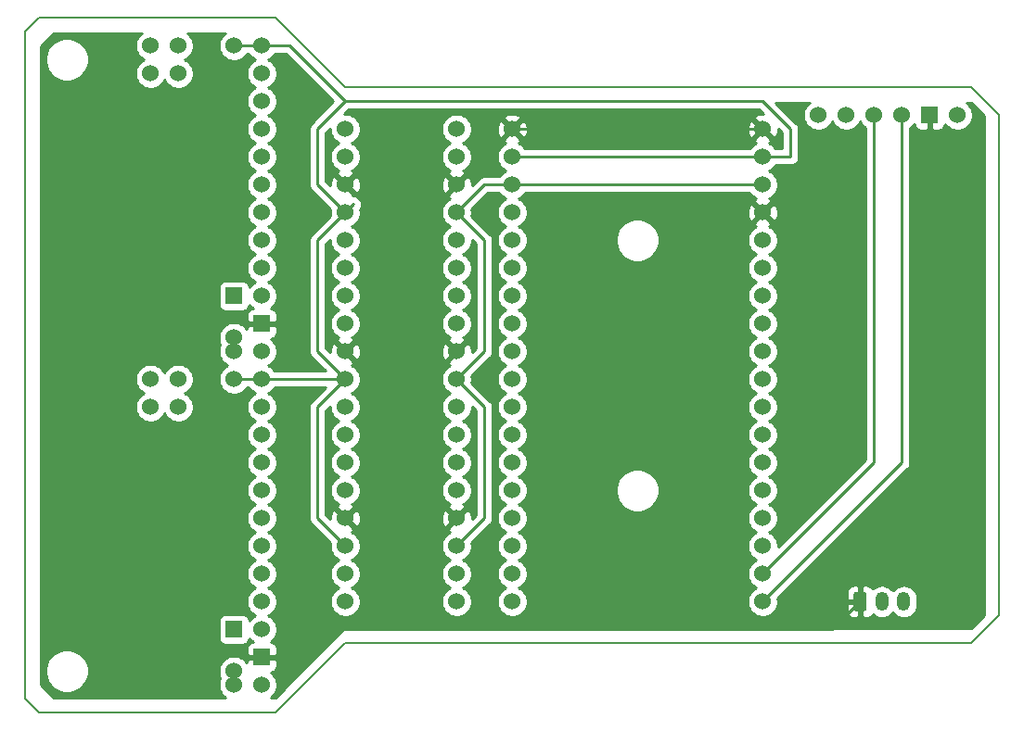
<source format=gbr>
G04 #@! TF.GenerationSoftware,KiCad,Pcbnew,(5.1.2)-2*
G04 #@! TF.CreationDate,2019-07-24T13:36:26-05:00*
G04 #@! TF.ProjectId,ECE 597 PCB,45434520-3539-4372-9050-43422e6b6963,rev?*
G04 #@! TF.SameCoordinates,Original*
G04 #@! TF.FileFunction,Copper,L2,Bot*
G04 #@! TF.FilePolarity,Positive*
%FSLAX46Y46*%
G04 Gerber Fmt 4.6, Leading zero omitted, Abs format (unit mm)*
G04 Created by KiCad (PCBNEW (5.1.2)-2) date 2019-07-24 13:36:26*
%MOMM*%
%LPD*%
G04 APERTURE LIST*
G04 #@! TA.AperFunction,NonConductor*
%ADD10C,0.150000*%
G04 #@! TD*
G04 #@! TA.AperFunction,ComponentPad*
%ADD11R,1.524000X1.524000*%
G04 #@! TD*
G04 #@! TA.AperFunction,ComponentPad*
%ADD12C,1.524000*%
G04 #@! TD*
G04 #@! TA.AperFunction,Conductor*
%ADD13C,0.100000*%
G04 #@! TD*
G04 #@! TA.AperFunction,ComponentPad*
%ADD14C,1.200000*%
G04 #@! TD*
G04 #@! TA.AperFunction,ComponentPad*
%ADD15O,1.200000X1.750000*%
G04 #@! TD*
G04 #@! TA.AperFunction,Conductor*
%ADD16C,0.250000*%
G04 #@! TD*
G04 #@! TA.AperFunction,Conductor*
%ADD17C,0.254000*%
G04 #@! TD*
G04 APERTURE END LIST*
D10*
X161760000Y-75080000D02*
X161760000Y-85240000D01*
X159220000Y-72540000D02*
X161760000Y-75080000D01*
X146520000Y-72540000D02*
X159220000Y-72540000D01*
X161760000Y-120800000D02*
X161760000Y-110640000D01*
X159220000Y-123340000D02*
X161760000Y-120800000D01*
X141440000Y-123340000D02*
X159220000Y-123340000D01*
X161760000Y-85240000D02*
X161760000Y-110640000D01*
X146520000Y-72540000D02*
X141440000Y-72540000D01*
X102070000Y-72540000D02*
X141440000Y-72540000D01*
X95720000Y-66190000D02*
X102070000Y-72540000D01*
X94450000Y-66190000D02*
X95720000Y-66190000D01*
X74130000Y-66190000D02*
X94450000Y-66190000D01*
X72860000Y-67460000D02*
X74130000Y-66190000D01*
X72860000Y-128420000D02*
X72860000Y-67460000D01*
X74130000Y-129690000D02*
X72860000Y-128420000D01*
X95720000Y-129690000D02*
X74130000Y-129690000D01*
X102070000Y-123340000D02*
X95720000Y-129690000D01*
X141440000Y-123340000D02*
X102070000Y-123340000D01*
D11*
G04 #@! TO.P,U6,19*
G04 #@! TO.N,N/C*
X91910000Y-91590000D03*
D12*
G04 #@! TO.P,U6,18*
X91910000Y-95400000D03*
G04 #@! TO.P,U6,17*
X91910000Y-96670000D03*
G04 #@! TO.P,U6,16*
X84290000Y-68730000D03*
G04 #@! TO.P,U6,15*
X84290000Y-71270000D03*
G04 #@! TO.P,U6,14*
X86830000Y-71270000D03*
G04 #@! TO.P,U6,13*
X86830000Y-68730000D03*
G04 #@! TO.P,U6,12*
G04 #@! TO.N,Net-(U1-Pad10)*
X91910000Y-68730000D03*
G04 #@! TO.P,U6,11*
X94450000Y-68730000D03*
G04 #@! TO.P,U6,10*
G04 #@! TO.N,Net-(U6-Pad10)*
X94450000Y-71270000D03*
G04 #@! TO.P,U6,9*
G04 #@! TO.N,Net-(U6-Pad9)*
X94450000Y-73810000D03*
G04 #@! TO.P,U6,8*
G04 #@! TO.N,Net-(U1-Pad7)*
X94450000Y-76350000D03*
G04 #@! TO.P,U6,7*
G04 #@! TO.N,Net-(U1-Pad8)*
X94450000Y-78890000D03*
G04 #@! TO.P,U6,6*
G04 #@! TO.N,Net-(U1-Pad11)*
X94450000Y-81430000D03*
G04 #@! TO.P,U6,5*
G04 #@! TO.N,Net-(U1-Pad12)*
X94450000Y-83970000D03*
G04 #@! TO.P,U6,4*
G04 #@! TO.N,Net-(U2-Pad7)*
X94450000Y-86510000D03*
G04 #@! TO.P,U6,3*
G04 #@! TO.N,Net-(U2-Pad8)*
X94450000Y-89050000D03*
G04 #@! TO.P,U6,2*
G04 #@! TO.N,Net-(U6-Pad2)*
X94450000Y-91590000D03*
D11*
G04 #@! TO.P,U6,1*
G04 #@! TO.N,Net-(J1-Pad1)*
X94450000Y-94130000D03*
D12*
G04 #@! TO.P,U6,0*
G04 #@! TO.N,Net-(U6-Pad0)*
X94450000Y-96670000D03*
G04 #@! TD*
D11*
G04 #@! TO.P,U5,19*
G04 #@! TO.N,N/C*
X91910000Y-122070000D03*
D12*
G04 #@! TO.P,U5,18*
X91910000Y-125880000D03*
G04 #@! TO.P,U5,17*
X91910000Y-127150000D03*
G04 #@! TO.P,U5,16*
X84290000Y-99210000D03*
G04 #@! TO.P,U5,15*
X84290000Y-101750000D03*
G04 #@! TO.P,U5,14*
X86830000Y-101750000D03*
G04 #@! TO.P,U5,13*
X86830000Y-99210000D03*
G04 #@! TO.P,U5,12*
G04 #@! TO.N,Net-(U1-Pad10)*
X91910000Y-99210000D03*
G04 #@! TO.P,U5,11*
X94450000Y-99210000D03*
G04 #@! TO.P,U5,10*
G04 #@! TO.N,Net-(U5-Pad10)*
X94450000Y-101750000D03*
G04 #@! TO.P,U5,9*
G04 #@! TO.N,Net-(U5-Pad9)*
X94450000Y-104290000D03*
G04 #@! TO.P,U5,8*
G04 #@! TO.N,Net-(U2-Pad11)*
X94450000Y-106830000D03*
G04 #@! TO.P,U5,7*
G04 #@! TO.N,Net-(U2-Pad12)*
X94450000Y-109370000D03*
G04 #@! TO.P,U5,6*
G04 #@! TO.N,Net-(U3-Pad7)*
X94450000Y-111910000D03*
G04 #@! TO.P,U5,5*
G04 #@! TO.N,Net-(U3-Pad8)*
X94450000Y-114450000D03*
G04 #@! TO.P,U5,4*
G04 #@! TO.N,Net-(U3-Pad11)*
X94450000Y-116990000D03*
G04 #@! TO.P,U5,3*
G04 #@! TO.N,Net-(U3-Pad12)*
X94450000Y-119530000D03*
G04 #@! TO.P,U5,2*
G04 #@! TO.N,Net-(U5-Pad2)*
X94450000Y-122070000D03*
D11*
G04 #@! TO.P,U5,1*
G04 #@! TO.N,Net-(J1-Pad1)*
X94450000Y-124610000D03*
D12*
G04 #@! TO.P,U5,0*
G04 #@! TO.N,Net-(U5-Pad0)*
X94450000Y-127150000D03*
G04 #@! TD*
G04 #@! TO.P,U4,1*
G04 #@! TO.N,Net-(J1-Pad1)*
X117310000Y-76350000D03*
G04 #@! TO.P,U4,2*
G04 #@! TO.N,Net-(U1-Pad10)*
X117310000Y-78890000D03*
G04 #@! TO.P,U4,3*
G04 #@! TO.N,Net-(U1-Pad3)*
X117310000Y-81430000D03*
G04 #@! TO.P,U4,4*
G04 #@! TO.N,Net-(U4-Pad4)*
X117310000Y-83970000D03*
G04 #@! TO.P,U4,5*
G04 #@! TO.N,Net-(U1-Pad6)*
X117310000Y-86510000D03*
G04 #@! TO.P,U4,6*
G04 #@! TO.N,Net-(U1-Pad5)*
X117310000Y-89050000D03*
G04 #@! TO.P,U4,7*
G04 #@! TO.N,Net-(U1-Pad2)*
X117310000Y-91590000D03*
G04 #@! TO.P,U4,8*
G04 #@! TO.N,Net-(U1-Pad1)*
X117310000Y-94130000D03*
G04 #@! TO.P,U4,9*
G04 #@! TO.N,Net-(U2-Pad6)*
X117310000Y-96670000D03*
G04 #@! TO.P,U4,10*
G04 #@! TO.N,Net-(U2-Pad5)*
X117310000Y-99210000D03*
G04 #@! TO.P,U4,11*
G04 #@! TO.N,Net-(U2-Pad2)*
X117310000Y-101750000D03*
G04 #@! TO.P,U4,12*
G04 #@! TO.N,Net-(U2-Pad1)*
X117310000Y-104290000D03*
G04 #@! TO.P,U4,13*
G04 #@! TO.N,Net-(U3-Pad6)*
X117310000Y-106830000D03*
G04 #@! TO.P,U4,14*
G04 #@! TO.N,Net-(U3-Pad5)*
X117310000Y-109370000D03*
G04 #@! TO.P,U4,15*
G04 #@! TO.N,Net-(U3-Pad2)*
X117310000Y-111910000D03*
G04 #@! TO.P,U4,16*
G04 #@! TO.N,Net-(U3-Pad1)*
X117310000Y-114450000D03*
G04 #@! TO.P,U4,17*
G04 #@! TO.N,Net-(U4-Pad17)*
X117310000Y-116990000D03*
G04 #@! TO.P,U4,18*
G04 #@! TO.N,Net-(U4-Pad18)*
X117310000Y-119530000D03*
G04 #@! TO.P,U4,19*
G04 #@! TO.N,Net-(U4-Pad19)*
X140170000Y-119530000D03*
G04 #@! TO.P,U4,20*
G04 #@! TO.N,Net-(U4-Pad20)*
X140170000Y-116990000D03*
G04 #@! TO.P,U4,21*
G04 #@! TO.N,Net-(U4-Pad21)*
X140170000Y-114450000D03*
G04 #@! TO.P,U4,22*
G04 #@! TO.N,Net-(U4-Pad22)*
X140170000Y-111910000D03*
G04 #@! TO.P,U4,23*
G04 #@! TO.N,Net-(U4-Pad23)*
X140170000Y-109370000D03*
G04 #@! TO.P,U4,24*
G04 #@! TO.N,Net-(U4-Pad24)*
X140170000Y-106830000D03*
G04 #@! TO.P,U4,25*
G04 #@! TO.N,Net-(U4-Pad25)*
X140170000Y-104290000D03*
G04 #@! TO.P,U4,26*
G04 #@! TO.N,Net-(U4-Pad26)*
X140170000Y-101750000D03*
G04 #@! TO.P,U4,27*
G04 #@! TO.N,Net-(U4-Pad27)*
X140170000Y-99210000D03*
G04 #@! TO.P,U4,28*
G04 #@! TO.N,Net-(U4-Pad28)*
X140170000Y-96670000D03*
G04 #@! TO.P,U4,29*
G04 #@! TO.N,Net-(U4-Pad29)*
X140170000Y-94130000D03*
G04 #@! TO.P,U4,30*
G04 #@! TO.N,Net-(U4-Pad30)*
X140170000Y-91590000D03*
G04 #@! TO.P,U4,31*
G04 #@! TO.N,Net-(J1-Pad2)*
X140170000Y-89050000D03*
G04 #@! TO.P,U4,32*
G04 #@! TO.N,Net-(J1-Pad3)*
X140170000Y-86510000D03*
G04 #@! TO.P,U4,33*
G04 #@! TO.N,Net-(J1-Pad1)*
X140170000Y-83970000D03*
G04 #@! TO.P,U4,34*
G04 #@! TO.N,Net-(U1-Pad3)*
X140170000Y-81430000D03*
G04 #@! TO.P,U4,35*
G04 #@! TO.N,Net-(U1-Pad10)*
X140170000Y-78890000D03*
G04 #@! TO.P,U4,36*
G04 #@! TO.N,Net-(J1-Pad1)*
X140170000Y-76350000D03*
G04 #@! TD*
G04 #@! TO.P,U1,1*
G04 #@! TO.N,Net-(U1-Pad1)*
X112230000Y-89050000D03*
G04 #@! TO.P,U1,2*
G04 #@! TO.N,Net-(U1-Pad2)*
X112230000Y-86510000D03*
G04 #@! TO.P,U1,3*
G04 #@! TO.N,Net-(U1-Pad3)*
X112230000Y-83970000D03*
G04 #@! TO.P,U1,4*
G04 #@! TO.N,Net-(J1-Pad1)*
X112230000Y-81430000D03*
G04 #@! TO.P,U1,5*
G04 #@! TO.N,Net-(U1-Pad5)*
X112230000Y-78890000D03*
G04 #@! TO.P,U1,6*
G04 #@! TO.N,Net-(U1-Pad6)*
X112230000Y-76350000D03*
G04 #@! TO.P,U1,7*
G04 #@! TO.N,Net-(U1-Pad7)*
X102070000Y-76350000D03*
G04 #@! TO.P,U1,8*
G04 #@! TO.N,Net-(U1-Pad8)*
X102070000Y-78890000D03*
G04 #@! TO.P,U1,9*
G04 #@! TO.N,Net-(J1-Pad1)*
X102070000Y-81430000D03*
G04 #@! TO.P,U1,10*
G04 #@! TO.N,Net-(U1-Pad10)*
X102070000Y-83970000D03*
G04 #@! TO.P,U1,11*
G04 #@! TO.N,Net-(U1-Pad11)*
X102070000Y-86510000D03*
G04 #@! TO.P,U1,12*
G04 #@! TO.N,Net-(U1-Pad12)*
X102070000Y-89050000D03*
G04 #@! TD*
G04 #@! TO.P,U2,12*
G04 #@! TO.N,Net-(U2-Pad12)*
X102070000Y-104290000D03*
G04 #@! TO.P,U2,11*
G04 #@! TO.N,Net-(U2-Pad11)*
X102070000Y-101750000D03*
G04 #@! TO.P,U2,10*
G04 #@! TO.N,Net-(U1-Pad10)*
X102070000Y-99210000D03*
G04 #@! TO.P,U2,9*
G04 #@! TO.N,Net-(J1-Pad1)*
X102070000Y-96670000D03*
G04 #@! TO.P,U2,8*
G04 #@! TO.N,Net-(U2-Pad8)*
X102070000Y-94130000D03*
G04 #@! TO.P,U2,7*
G04 #@! TO.N,Net-(U2-Pad7)*
X102070000Y-91590000D03*
G04 #@! TO.P,U2,6*
G04 #@! TO.N,Net-(U2-Pad6)*
X112230000Y-91590000D03*
G04 #@! TO.P,U2,5*
G04 #@! TO.N,Net-(U2-Pad5)*
X112230000Y-94130000D03*
G04 #@! TO.P,U2,4*
G04 #@! TO.N,Net-(J1-Pad1)*
X112230000Y-96670000D03*
G04 #@! TO.P,U2,3*
G04 #@! TO.N,Net-(U1-Pad3)*
X112230000Y-99210000D03*
G04 #@! TO.P,U2,2*
G04 #@! TO.N,Net-(U2-Pad2)*
X112230000Y-101750000D03*
G04 #@! TO.P,U2,1*
G04 #@! TO.N,Net-(U2-Pad1)*
X112230000Y-104290000D03*
G04 #@! TD*
G04 #@! TO.P,U3,1*
G04 #@! TO.N,Net-(U3-Pad1)*
X112230000Y-119530000D03*
G04 #@! TO.P,U3,2*
G04 #@! TO.N,Net-(U3-Pad2)*
X112230000Y-116990000D03*
G04 #@! TO.P,U3,3*
G04 #@! TO.N,Net-(U1-Pad3)*
X112230000Y-114450000D03*
G04 #@! TO.P,U3,4*
G04 #@! TO.N,Net-(J1-Pad1)*
X112230000Y-111910000D03*
G04 #@! TO.P,U3,5*
G04 #@! TO.N,Net-(U3-Pad5)*
X112230000Y-109370000D03*
G04 #@! TO.P,U3,6*
G04 #@! TO.N,Net-(U3-Pad6)*
X112230000Y-106830000D03*
G04 #@! TO.P,U3,7*
G04 #@! TO.N,Net-(U3-Pad7)*
X102070000Y-106830000D03*
G04 #@! TO.P,U3,8*
G04 #@! TO.N,Net-(U3-Pad8)*
X102070000Y-109370000D03*
G04 #@! TO.P,U3,9*
G04 #@! TO.N,Net-(J1-Pad1)*
X102070000Y-111910000D03*
G04 #@! TO.P,U3,10*
G04 #@! TO.N,Net-(U1-Pad10)*
X102070000Y-114450000D03*
G04 #@! TO.P,U3,11*
G04 #@! TO.N,Net-(U3-Pad11)*
X102070000Y-116990000D03*
G04 #@! TO.P,U3,12*
G04 #@! TO.N,Net-(U3-Pad12)*
X102070000Y-119530000D03*
G04 #@! TD*
D13*
G04 #@! TO.N,Net-(J1-Pad1)*
G04 #@! TO.C,JST-PH*
G36*
X149434505Y-118656204D02*
G01*
X149458773Y-118659804D01*
X149482572Y-118665765D01*
X149505671Y-118674030D01*
X149527850Y-118684520D01*
X149548893Y-118697132D01*
X149568599Y-118711747D01*
X149586777Y-118728223D01*
X149603253Y-118746401D01*
X149617868Y-118766107D01*
X149630480Y-118787150D01*
X149640970Y-118809329D01*
X149649235Y-118832428D01*
X149655196Y-118856227D01*
X149658796Y-118880495D01*
X149660000Y-118904999D01*
X149660000Y-120155001D01*
X149658796Y-120179505D01*
X149655196Y-120203773D01*
X149649235Y-120227572D01*
X149640970Y-120250671D01*
X149630480Y-120272850D01*
X149617868Y-120293893D01*
X149603253Y-120313599D01*
X149586777Y-120331777D01*
X149568599Y-120348253D01*
X149548893Y-120362868D01*
X149527850Y-120375480D01*
X149505671Y-120385970D01*
X149482572Y-120394235D01*
X149458773Y-120400196D01*
X149434505Y-120403796D01*
X149410001Y-120405000D01*
X148709999Y-120405000D01*
X148685495Y-120403796D01*
X148661227Y-120400196D01*
X148637428Y-120394235D01*
X148614329Y-120385970D01*
X148592150Y-120375480D01*
X148571107Y-120362868D01*
X148551401Y-120348253D01*
X148533223Y-120331777D01*
X148516747Y-120313599D01*
X148502132Y-120293893D01*
X148489520Y-120272850D01*
X148479030Y-120250671D01*
X148470765Y-120227572D01*
X148464804Y-120203773D01*
X148461204Y-120179505D01*
X148460000Y-120155001D01*
X148460000Y-118904999D01*
X148461204Y-118880495D01*
X148464804Y-118856227D01*
X148470765Y-118832428D01*
X148479030Y-118809329D01*
X148489520Y-118787150D01*
X148502132Y-118766107D01*
X148516747Y-118746401D01*
X148533223Y-118728223D01*
X148551401Y-118711747D01*
X148571107Y-118697132D01*
X148592150Y-118684520D01*
X148614329Y-118674030D01*
X148637428Y-118665765D01*
X148661227Y-118659804D01*
X148685495Y-118656204D01*
X148709999Y-118655000D01*
X149410001Y-118655000D01*
X149434505Y-118656204D01*
X149434505Y-118656204D01*
G37*
D14*
G04 #@! TD*
G04 #@! TO.P,JST-PH,1*
G04 #@! TO.N,Net-(J1-Pad1)*
X149060000Y-119530000D03*
D15*
G04 #@! TO.P,JST-PH,2*
G04 #@! TO.N,Net-(J1-Pad2)*
X151060000Y-119530000D03*
G04 #@! TO.P,JST-PH,3*
G04 #@! TO.N,Net-(J1-Pad3)*
X153060000Y-119530000D03*
G04 #@! TD*
D12*
G04 #@! TO.P,Waveshare 10 DOF IMU Sensor (C/D) ,1*
G04 #@! TO.N,Net-(U7-Pad1)*
X145250000Y-75080000D03*
G04 #@! TO.P,Waveshare 10 DOF IMU Sensor (C/D) ,2*
G04 #@! TO.N,Net-(U7-Pad2)*
X147790000Y-75080000D03*
G04 #@! TO.P,Waveshare 10 DOF IMU Sensor (C/D) ,3*
G04 #@! TO.N,Net-(U4-Pad20)*
X150330000Y-75080000D03*
G04 #@! TO.P,Waveshare 10 DOF IMU Sensor (C/D) ,4*
G04 #@! TO.N,Net-(U4-Pad19)*
X152870000Y-75080000D03*
D11*
G04 #@! TO.P,Waveshare 10 DOF IMU Sensor (C/D) ,5*
G04 #@! TO.N,Net-(J1-Pad1)*
X155410000Y-75080000D03*
D12*
G04 #@! TO.P,Waveshare 10 DOF IMU Sensor (C/D) ,6*
G04 #@! TO.N,Net-(U1-Pad3)*
X157950000Y-75080000D03*
G04 #@! TD*
D16*
G04 #@! TO.N,Net-(U1-Pad3)*
X140170000Y-81430000D02*
X117310000Y-81430000D01*
X112230000Y-114450000D02*
X114770000Y-111910000D01*
X114770000Y-111910000D02*
X114770000Y-101750000D01*
X114770000Y-101750000D02*
X112230000Y-99210000D01*
X112230000Y-99210000D02*
X114770000Y-96670000D01*
X114770000Y-96670000D02*
X114770000Y-86510000D01*
X114770000Y-86510000D02*
X112230000Y-83970000D01*
X112230000Y-83970000D02*
X114770000Y-81430000D01*
X114770000Y-81430000D02*
X117310000Y-81430000D01*
G04 #@! TO.N,Net-(J1-Pad1)*
X140170000Y-76350000D02*
X117310000Y-76350000D01*
X117310000Y-76350000D02*
X112230000Y-81430000D01*
X112230000Y-81430000D02*
X109690000Y-83970000D01*
X109690000Y-94130000D02*
X112230000Y-96670000D01*
X104610000Y-94130000D02*
X102070000Y-96670000D01*
X102070000Y-81430000D02*
X104610000Y-83970000D01*
X104610000Y-83970000D02*
X104610000Y-94130000D01*
X102070000Y-96670000D02*
X104610000Y-99210000D01*
X104610000Y-109370000D02*
X102070000Y-111910000D01*
X112230000Y-111910000D02*
X109690000Y-109370000D01*
X109690000Y-99210000D02*
X112230000Y-96670000D01*
X109690000Y-109370000D02*
X109690000Y-99210000D01*
X140170000Y-83970000D02*
X137630000Y-86510000D01*
X137630000Y-122070000D02*
X105880000Y-122070000D01*
X105880000Y-122070000D02*
X104610000Y-120800000D01*
X104610000Y-114450000D02*
X102070000Y-111910000D01*
X104610000Y-120800000D02*
X104610000Y-114450000D01*
X104610000Y-104290000D02*
X109690000Y-104290000D01*
X104610000Y-104290000D02*
X104610000Y-109370000D01*
X104610000Y-99210000D02*
X104610000Y-104290000D01*
X109690000Y-89050000D02*
X104610000Y-89050000D01*
X109690000Y-89050000D02*
X109690000Y-94130000D01*
X109690000Y-83970000D02*
X109690000Y-89050000D01*
X94450000Y-124610000D02*
X96990000Y-124610000D01*
X96990000Y-124610000D02*
X99530000Y-122070000D01*
X99530000Y-122070000D02*
X105880000Y-122070000D01*
G04 #@! TO.N,Net-(U1-Pad10)*
X102831999Y-83208001D02*
X102070000Y-83970000D01*
X140170000Y-78890000D02*
X117310000Y-78890000D01*
X102070000Y-114450000D02*
X99530000Y-111910000D01*
X99530000Y-111910000D02*
X99530000Y-101750000D01*
X99530000Y-101750000D02*
X102070000Y-99210000D01*
X102070000Y-99210000D02*
X99530000Y-96670000D01*
X99530000Y-96670000D02*
X99530000Y-86510000D01*
X99530000Y-86510000D02*
X102070000Y-83970000D01*
X102070000Y-73810000D02*
X99530000Y-76350000D01*
X99530000Y-76350000D02*
X99530000Y-81430000D01*
X99530000Y-81430000D02*
X102070000Y-83970000D01*
X140170000Y-78890000D02*
X142710000Y-78890000D01*
X142710000Y-78890000D02*
X142710000Y-76350000D01*
X142710000Y-76350000D02*
X140170000Y-73810000D01*
X140170000Y-73810000D02*
X102070000Y-73810000D01*
X91910000Y-68730000D02*
X94450000Y-68730000D01*
X94450000Y-68730000D02*
X96990000Y-68730000D01*
X96990000Y-68730000D02*
X102070000Y-73810000D01*
X91910000Y-99210000D02*
X94450000Y-99210000D01*
X94450000Y-99210000D02*
X102070000Y-99210000D01*
G04 #@! TO.N,Net-(U4-Pad19)*
X152870000Y-106830000D02*
X152870000Y-75080000D01*
X140170000Y-119530000D02*
X152870000Y-106830000D01*
G04 #@! TO.N,Net-(U4-Pad20)*
X150330000Y-106830000D02*
X150330000Y-75080000D01*
X140170000Y-116990000D02*
X150330000Y-106830000D01*
G04 #@! TO.N,Net-(J1-Pad1)*
X146520000Y-122070000D02*
X149060000Y-119530000D01*
X137630000Y-120800000D02*
X138900000Y-122070000D01*
X137630000Y-120800000D02*
X137630000Y-122070000D01*
X137630000Y-86510000D02*
X137630000Y-120800000D01*
X137630000Y-120800000D02*
X136360000Y-122070000D01*
X155410000Y-106830000D02*
X155410000Y-75080000D01*
X140170000Y-122070000D02*
X155410000Y-106830000D01*
X140170000Y-122070000D02*
X146520000Y-122070000D01*
X137630000Y-122070000D02*
X140170000Y-122070000D01*
G04 #@! TD*
D17*
G04 #@! TO.N,Net-(J1-Pad1)*
G36*
X83399465Y-67644880D02*
G01*
X83204880Y-67839465D01*
X83051995Y-68068273D01*
X82946686Y-68322510D01*
X82893000Y-68592408D01*
X82893000Y-68867592D01*
X82946686Y-69137490D01*
X83051995Y-69391727D01*
X83204880Y-69620535D01*
X83399465Y-69815120D01*
X83628273Y-69968005D01*
X83705515Y-70000000D01*
X83628273Y-70031995D01*
X83399465Y-70184880D01*
X83204880Y-70379465D01*
X83051995Y-70608273D01*
X82946686Y-70862510D01*
X82893000Y-71132408D01*
X82893000Y-71407592D01*
X82946686Y-71677490D01*
X83051995Y-71931727D01*
X83204880Y-72160535D01*
X83399465Y-72355120D01*
X83628273Y-72508005D01*
X83882510Y-72613314D01*
X84152408Y-72667000D01*
X84427592Y-72667000D01*
X84697490Y-72613314D01*
X84951727Y-72508005D01*
X85180535Y-72355120D01*
X85375120Y-72160535D01*
X85528005Y-71931727D01*
X85560000Y-71854485D01*
X85591995Y-71931727D01*
X85744880Y-72160535D01*
X85939465Y-72355120D01*
X86168273Y-72508005D01*
X86422510Y-72613314D01*
X86692408Y-72667000D01*
X86967592Y-72667000D01*
X87237490Y-72613314D01*
X87491727Y-72508005D01*
X87720535Y-72355120D01*
X87915120Y-72160535D01*
X88068005Y-71931727D01*
X88173314Y-71677490D01*
X88227000Y-71407592D01*
X88227000Y-71132408D01*
X88173314Y-70862510D01*
X88068005Y-70608273D01*
X87915120Y-70379465D01*
X87720535Y-70184880D01*
X87491727Y-70031995D01*
X87414485Y-70000000D01*
X87491727Y-69968005D01*
X87720535Y-69815120D01*
X87915120Y-69620535D01*
X88068005Y-69391727D01*
X88173314Y-69137490D01*
X88227000Y-68867592D01*
X88227000Y-68592408D01*
X88173314Y-68322510D01*
X88068005Y-68068273D01*
X87915120Y-67839465D01*
X87720535Y-67644880D01*
X87633912Y-67587000D01*
X91106088Y-67587000D01*
X91019465Y-67644880D01*
X90824880Y-67839465D01*
X90671995Y-68068273D01*
X90566686Y-68322510D01*
X90513000Y-68592408D01*
X90513000Y-68867592D01*
X90566686Y-69137490D01*
X90671995Y-69391727D01*
X90824880Y-69620535D01*
X91019465Y-69815120D01*
X91248273Y-69968005D01*
X91502510Y-70073314D01*
X91772408Y-70127000D01*
X92047592Y-70127000D01*
X92317490Y-70073314D01*
X92571727Y-69968005D01*
X92800535Y-69815120D01*
X92995120Y-69620535D01*
X93082341Y-69490000D01*
X93277659Y-69490000D01*
X93364880Y-69620535D01*
X93559465Y-69815120D01*
X93788273Y-69968005D01*
X93865515Y-70000000D01*
X93788273Y-70031995D01*
X93559465Y-70184880D01*
X93364880Y-70379465D01*
X93211995Y-70608273D01*
X93106686Y-70862510D01*
X93053000Y-71132408D01*
X93053000Y-71407592D01*
X93106686Y-71677490D01*
X93211995Y-71931727D01*
X93364880Y-72160535D01*
X93559465Y-72355120D01*
X93788273Y-72508005D01*
X93865515Y-72540000D01*
X93788273Y-72571995D01*
X93559465Y-72724880D01*
X93364880Y-72919465D01*
X93211995Y-73148273D01*
X93106686Y-73402510D01*
X93053000Y-73672408D01*
X93053000Y-73947592D01*
X93106686Y-74217490D01*
X93211995Y-74471727D01*
X93364880Y-74700535D01*
X93559465Y-74895120D01*
X93788273Y-75048005D01*
X93865515Y-75080000D01*
X93788273Y-75111995D01*
X93559465Y-75264880D01*
X93364880Y-75459465D01*
X93211995Y-75688273D01*
X93106686Y-75942510D01*
X93053000Y-76212408D01*
X93053000Y-76487592D01*
X93106686Y-76757490D01*
X93211995Y-77011727D01*
X93364880Y-77240535D01*
X93559465Y-77435120D01*
X93788273Y-77588005D01*
X93865515Y-77620000D01*
X93788273Y-77651995D01*
X93559465Y-77804880D01*
X93364880Y-77999465D01*
X93211995Y-78228273D01*
X93106686Y-78482510D01*
X93053000Y-78752408D01*
X93053000Y-79027592D01*
X93106686Y-79297490D01*
X93211995Y-79551727D01*
X93364880Y-79780535D01*
X93559465Y-79975120D01*
X93788273Y-80128005D01*
X93865515Y-80160000D01*
X93788273Y-80191995D01*
X93559465Y-80344880D01*
X93364880Y-80539465D01*
X93211995Y-80768273D01*
X93106686Y-81022510D01*
X93053000Y-81292408D01*
X93053000Y-81567592D01*
X93106686Y-81837490D01*
X93211995Y-82091727D01*
X93364880Y-82320535D01*
X93559465Y-82515120D01*
X93788273Y-82668005D01*
X93865515Y-82700000D01*
X93788273Y-82731995D01*
X93559465Y-82884880D01*
X93364880Y-83079465D01*
X93211995Y-83308273D01*
X93106686Y-83562510D01*
X93053000Y-83832408D01*
X93053000Y-84107592D01*
X93106686Y-84377490D01*
X93211995Y-84631727D01*
X93364880Y-84860535D01*
X93559465Y-85055120D01*
X93788273Y-85208005D01*
X93865515Y-85240000D01*
X93788273Y-85271995D01*
X93559465Y-85424880D01*
X93364880Y-85619465D01*
X93211995Y-85848273D01*
X93106686Y-86102510D01*
X93053000Y-86372408D01*
X93053000Y-86647592D01*
X93106686Y-86917490D01*
X93211995Y-87171727D01*
X93364880Y-87400535D01*
X93559465Y-87595120D01*
X93788273Y-87748005D01*
X93865515Y-87780000D01*
X93788273Y-87811995D01*
X93559465Y-87964880D01*
X93364880Y-88159465D01*
X93211995Y-88388273D01*
X93106686Y-88642510D01*
X93053000Y-88912408D01*
X93053000Y-89187592D01*
X93106686Y-89457490D01*
X93211995Y-89711727D01*
X93364880Y-89940535D01*
X93559465Y-90135120D01*
X93788273Y-90288005D01*
X93865515Y-90320000D01*
X93788273Y-90351995D01*
X93559465Y-90504880D01*
X93364880Y-90699465D01*
X93306080Y-90787465D01*
X93297812Y-90703518D01*
X93261502Y-90583820D01*
X93202537Y-90473506D01*
X93123185Y-90376815D01*
X93026494Y-90297463D01*
X92916180Y-90238498D01*
X92796482Y-90202188D01*
X92672000Y-90189928D01*
X91148000Y-90189928D01*
X91023518Y-90202188D01*
X90903820Y-90238498D01*
X90793506Y-90297463D01*
X90696815Y-90376815D01*
X90617463Y-90473506D01*
X90558498Y-90583820D01*
X90522188Y-90703518D01*
X90509928Y-90828000D01*
X90509928Y-92352000D01*
X90522188Y-92476482D01*
X90558498Y-92596180D01*
X90617463Y-92706494D01*
X90696815Y-92803185D01*
X90793506Y-92882537D01*
X90903820Y-92941502D01*
X91023518Y-92977812D01*
X91148000Y-92990072D01*
X92672000Y-92990072D01*
X92796482Y-92977812D01*
X92916180Y-92941502D01*
X93026494Y-92882537D01*
X93123185Y-92803185D01*
X93202537Y-92706494D01*
X93261502Y-92596180D01*
X93297812Y-92476482D01*
X93306080Y-92392535D01*
X93364880Y-92480535D01*
X93559465Y-92675120D01*
X93647465Y-92733920D01*
X93563518Y-92742188D01*
X93443820Y-92778498D01*
X93333506Y-92837463D01*
X93236815Y-92916815D01*
X93157463Y-93013506D01*
X93098498Y-93123820D01*
X93062188Y-93243518D01*
X93049928Y-93368000D01*
X93053000Y-93844250D01*
X93211750Y-94003000D01*
X94323000Y-94003000D01*
X94323000Y-93983000D01*
X94577000Y-93983000D01*
X94577000Y-94003000D01*
X95688250Y-94003000D01*
X95847000Y-93844250D01*
X95850072Y-93368000D01*
X95837812Y-93243518D01*
X95801502Y-93123820D01*
X95742537Y-93013506D01*
X95663185Y-92916815D01*
X95566494Y-92837463D01*
X95456180Y-92778498D01*
X95336482Y-92742188D01*
X95252535Y-92733920D01*
X95340535Y-92675120D01*
X95535120Y-92480535D01*
X95688005Y-92251727D01*
X95793314Y-91997490D01*
X95847000Y-91727592D01*
X95847000Y-91452408D01*
X95793314Y-91182510D01*
X95688005Y-90928273D01*
X95535120Y-90699465D01*
X95340535Y-90504880D01*
X95111727Y-90351995D01*
X95034485Y-90320000D01*
X95111727Y-90288005D01*
X95340535Y-90135120D01*
X95535120Y-89940535D01*
X95688005Y-89711727D01*
X95793314Y-89457490D01*
X95847000Y-89187592D01*
X95847000Y-88912408D01*
X95793314Y-88642510D01*
X95688005Y-88388273D01*
X95535120Y-88159465D01*
X95340535Y-87964880D01*
X95111727Y-87811995D01*
X95034485Y-87780000D01*
X95111727Y-87748005D01*
X95340535Y-87595120D01*
X95535120Y-87400535D01*
X95688005Y-87171727D01*
X95793314Y-86917490D01*
X95847000Y-86647592D01*
X95847000Y-86372408D01*
X95793314Y-86102510D01*
X95688005Y-85848273D01*
X95535120Y-85619465D01*
X95340535Y-85424880D01*
X95111727Y-85271995D01*
X95034485Y-85240000D01*
X95111727Y-85208005D01*
X95340535Y-85055120D01*
X95535120Y-84860535D01*
X95688005Y-84631727D01*
X95793314Y-84377490D01*
X95847000Y-84107592D01*
X95847000Y-83832408D01*
X95793314Y-83562510D01*
X95688005Y-83308273D01*
X95535120Y-83079465D01*
X95340535Y-82884880D01*
X95111727Y-82731995D01*
X95034485Y-82700000D01*
X95111727Y-82668005D01*
X95340535Y-82515120D01*
X95535120Y-82320535D01*
X95688005Y-82091727D01*
X95793314Y-81837490D01*
X95847000Y-81567592D01*
X95847000Y-81292408D01*
X95793314Y-81022510D01*
X95688005Y-80768273D01*
X95535120Y-80539465D01*
X95340535Y-80344880D01*
X95111727Y-80191995D01*
X95034485Y-80160000D01*
X95111727Y-80128005D01*
X95340535Y-79975120D01*
X95535120Y-79780535D01*
X95688005Y-79551727D01*
X95793314Y-79297490D01*
X95847000Y-79027592D01*
X95847000Y-78752408D01*
X95793314Y-78482510D01*
X95688005Y-78228273D01*
X95535120Y-77999465D01*
X95340535Y-77804880D01*
X95111727Y-77651995D01*
X95034485Y-77620000D01*
X95111727Y-77588005D01*
X95340535Y-77435120D01*
X95535120Y-77240535D01*
X95688005Y-77011727D01*
X95793314Y-76757490D01*
X95847000Y-76487592D01*
X95847000Y-76212408D01*
X95793314Y-75942510D01*
X95688005Y-75688273D01*
X95535120Y-75459465D01*
X95340535Y-75264880D01*
X95111727Y-75111995D01*
X95034485Y-75080000D01*
X95111727Y-75048005D01*
X95340535Y-74895120D01*
X95535120Y-74700535D01*
X95688005Y-74471727D01*
X95793314Y-74217490D01*
X95847000Y-73947592D01*
X95847000Y-73672408D01*
X95793314Y-73402510D01*
X95688005Y-73148273D01*
X95535120Y-72919465D01*
X95340535Y-72724880D01*
X95111727Y-72571995D01*
X95034485Y-72540000D01*
X95111727Y-72508005D01*
X95340535Y-72355120D01*
X95535120Y-72160535D01*
X95688005Y-71931727D01*
X95793314Y-71677490D01*
X95847000Y-71407592D01*
X95847000Y-71132408D01*
X95793314Y-70862510D01*
X95688005Y-70608273D01*
X95535120Y-70379465D01*
X95340535Y-70184880D01*
X95111727Y-70031995D01*
X95034485Y-70000000D01*
X95111727Y-69968005D01*
X95340535Y-69815120D01*
X95535120Y-69620535D01*
X95622341Y-69490000D01*
X96675199Y-69490000D01*
X100995198Y-73810000D01*
X99019003Y-75786196D01*
X98989999Y-75809999D01*
X98963737Y-75842000D01*
X98895026Y-75925724D01*
X98824455Y-76057753D01*
X98824454Y-76057754D01*
X98780997Y-76201015D01*
X98770000Y-76312668D01*
X98770000Y-76312678D01*
X98766324Y-76350000D01*
X98770000Y-76387323D01*
X98770001Y-81392668D01*
X98766324Y-81430000D01*
X98770001Y-81467333D01*
X98780998Y-81578986D01*
X98790286Y-81609605D01*
X98824454Y-81722246D01*
X98895026Y-81854276D01*
X98932512Y-81899952D01*
X98990000Y-81970001D01*
X99018998Y-81993799D01*
X100703628Y-83678430D01*
X100673000Y-83832408D01*
X100673000Y-84107592D01*
X100703628Y-84261570D01*
X99018998Y-85946201D01*
X98990000Y-85969999D01*
X98966203Y-85998996D01*
X98966201Y-85998998D01*
X98895026Y-86085724D01*
X98824454Y-86217754D01*
X98795109Y-86314495D01*
X98780999Y-86361013D01*
X98780998Y-86361015D01*
X98766324Y-86510000D01*
X98770001Y-86547332D01*
X98770000Y-96632678D01*
X98766324Y-96670000D01*
X98770000Y-96707322D01*
X98770000Y-96707332D01*
X98780997Y-96818985D01*
X98824454Y-96962246D01*
X98895026Y-97094276D01*
X98932512Y-97139952D01*
X98989999Y-97210001D01*
X99019003Y-97233804D01*
X100235198Y-98450000D01*
X95622341Y-98450000D01*
X95535120Y-98319465D01*
X95340535Y-98124880D01*
X95111727Y-97971995D01*
X95034485Y-97940000D01*
X95111727Y-97908005D01*
X95340535Y-97755120D01*
X95535120Y-97560535D01*
X95688005Y-97331727D01*
X95793314Y-97077490D01*
X95847000Y-96807592D01*
X95847000Y-96532408D01*
X95793314Y-96262510D01*
X95688005Y-96008273D01*
X95535120Y-95779465D01*
X95340535Y-95584880D01*
X95252535Y-95526080D01*
X95336482Y-95517812D01*
X95456180Y-95481502D01*
X95566494Y-95422537D01*
X95663185Y-95343185D01*
X95742537Y-95246494D01*
X95801502Y-95136180D01*
X95837812Y-95016482D01*
X95850072Y-94892000D01*
X95847000Y-94415750D01*
X95688250Y-94257000D01*
X94577000Y-94257000D01*
X94577000Y-94277000D01*
X94323000Y-94277000D01*
X94323000Y-94257000D01*
X93211750Y-94257000D01*
X93053000Y-94415750D01*
X93051848Y-94594364D01*
X92995120Y-94509465D01*
X92800535Y-94314880D01*
X92571727Y-94161995D01*
X92317490Y-94056686D01*
X92047592Y-94003000D01*
X91772408Y-94003000D01*
X91502510Y-94056686D01*
X91248273Y-94161995D01*
X91019465Y-94314880D01*
X90824880Y-94509465D01*
X90671995Y-94738273D01*
X90566686Y-94992510D01*
X90513000Y-95262408D01*
X90513000Y-95537592D01*
X90566686Y-95807490D01*
X90660924Y-96035000D01*
X90566686Y-96262510D01*
X90513000Y-96532408D01*
X90513000Y-96807592D01*
X90566686Y-97077490D01*
X90671995Y-97331727D01*
X90824880Y-97560535D01*
X91019465Y-97755120D01*
X91248273Y-97908005D01*
X91325515Y-97940000D01*
X91248273Y-97971995D01*
X91019465Y-98124880D01*
X90824880Y-98319465D01*
X90671995Y-98548273D01*
X90566686Y-98802510D01*
X90513000Y-99072408D01*
X90513000Y-99347592D01*
X90566686Y-99617490D01*
X90671995Y-99871727D01*
X90824880Y-100100535D01*
X91019465Y-100295120D01*
X91248273Y-100448005D01*
X91502510Y-100553314D01*
X91772408Y-100607000D01*
X92047592Y-100607000D01*
X92317490Y-100553314D01*
X92571727Y-100448005D01*
X92800535Y-100295120D01*
X92995120Y-100100535D01*
X93082341Y-99970000D01*
X93277659Y-99970000D01*
X93364880Y-100100535D01*
X93559465Y-100295120D01*
X93788273Y-100448005D01*
X93865515Y-100480000D01*
X93788273Y-100511995D01*
X93559465Y-100664880D01*
X93364880Y-100859465D01*
X93211995Y-101088273D01*
X93106686Y-101342510D01*
X93053000Y-101612408D01*
X93053000Y-101887592D01*
X93106686Y-102157490D01*
X93211995Y-102411727D01*
X93364880Y-102640535D01*
X93559465Y-102835120D01*
X93788273Y-102988005D01*
X93865515Y-103020000D01*
X93788273Y-103051995D01*
X93559465Y-103204880D01*
X93364880Y-103399465D01*
X93211995Y-103628273D01*
X93106686Y-103882510D01*
X93053000Y-104152408D01*
X93053000Y-104427592D01*
X93106686Y-104697490D01*
X93211995Y-104951727D01*
X93364880Y-105180535D01*
X93559465Y-105375120D01*
X93788273Y-105528005D01*
X93865515Y-105560000D01*
X93788273Y-105591995D01*
X93559465Y-105744880D01*
X93364880Y-105939465D01*
X93211995Y-106168273D01*
X93106686Y-106422510D01*
X93053000Y-106692408D01*
X93053000Y-106967592D01*
X93106686Y-107237490D01*
X93211995Y-107491727D01*
X93364880Y-107720535D01*
X93559465Y-107915120D01*
X93788273Y-108068005D01*
X93865515Y-108100000D01*
X93788273Y-108131995D01*
X93559465Y-108284880D01*
X93364880Y-108479465D01*
X93211995Y-108708273D01*
X93106686Y-108962510D01*
X93053000Y-109232408D01*
X93053000Y-109507592D01*
X93106686Y-109777490D01*
X93211995Y-110031727D01*
X93364880Y-110260535D01*
X93559465Y-110455120D01*
X93788273Y-110608005D01*
X93865515Y-110640000D01*
X93788273Y-110671995D01*
X93559465Y-110824880D01*
X93364880Y-111019465D01*
X93211995Y-111248273D01*
X93106686Y-111502510D01*
X93053000Y-111772408D01*
X93053000Y-112047592D01*
X93106686Y-112317490D01*
X93211995Y-112571727D01*
X93364880Y-112800535D01*
X93559465Y-112995120D01*
X93788273Y-113148005D01*
X93865515Y-113180000D01*
X93788273Y-113211995D01*
X93559465Y-113364880D01*
X93364880Y-113559465D01*
X93211995Y-113788273D01*
X93106686Y-114042510D01*
X93053000Y-114312408D01*
X93053000Y-114587592D01*
X93106686Y-114857490D01*
X93211995Y-115111727D01*
X93364880Y-115340535D01*
X93559465Y-115535120D01*
X93788273Y-115688005D01*
X93865515Y-115720000D01*
X93788273Y-115751995D01*
X93559465Y-115904880D01*
X93364880Y-116099465D01*
X93211995Y-116328273D01*
X93106686Y-116582510D01*
X93053000Y-116852408D01*
X93053000Y-117127592D01*
X93106686Y-117397490D01*
X93211995Y-117651727D01*
X93364880Y-117880535D01*
X93559465Y-118075120D01*
X93788273Y-118228005D01*
X93865515Y-118260000D01*
X93788273Y-118291995D01*
X93559465Y-118444880D01*
X93364880Y-118639465D01*
X93211995Y-118868273D01*
X93106686Y-119122510D01*
X93053000Y-119392408D01*
X93053000Y-119667592D01*
X93106686Y-119937490D01*
X93211995Y-120191727D01*
X93364880Y-120420535D01*
X93559465Y-120615120D01*
X93788273Y-120768005D01*
X93865515Y-120800000D01*
X93788273Y-120831995D01*
X93559465Y-120984880D01*
X93364880Y-121179465D01*
X93306080Y-121267465D01*
X93297812Y-121183518D01*
X93261502Y-121063820D01*
X93202537Y-120953506D01*
X93123185Y-120856815D01*
X93026494Y-120777463D01*
X92916180Y-120718498D01*
X92796482Y-120682188D01*
X92672000Y-120669928D01*
X91148000Y-120669928D01*
X91023518Y-120682188D01*
X90903820Y-120718498D01*
X90793506Y-120777463D01*
X90696815Y-120856815D01*
X90617463Y-120953506D01*
X90558498Y-121063820D01*
X90522188Y-121183518D01*
X90509928Y-121308000D01*
X90509928Y-122832000D01*
X90522188Y-122956482D01*
X90558498Y-123076180D01*
X90617463Y-123186494D01*
X90696815Y-123283185D01*
X90793506Y-123362537D01*
X90903820Y-123421502D01*
X91023518Y-123457812D01*
X91148000Y-123470072D01*
X92672000Y-123470072D01*
X92796482Y-123457812D01*
X92916180Y-123421502D01*
X93026494Y-123362537D01*
X93123185Y-123283185D01*
X93202537Y-123186494D01*
X93261502Y-123076180D01*
X93297812Y-122956482D01*
X93306080Y-122872535D01*
X93364880Y-122960535D01*
X93559465Y-123155120D01*
X93647465Y-123213920D01*
X93563518Y-123222188D01*
X93443820Y-123258498D01*
X93333506Y-123317463D01*
X93236815Y-123396815D01*
X93157463Y-123493506D01*
X93098498Y-123603820D01*
X93062188Y-123723518D01*
X93049928Y-123848000D01*
X93053000Y-124324250D01*
X93211750Y-124483000D01*
X94323000Y-124483000D01*
X94323000Y-124463000D01*
X94577000Y-124463000D01*
X94577000Y-124483000D01*
X95688250Y-124483000D01*
X95847000Y-124324250D01*
X95850072Y-123848000D01*
X95837812Y-123723518D01*
X95801502Y-123603820D01*
X95742537Y-123493506D01*
X95663185Y-123396815D01*
X95566494Y-123317463D01*
X95456180Y-123258498D01*
X95336482Y-123222188D01*
X95252535Y-123213920D01*
X95340535Y-123155120D01*
X95535120Y-122960535D01*
X95688005Y-122731727D01*
X95793314Y-122477490D01*
X95847000Y-122207592D01*
X95847000Y-121932408D01*
X95793314Y-121662510D01*
X95688005Y-121408273D01*
X95535120Y-121179465D01*
X95340535Y-120984880D01*
X95111727Y-120831995D01*
X95034485Y-120800000D01*
X95111727Y-120768005D01*
X95340535Y-120615120D01*
X95535120Y-120420535D01*
X95688005Y-120191727D01*
X95793314Y-119937490D01*
X95847000Y-119667592D01*
X95847000Y-119392408D01*
X95793314Y-119122510D01*
X95688005Y-118868273D01*
X95535120Y-118639465D01*
X95340535Y-118444880D01*
X95111727Y-118291995D01*
X95034485Y-118260000D01*
X95111727Y-118228005D01*
X95340535Y-118075120D01*
X95535120Y-117880535D01*
X95688005Y-117651727D01*
X95793314Y-117397490D01*
X95847000Y-117127592D01*
X95847000Y-116852408D01*
X95793314Y-116582510D01*
X95688005Y-116328273D01*
X95535120Y-116099465D01*
X95340535Y-115904880D01*
X95111727Y-115751995D01*
X95034485Y-115720000D01*
X95111727Y-115688005D01*
X95340535Y-115535120D01*
X95535120Y-115340535D01*
X95688005Y-115111727D01*
X95793314Y-114857490D01*
X95847000Y-114587592D01*
X95847000Y-114312408D01*
X95793314Y-114042510D01*
X95688005Y-113788273D01*
X95535120Y-113559465D01*
X95340535Y-113364880D01*
X95111727Y-113211995D01*
X95034485Y-113180000D01*
X95111727Y-113148005D01*
X95340535Y-112995120D01*
X95535120Y-112800535D01*
X95688005Y-112571727D01*
X95793314Y-112317490D01*
X95847000Y-112047592D01*
X95847000Y-111772408D01*
X95793314Y-111502510D01*
X95688005Y-111248273D01*
X95535120Y-111019465D01*
X95340535Y-110824880D01*
X95111727Y-110671995D01*
X95034485Y-110640000D01*
X95111727Y-110608005D01*
X95340535Y-110455120D01*
X95535120Y-110260535D01*
X95688005Y-110031727D01*
X95793314Y-109777490D01*
X95847000Y-109507592D01*
X95847000Y-109232408D01*
X95793314Y-108962510D01*
X95688005Y-108708273D01*
X95535120Y-108479465D01*
X95340535Y-108284880D01*
X95111727Y-108131995D01*
X95034485Y-108100000D01*
X95111727Y-108068005D01*
X95340535Y-107915120D01*
X95535120Y-107720535D01*
X95688005Y-107491727D01*
X95793314Y-107237490D01*
X95847000Y-106967592D01*
X95847000Y-106692408D01*
X95793314Y-106422510D01*
X95688005Y-106168273D01*
X95535120Y-105939465D01*
X95340535Y-105744880D01*
X95111727Y-105591995D01*
X95034485Y-105560000D01*
X95111727Y-105528005D01*
X95340535Y-105375120D01*
X95535120Y-105180535D01*
X95688005Y-104951727D01*
X95793314Y-104697490D01*
X95847000Y-104427592D01*
X95847000Y-104152408D01*
X95793314Y-103882510D01*
X95688005Y-103628273D01*
X95535120Y-103399465D01*
X95340535Y-103204880D01*
X95111727Y-103051995D01*
X95034485Y-103020000D01*
X95111727Y-102988005D01*
X95340535Y-102835120D01*
X95535120Y-102640535D01*
X95688005Y-102411727D01*
X95793314Y-102157490D01*
X95847000Y-101887592D01*
X95847000Y-101612408D01*
X95793314Y-101342510D01*
X95688005Y-101088273D01*
X95535120Y-100859465D01*
X95340535Y-100664880D01*
X95111727Y-100511995D01*
X95034485Y-100480000D01*
X95111727Y-100448005D01*
X95340535Y-100295120D01*
X95535120Y-100100535D01*
X95622341Y-99970000D01*
X100235198Y-99970000D01*
X99018998Y-101186201D01*
X98990000Y-101209999D01*
X98966203Y-101238996D01*
X98966201Y-101238998D01*
X98895026Y-101325724D01*
X98824454Y-101457754D01*
X98794180Y-101557558D01*
X98780999Y-101601013D01*
X98780998Y-101601015D01*
X98766324Y-101750000D01*
X98770001Y-101787332D01*
X98770000Y-111872678D01*
X98766324Y-111910000D01*
X98770000Y-111947322D01*
X98770000Y-111947332D01*
X98780997Y-112058985D01*
X98824454Y-112202246D01*
X98895026Y-112334276D01*
X98932512Y-112379952D01*
X98989999Y-112450001D01*
X99019003Y-112473804D01*
X100703628Y-114158430D01*
X100673000Y-114312408D01*
X100673000Y-114587592D01*
X100726686Y-114857490D01*
X100831995Y-115111727D01*
X100984880Y-115340535D01*
X101179465Y-115535120D01*
X101408273Y-115688005D01*
X101485515Y-115720000D01*
X101408273Y-115751995D01*
X101179465Y-115904880D01*
X100984880Y-116099465D01*
X100831995Y-116328273D01*
X100726686Y-116582510D01*
X100673000Y-116852408D01*
X100673000Y-117127592D01*
X100726686Y-117397490D01*
X100831995Y-117651727D01*
X100984880Y-117880535D01*
X101179465Y-118075120D01*
X101408273Y-118228005D01*
X101485515Y-118260000D01*
X101408273Y-118291995D01*
X101179465Y-118444880D01*
X100984880Y-118639465D01*
X100831995Y-118868273D01*
X100726686Y-119122510D01*
X100673000Y-119392408D01*
X100673000Y-119667592D01*
X100726686Y-119937490D01*
X100831995Y-120191727D01*
X100984880Y-120420535D01*
X101179465Y-120615120D01*
X101408273Y-120768005D01*
X101662510Y-120873314D01*
X101932408Y-120927000D01*
X102207592Y-120927000D01*
X102477490Y-120873314D01*
X102731727Y-120768005D01*
X102960535Y-120615120D01*
X103155120Y-120420535D01*
X103308005Y-120191727D01*
X103413314Y-119937490D01*
X103467000Y-119667592D01*
X103467000Y-119392408D01*
X103413314Y-119122510D01*
X103308005Y-118868273D01*
X103155120Y-118639465D01*
X102960535Y-118444880D01*
X102731727Y-118291995D01*
X102654485Y-118260000D01*
X102731727Y-118228005D01*
X102960535Y-118075120D01*
X103155120Y-117880535D01*
X103308005Y-117651727D01*
X103413314Y-117397490D01*
X103467000Y-117127592D01*
X103467000Y-116852408D01*
X103413314Y-116582510D01*
X103308005Y-116328273D01*
X103155120Y-116099465D01*
X102960535Y-115904880D01*
X102731727Y-115751995D01*
X102654485Y-115720000D01*
X102731727Y-115688005D01*
X102960535Y-115535120D01*
X103155120Y-115340535D01*
X103308005Y-115111727D01*
X103413314Y-114857490D01*
X103467000Y-114587592D01*
X103467000Y-114312408D01*
X103413314Y-114042510D01*
X103308005Y-113788273D01*
X103155120Y-113559465D01*
X102960535Y-113364880D01*
X102731727Y-113211995D01*
X102660057Y-113182308D01*
X102673023Y-113177636D01*
X102788980Y-113115656D01*
X102855960Y-112875565D01*
X102070000Y-112089605D01*
X102055858Y-112103748D01*
X101876253Y-111924143D01*
X101890395Y-111910000D01*
X102249605Y-111910000D01*
X103035565Y-112695960D01*
X103275656Y-112628980D01*
X103392756Y-112379952D01*
X103459023Y-112112865D01*
X103465157Y-111982017D01*
X110828090Y-111982017D01*
X110869078Y-112254133D01*
X110962364Y-112513023D01*
X111024344Y-112628980D01*
X111264435Y-112695960D01*
X112050395Y-111910000D01*
X111264435Y-111124040D01*
X111024344Y-111191020D01*
X110907244Y-111440048D01*
X110840977Y-111707135D01*
X110828090Y-111982017D01*
X103465157Y-111982017D01*
X103471910Y-111837983D01*
X103430922Y-111565867D01*
X103337636Y-111306977D01*
X103275656Y-111191020D01*
X103035565Y-111124040D01*
X102249605Y-111910000D01*
X101890395Y-111910000D01*
X101104435Y-111124040D01*
X100864344Y-111191020D01*
X100747244Y-111440048D01*
X100680977Y-111707135D01*
X100668481Y-111973679D01*
X100290000Y-111595199D01*
X100290000Y-102064801D01*
X100673000Y-101681801D01*
X100673000Y-101887592D01*
X100726686Y-102157490D01*
X100831995Y-102411727D01*
X100984880Y-102640535D01*
X101179465Y-102835120D01*
X101408273Y-102988005D01*
X101485515Y-103020000D01*
X101408273Y-103051995D01*
X101179465Y-103204880D01*
X100984880Y-103399465D01*
X100831995Y-103628273D01*
X100726686Y-103882510D01*
X100673000Y-104152408D01*
X100673000Y-104427592D01*
X100726686Y-104697490D01*
X100831995Y-104951727D01*
X100984880Y-105180535D01*
X101179465Y-105375120D01*
X101408273Y-105528005D01*
X101485515Y-105560000D01*
X101408273Y-105591995D01*
X101179465Y-105744880D01*
X100984880Y-105939465D01*
X100831995Y-106168273D01*
X100726686Y-106422510D01*
X100673000Y-106692408D01*
X100673000Y-106967592D01*
X100726686Y-107237490D01*
X100831995Y-107491727D01*
X100984880Y-107720535D01*
X101179465Y-107915120D01*
X101408273Y-108068005D01*
X101485515Y-108100000D01*
X101408273Y-108131995D01*
X101179465Y-108284880D01*
X100984880Y-108479465D01*
X100831995Y-108708273D01*
X100726686Y-108962510D01*
X100673000Y-109232408D01*
X100673000Y-109507592D01*
X100726686Y-109777490D01*
X100831995Y-110031727D01*
X100984880Y-110260535D01*
X101179465Y-110455120D01*
X101408273Y-110608005D01*
X101479943Y-110637692D01*
X101466977Y-110642364D01*
X101351020Y-110704344D01*
X101284040Y-110944435D01*
X102070000Y-111730395D01*
X102855960Y-110944435D01*
X102788980Y-110704344D01*
X102653240Y-110640515D01*
X102731727Y-110608005D01*
X102960535Y-110455120D01*
X103155120Y-110260535D01*
X103308005Y-110031727D01*
X103413314Y-109777490D01*
X103467000Y-109507592D01*
X103467000Y-109232408D01*
X103413314Y-108962510D01*
X103308005Y-108708273D01*
X103155120Y-108479465D01*
X102960535Y-108284880D01*
X102731727Y-108131995D01*
X102654485Y-108100000D01*
X102731727Y-108068005D01*
X102960535Y-107915120D01*
X103155120Y-107720535D01*
X103308005Y-107491727D01*
X103413314Y-107237490D01*
X103467000Y-106967592D01*
X103467000Y-106692408D01*
X103413314Y-106422510D01*
X103308005Y-106168273D01*
X103155120Y-105939465D01*
X102960535Y-105744880D01*
X102731727Y-105591995D01*
X102654485Y-105560000D01*
X102731727Y-105528005D01*
X102960535Y-105375120D01*
X103155120Y-105180535D01*
X103308005Y-104951727D01*
X103413314Y-104697490D01*
X103467000Y-104427592D01*
X103467000Y-104152408D01*
X103413314Y-103882510D01*
X103308005Y-103628273D01*
X103155120Y-103399465D01*
X102960535Y-103204880D01*
X102731727Y-103051995D01*
X102654485Y-103020000D01*
X102731727Y-102988005D01*
X102960535Y-102835120D01*
X103155120Y-102640535D01*
X103308005Y-102411727D01*
X103413314Y-102157490D01*
X103467000Y-101887592D01*
X103467000Y-101612408D01*
X103413314Y-101342510D01*
X103308005Y-101088273D01*
X103155120Y-100859465D01*
X102960535Y-100664880D01*
X102731727Y-100511995D01*
X102654485Y-100480000D01*
X102731727Y-100448005D01*
X102960535Y-100295120D01*
X103155120Y-100100535D01*
X103308005Y-99871727D01*
X103413314Y-99617490D01*
X103467000Y-99347592D01*
X103467000Y-99072408D01*
X103413314Y-98802510D01*
X103308005Y-98548273D01*
X103155120Y-98319465D01*
X102960535Y-98124880D01*
X102731727Y-97971995D01*
X102660057Y-97942308D01*
X102673023Y-97937636D01*
X102788980Y-97875656D01*
X102855960Y-97635565D01*
X102070000Y-96849605D01*
X102055858Y-96863748D01*
X101876253Y-96684143D01*
X101890395Y-96670000D01*
X102249605Y-96670000D01*
X103035565Y-97455960D01*
X103275656Y-97388980D01*
X103392756Y-97139952D01*
X103459023Y-96872865D01*
X103465157Y-96742017D01*
X110828090Y-96742017D01*
X110869078Y-97014133D01*
X110962364Y-97273023D01*
X111024344Y-97388980D01*
X111264435Y-97455960D01*
X112050395Y-96670000D01*
X111264435Y-95884040D01*
X111024344Y-95951020D01*
X110907244Y-96200048D01*
X110840977Y-96467135D01*
X110828090Y-96742017D01*
X103465157Y-96742017D01*
X103471910Y-96597983D01*
X103430922Y-96325867D01*
X103337636Y-96066977D01*
X103275656Y-95951020D01*
X103035565Y-95884040D01*
X102249605Y-96670000D01*
X101890395Y-96670000D01*
X101104435Y-95884040D01*
X100864344Y-95951020D01*
X100747244Y-96200048D01*
X100680977Y-96467135D01*
X100668481Y-96733679D01*
X100290000Y-96355199D01*
X100290000Y-86824801D01*
X100673000Y-86441801D01*
X100673000Y-86647592D01*
X100726686Y-86917490D01*
X100831995Y-87171727D01*
X100984880Y-87400535D01*
X101179465Y-87595120D01*
X101408273Y-87748005D01*
X101485515Y-87780000D01*
X101408273Y-87811995D01*
X101179465Y-87964880D01*
X100984880Y-88159465D01*
X100831995Y-88388273D01*
X100726686Y-88642510D01*
X100673000Y-88912408D01*
X100673000Y-89187592D01*
X100726686Y-89457490D01*
X100831995Y-89711727D01*
X100984880Y-89940535D01*
X101179465Y-90135120D01*
X101408273Y-90288005D01*
X101485515Y-90320000D01*
X101408273Y-90351995D01*
X101179465Y-90504880D01*
X100984880Y-90699465D01*
X100831995Y-90928273D01*
X100726686Y-91182510D01*
X100673000Y-91452408D01*
X100673000Y-91727592D01*
X100726686Y-91997490D01*
X100831995Y-92251727D01*
X100984880Y-92480535D01*
X101179465Y-92675120D01*
X101408273Y-92828005D01*
X101485515Y-92860000D01*
X101408273Y-92891995D01*
X101179465Y-93044880D01*
X100984880Y-93239465D01*
X100831995Y-93468273D01*
X100726686Y-93722510D01*
X100673000Y-93992408D01*
X100673000Y-94267592D01*
X100726686Y-94537490D01*
X100831995Y-94791727D01*
X100984880Y-95020535D01*
X101179465Y-95215120D01*
X101408273Y-95368005D01*
X101479943Y-95397692D01*
X101466977Y-95402364D01*
X101351020Y-95464344D01*
X101284040Y-95704435D01*
X102070000Y-96490395D01*
X102855960Y-95704435D01*
X102788980Y-95464344D01*
X102653240Y-95400515D01*
X102731727Y-95368005D01*
X102960535Y-95215120D01*
X103155120Y-95020535D01*
X103308005Y-94791727D01*
X103413314Y-94537490D01*
X103467000Y-94267592D01*
X103467000Y-93992408D01*
X103413314Y-93722510D01*
X103308005Y-93468273D01*
X103155120Y-93239465D01*
X102960535Y-93044880D01*
X102731727Y-92891995D01*
X102654485Y-92860000D01*
X102731727Y-92828005D01*
X102960535Y-92675120D01*
X103155120Y-92480535D01*
X103308005Y-92251727D01*
X103413314Y-91997490D01*
X103467000Y-91727592D01*
X103467000Y-91452408D01*
X103413314Y-91182510D01*
X103308005Y-90928273D01*
X103155120Y-90699465D01*
X102960535Y-90504880D01*
X102731727Y-90351995D01*
X102654485Y-90320000D01*
X102731727Y-90288005D01*
X102960535Y-90135120D01*
X103155120Y-89940535D01*
X103308005Y-89711727D01*
X103413314Y-89457490D01*
X103467000Y-89187592D01*
X103467000Y-88912408D01*
X103413314Y-88642510D01*
X103308005Y-88388273D01*
X103155120Y-88159465D01*
X102960535Y-87964880D01*
X102731727Y-87811995D01*
X102654485Y-87780000D01*
X102731727Y-87748005D01*
X102960535Y-87595120D01*
X103155120Y-87400535D01*
X103308005Y-87171727D01*
X103413314Y-86917490D01*
X103467000Y-86647592D01*
X103467000Y-86372408D01*
X103413314Y-86102510D01*
X103308005Y-85848273D01*
X103155120Y-85619465D01*
X102960535Y-85424880D01*
X102731727Y-85271995D01*
X102654485Y-85240000D01*
X102731727Y-85208005D01*
X102960535Y-85055120D01*
X103155120Y-84860535D01*
X103308005Y-84631727D01*
X103413314Y-84377490D01*
X103467000Y-84107592D01*
X103467000Y-83832408D01*
X103434952Y-83671294D01*
X103466972Y-83632278D01*
X103537544Y-83500248D01*
X103581001Y-83356988D01*
X103595675Y-83208002D01*
X103581001Y-83059016D01*
X103537544Y-82915755D01*
X103466972Y-82783726D01*
X103371999Y-82668001D01*
X103256274Y-82573028D01*
X103124245Y-82502456D01*
X102980984Y-82458999D01*
X102842080Y-82445318D01*
X102855960Y-82395565D01*
X102070000Y-81609605D01*
X102055858Y-81623748D01*
X101876253Y-81444143D01*
X101890395Y-81430000D01*
X102249605Y-81430000D01*
X103035565Y-82215960D01*
X103275656Y-82148980D01*
X103392756Y-81899952D01*
X103459023Y-81632865D01*
X103465157Y-81502017D01*
X110828090Y-81502017D01*
X110869078Y-81774133D01*
X110962364Y-82033023D01*
X111024344Y-82148980D01*
X111264435Y-82215960D01*
X112050395Y-81430000D01*
X111264435Y-80644040D01*
X111024344Y-80711020D01*
X110907244Y-80960048D01*
X110840977Y-81227135D01*
X110828090Y-81502017D01*
X103465157Y-81502017D01*
X103471910Y-81357983D01*
X103430922Y-81085867D01*
X103337636Y-80826977D01*
X103275656Y-80711020D01*
X103035565Y-80644040D01*
X102249605Y-81430000D01*
X101890395Y-81430000D01*
X101104435Y-80644040D01*
X100864344Y-80711020D01*
X100747244Y-80960048D01*
X100680977Y-81227135D01*
X100668481Y-81493679D01*
X100290000Y-81115199D01*
X100290000Y-76664801D01*
X100673000Y-76281801D01*
X100673000Y-76487592D01*
X100726686Y-76757490D01*
X100831995Y-77011727D01*
X100984880Y-77240535D01*
X101179465Y-77435120D01*
X101408273Y-77588005D01*
X101485515Y-77620000D01*
X101408273Y-77651995D01*
X101179465Y-77804880D01*
X100984880Y-77999465D01*
X100831995Y-78228273D01*
X100726686Y-78482510D01*
X100673000Y-78752408D01*
X100673000Y-79027592D01*
X100726686Y-79297490D01*
X100831995Y-79551727D01*
X100984880Y-79780535D01*
X101179465Y-79975120D01*
X101408273Y-80128005D01*
X101479943Y-80157692D01*
X101466977Y-80162364D01*
X101351020Y-80224344D01*
X101284040Y-80464435D01*
X102070000Y-81250395D01*
X102855960Y-80464435D01*
X102788980Y-80224344D01*
X102653240Y-80160515D01*
X102731727Y-80128005D01*
X102960535Y-79975120D01*
X103155120Y-79780535D01*
X103308005Y-79551727D01*
X103413314Y-79297490D01*
X103467000Y-79027592D01*
X103467000Y-78752408D01*
X103413314Y-78482510D01*
X103308005Y-78228273D01*
X103155120Y-77999465D01*
X102960535Y-77804880D01*
X102731727Y-77651995D01*
X102654485Y-77620000D01*
X102731727Y-77588005D01*
X102960535Y-77435120D01*
X103155120Y-77240535D01*
X103308005Y-77011727D01*
X103413314Y-76757490D01*
X103467000Y-76487592D01*
X103467000Y-76212408D01*
X110833000Y-76212408D01*
X110833000Y-76487592D01*
X110886686Y-76757490D01*
X110991995Y-77011727D01*
X111144880Y-77240535D01*
X111339465Y-77435120D01*
X111568273Y-77588005D01*
X111645515Y-77620000D01*
X111568273Y-77651995D01*
X111339465Y-77804880D01*
X111144880Y-77999465D01*
X110991995Y-78228273D01*
X110886686Y-78482510D01*
X110833000Y-78752408D01*
X110833000Y-79027592D01*
X110886686Y-79297490D01*
X110991995Y-79551727D01*
X111144880Y-79780535D01*
X111339465Y-79975120D01*
X111568273Y-80128005D01*
X111639943Y-80157692D01*
X111626977Y-80162364D01*
X111511020Y-80224344D01*
X111444040Y-80464435D01*
X112230000Y-81250395D01*
X113015960Y-80464435D01*
X112948980Y-80224344D01*
X112813240Y-80160515D01*
X112891727Y-80128005D01*
X113120535Y-79975120D01*
X113315120Y-79780535D01*
X113468005Y-79551727D01*
X113573314Y-79297490D01*
X113627000Y-79027592D01*
X113627000Y-78752408D01*
X113573314Y-78482510D01*
X113468005Y-78228273D01*
X113315120Y-77999465D01*
X113120535Y-77804880D01*
X112891727Y-77651995D01*
X112814485Y-77620000D01*
X112891727Y-77588005D01*
X113120535Y-77435120D01*
X113315120Y-77240535D01*
X113468005Y-77011727D01*
X113573314Y-76757490D01*
X113627000Y-76487592D01*
X113627000Y-76422017D01*
X115908090Y-76422017D01*
X115949078Y-76694133D01*
X116042364Y-76953023D01*
X116104344Y-77068980D01*
X116344435Y-77135960D01*
X117130395Y-76350000D01*
X117489605Y-76350000D01*
X118275565Y-77135960D01*
X118515656Y-77068980D01*
X118632756Y-76819952D01*
X118699023Y-76552865D01*
X118705157Y-76422017D01*
X138768090Y-76422017D01*
X138809078Y-76694133D01*
X138902364Y-76953023D01*
X138964344Y-77068980D01*
X139204435Y-77135960D01*
X139990395Y-76350000D01*
X139204435Y-75564040D01*
X138964344Y-75631020D01*
X138847244Y-75880048D01*
X138780977Y-76147135D01*
X138768090Y-76422017D01*
X118705157Y-76422017D01*
X118711910Y-76277983D01*
X118670922Y-76005867D01*
X118577636Y-75746977D01*
X118515656Y-75631020D01*
X118275565Y-75564040D01*
X117489605Y-76350000D01*
X117130395Y-76350000D01*
X116344435Y-75564040D01*
X116104344Y-75631020D01*
X115987244Y-75880048D01*
X115920977Y-76147135D01*
X115908090Y-76422017D01*
X113627000Y-76422017D01*
X113627000Y-76212408D01*
X113573314Y-75942510D01*
X113468005Y-75688273D01*
X113315120Y-75459465D01*
X113240090Y-75384435D01*
X116524040Y-75384435D01*
X117310000Y-76170395D01*
X118095960Y-75384435D01*
X118028980Y-75144344D01*
X117779952Y-75027244D01*
X117512865Y-74960977D01*
X117237983Y-74948090D01*
X116965867Y-74989078D01*
X116706977Y-75082364D01*
X116591020Y-75144344D01*
X116524040Y-75384435D01*
X113240090Y-75384435D01*
X113120535Y-75264880D01*
X112891727Y-75111995D01*
X112637490Y-75006686D01*
X112367592Y-74953000D01*
X112092408Y-74953000D01*
X111822510Y-75006686D01*
X111568273Y-75111995D01*
X111339465Y-75264880D01*
X111144880Y-75459465D01*
X110991995Y-75688273D01*
X110886686Y-75942510D01*
X110833000Y-76212408D01*
X103467000Y-76212408D01*
X103413314Y-75942510D01*
X103308005Y-75688273D01*
X103155120Y-75459465D01*
X102960535Y-75264880D01*
X102731727Y-75111995D01*
X102477490Y-75006686D01*
X102207592Y-74953000D01*
X102001803Y-74953000D01*
X102384803Y-74570000D01*
X139855199Y-74570000D01*
X140239944Y-74954745D01*
X140097983Y-74948090D01*
X139825867Y-74989078D01*
X139566977Y-75082364D01*
X139451020Y-75144344D01*
X139384040Y-75384435D01*
X140170000Y-76170395D01*
X140184143Y-76156253D01*
X140363748Y-76335858D01*
X140349605Y-76350000D01*
X141135565Y-77135960D01*
X141375656Y-77068980D01*
X141492756Y-76819952D01*
X141559023Y-76552865D01*
X141571519Y-76286322D01*
X141950001Y-76664804D01*
X141950000Y-78130000D01*
X141342341Y-78130000D01*
X141255120Y-77999465D01*
X141060535Y-77804880D01*
X140831727Y-77651995D01*
X140760057Y-77622308D01*
X140773023Y-77617636D01*
X140888980Y-77555656D01*
X140955960Y-77315565D01*
X140170000Y-76529605D01*
X139384040Y-77315565D01*
X139451020Y-77555656D01*
X139586760Y-77619485D01*
X139508273Y-77651995D01*
X139279465Y-77804880D01*
X139084880Y-77999465D01*
X138997659Y-78130000D01*
X118482341Y-78130000D01*
X118395120Y-77999465D01*
X118200535Y-77804880D01*
X117971727Y-77651995D01*
X117900057Y-77622308D01*
X117913023Y-77617636D01*
X118028980Y-77555656D01*
X118095960Y-77315565D01*
X117310000Y-76529605D01*
X116524040Y-77315565D01*
X116591020Y-77555656D01*
X116726760Y-77619485D01*
X116648273Y-77651995D01*
X116419465Y-77804880D01*
X116224880Y-77999465D01*
X116071995Y-78228273D01*
X115966686Y-78482510D01*
X115913000Y-78752408D01*
X115913000Y-79027592D01*
X115966686Y-79297490D01*
X116071995Y-79551727D01*
X116224880Y-79780535D01*
X116419465Y-79975120D01*
X116648273Y-80128005D01*
X116725515Y-80160000D01*
X116648273Y-80191995D01*
X116419465Y-80344880D01*
X116224880Y-80539465D01*
X116137659Y-80670000D01*
X114807322Y-80670000D01*
X114769999Y-80666324D01*
X114732676Y-80670000D01*
X114732667Y-80670000D01*
X114621014Y-80680997D01*
X114477753Y-80724454D01*
X114345724Y-80795026D01*
X114345722Y-80795027D01*
X114345723Y-80795027D01*
X114258996Y-80866201D01*
X114258992Y-80866205D01*
X114229999Y-80889999D01*
X114206205Y-80918992D01*
X113625255Y-81499943D01*
X113631910Y-81357983D01*
X113590922Y-81085867D01*
X113497636Y-80826977D01*
X113435656Y-80711020D01*
X113195565Y-80644040D01*
X112409605Y-81430000D01*
X112423748Y-81444143D01*
X112244143Y-81623748D01*
X112230000Y-81609605D01*
X111444040Y-82395565D01*
X111511020Y-82635656D01*
X111646760Y-82699485D01*
X111568273Y-82731995D01*
X111339465Y-82884880D01*
X111144880Y-83079465D01*
X110991995Y-83308273D01*
X110886686Y-83562510D01*
X110833000Y-83832408D01*
X110833000Y-84107592D01*
X110886686Y-84377490D01*
X110991995Y-84631727D01*
X111144880Y-84860535D01*
X111339465Y-85055120D01*
X111568273Y-85208005D01*
X111645515Y-85240000D01*
X111568273Y-85271995D01*
X111339465Y-85424880D01*
X111144880Y-85619465D01*
X110991995Y-85848273D01*
X110886686Y-86102510D01*
X110833000Y-86372408D01*
X110833000Y-86647592D01*
X110886686Y-86917490D01*
X110991995Y-87171727D01*
X111144880Y-87400535D01*
X111339465Y-87595120D01*
X111568273Y-87748005D01*
X111645515Y-87780000D01*
X111568273Y-87811995D01*
X111339465Y-87964880D01*
X111144880Y-88159465D01*
X110991995Y-88388273D01*
X110886686Y-88642510D01*
X110833000Y-88912408D01*
X110833000Y-89187592D01*
X110886686Y-89457490D01*
X110991995Y-89711727D01*
X111144880Y-89940535D01*
X111339465Y-90135120D01*
X111568273Y-90288005D01*
X111645515Y-90320000D01*
X111568273Y-90351995D01*
X111339465Y-90504880D01*
X111144880Y-90699465D01*
X110991995Y-90928273D01*
X110886686Y-91182510D01*
X110833000Y-91452408D01*
X110833000Y-91727592D01*
X110886686Y-91997490D01*
X110991995Y-92251727D01*
X111144880Y-92480535D01*
X111339465Y-92675120D01*
X111568273Y-92828005D01*
X111645515Y-92860000D01*
X111568273Y-92891995D01*
X111339465Y-93044880D01*
X111144880Y-93239465D01*
X110991995Y-93468273D01*
X110886686Y-93722510D01*
X110833000Y-93992408D01*
X110833000Y-94267592D01*
X110886686Y-94537490D01*
X110991995Y-94791727D01*
X111144880Y-95020535D01*
X111339465Y-95215120D01*
X111568273Y-95368005D01*
X111639943Y-95397692D01*
X111626977Y-95402364D01*
X111511020Y-95464344D01*
X111444040Y-95704435D01*
X112230000Y-96490395D01*
X113015960Y-95704435D01*
X112948980Y-95464344D01*
X112813240Y-95400515D01*
X112891727Y-95368005D01*
X113120535Y-95215120D01*
X113315120Y-95020535D01*
X113468005Y-94791727D01*
X113573314Y-94537490D01*
X113627000Y-94267592D01*
X113627000Y-93992408D01*
X113573314Y-93722510D01*
X113468005Y-93468273D01*
X113315120Y-93239465D01*
X113120535Y-93044880D01*
X112891727Y-92891995D01*
X112814485Y-92860000D01*
X112891727Y-92828005D01*
X113120535Y-92675120D01*
X113315120Y-92480535D01*
X113468005Y-92251727D01*
X113573314Y-91997490D01*
X113627000Y-91727592D01*
X113627000Y-91452408D01*
X113573314Y-91182510D01*
X113468005Y-90928273D01*
X113315120Y-90699465D01*
X113120535Y-90504880D01*
X112891727Y-90351995D01*
X112814485Y-90320000D01*
X112891727Y-90288005D01*
X113120535Y-90135120D01*
X113315120Y-89940535D01*
X113468005Y-89711727D01*
X113573314Y-89457490D01*
X113627000Y-89187592D01*
X113627000Y-88912408D01*
X113573314Y-88642510D01*
X113468005Y-88388273D01*
X113315120Y-88159465D01*
X113120535Y-87964880D01*
X112891727Y-87811995D01*
X112814485Y-87780000D01*
X112891727Y-87748005D01*
X113120535Y-87595120D01*
X113315120Y-87400535D01*
X113468005Y-87171727D01*
X113573314Y-86917490D01*
X113627000Y-86647592D01*
X113627000Y-86441803D01*
X114010001Y-86824804D01*
X114010000Y-96355197D01*
X113625255Y-96739943D01*
X113631910Y-96597983D01*
X113590922Y-96325867D01*
X113497636Y-96066977D01*
X113435656Y-95951020D01*
X113195565Y-95884040D01*
X112409605Y-96670000D01*
X112423748Y-96684143D01*
X112244143Y-96863748D01*
X112230000Y-96849605D01*
X111444040Y-97635565D01*
X111511020Y-97875656D01*
X111646760Y-97939485D01*
X111568273Y-97971995D01*
X111339465Y-98124880D01*
X111144880Y-98319465D01*
X110991995Y-98548273D01*
X110886686Y-98802510D01*
X110833000Y-99072408D01*
X110833000Y-99347592D01*
X110886686Y-99617490D01*
X110991995Y-99871727D01*
X111144880Y-100100535D01*
X111339465Y-100295120D01*
X111568273Y-100448005D01*
X111645515Y-100480000D01*
X111568273Y-100511995D01*
X111339465Y-100664880D01*
X111144880Y-100859465D01*
X110991995Y-101088273D01*
X110886686Y-101342510D01*
X110833000Y-101612408D01*
X110833000Y-101887592D01*
X110886686Y-102157490D01*
X110991995Y-102411727D01*
X111144880Y-102640535D01*
X111339465Y-102835120D01*
X111568273Y-102988005D01*
X111645515Y-103020000D01*
X111568273Y-103051995D01*
X111339465Y-103204880D01*
X111144880Y-103399465D01*
X110991995Y-103628273D01*
X110886686Y-103882510D01*
X110833000Y-104152408D01*
X110833000Y-104427592D01*
X110886686Y-104697490D01*
X110991995Y-104951727D01*
X111144880Y-105180535D01*
X111339465Y-105375120D01*
X111568273Y-105528005D01*
X111645515Y-105560000D01*
X111568273Y-105591995D01*
X111339465Y-105744880D01*
X111144880Y-105939465D01*
X110991995Y-106168273D01*
X110886686Y-106422510D01*
X110833000Y-106692408D01*
X110833000Y-106967592D01*
X110886686Y-107237490D01*
X110991995Y-107491727D01*
X111144880Y-107720535D01*
X111339465Y-107915120D01*
X111568273Y-108068005D01*
X111645515Y-108100000D01*
X111568273Y-108131995D01*
X111339465Y-108284880D01*
X111144880Y-108479465D01*
X110991995Y-108708273D01*
X110886686Y-108962510D01*
X110833000Y-109232408D01*
X110833000Y-109507592D01*
X110886686Y-109777490D01*
X110991995Y-110031727D01*
X111144880Y-110260535D01*
X111339465Y-110455120D01*
X111568273Y-110608005D01*
X111639943Y-110637692D01*
X111626977Y-110642364D01*
X111511020Y-110704344D01*
X111444040Y-110944435D01*
X112230000Y-111730395D01*
X113015960Y-110944435D01*
X112948980Y-110704344D01*
X112813240Y-110640515D01*
X112891727Y-110608005D01*
X113120535Y-110455120D01*
X113315120Y-110260535D01*
X113468005Y-110031727D01*
X113573314Y-109777490D01*
X113627000Y-109507592D01*
X113627000Y-109232408D01*
X113573314Y-108962510D01*
X113468005Y-108708273D01*
X113315120Y-108479465D01*
X113120535Y-108284880D01*
X112891727Y-108131995D01*
X112814485Y-108100000D01*
X112891727Y-108068005D01*
X113120535Y-107915120D01*
X113315120Y-107720535D01*
X113468005Y-107491727D01*
X113573314Y-107237490D01*
X113627000Y-106967592D01*
X113627000Y-106692408D01*
X113573314Y-106422510D01*
X113468005Y-106168273D01*
X113315120Y-105939465D01*
X113120535Y-105744880D01*
X112891727Y-105591995D01*
X112814485Y-105560000D01*
X112891727Y-105528005D01*
X113120535Y-105375120D01*
X113315120Y-105180535D01*
X113468005Y-104951727D01*
X113573314Y-104697490D01*
X113627000Y-104427592D01*
X113627000Y-104152408D01*
X113573314Y-103882510D01*
X113468005Y-103628273D01*
X113315120Y-103399465D01*
X113120535Y-103204880D01*
X112891727Y-103051995D01*
X112814485Y-103020000D01*
X112891727Y-102988005D01*
X113120535Y-102835120D01*
X113315120Y-102640535D01*
X113468005Y-102411727D01*
X113573314Y-102157490D01*
X113627000Y-101887592D01*
X113627000Y-101681803D01*
X114010001Y-102064804D01*
X114010000Y-111595197D01*
X113625255Y-111979943D01*
X113631910Y-111837983D01*
X113590922Y-111565867D01*
X113497636Y-111306977D01*
X113435656Y-111191020D01*
X113195565Y-111124040D01*
X112409605Y-111910000D01*
X112423748Y-111924143D01*
X112244143Y-112103748D01*
X112230000Y-112089605D01*
X111444040Y-112875565D01*
X111511020Y-113115656D01*
X111646760Y-113179485D01*
X111568273Y-113211995D01*
X111339465Y-113364880D01*
X111144880Y-113559465D01*
X110991995Y-113788273D01*
X110886686Y-114042510D01*
X110833000Y-114312408D01*
X110833000Y-114587592D01*
X110886686Y-114857490D01*
X110991995Y-115111727D01*
X111144880Y-115340535D01*
X111339465Y-115535120D01*
X111568273Y-115688005D01*
X111645515Y-115720000D01*
X111568273Y-115751995D01*
X111339465Y-115904880D01*
X111144880Y-116099465D01*
X110991995Y-116328273D01*
X110886686Y-116582510D01*
X110833000Y-116852408D01*
X110833000Y-117127592D01*
X110886686Y-117397490D01*
X110991995Y-117651727D01*
X111144880Y-117880535D01*
X111339465Y-118075120D01*
X111568273Y-118228005D01*
X111645515Y-118260000D01*
X111568273Y-118291995D01*
X111339465Y-118444880D01*
X111144880Y-118639465D01*
X110991995Y-118868273D01*
X110886686Y-119122510D01*
X110833000Y-119392408D01*
X110833000Y-119667592D01*
X110886686Y-119937490D01*
X110991995Y-120191727D01*
X111144880Y-120420535D01*
X111339465Y-120615120D01*
X111568273Y-120768005D01*
X111822510Y-120873314D01*
X112092408Y-120927000D01*
X112367592Y-120927000D01*
X112637490Y-120873314D01*
X112891727Y-120768005D01*
X113120535Y-120615120D01*
X113315120Y-120420535D01*
X113468005Y-120191727D01*
X113573314Y-119937490D01*
X113627000Y-119667592D01*
X113627000Y-119392408D01*
X113573314Y-119122510D01*
X113468005Y-118868273D01*
X113315120Y-118639465D01*
X113120535Y-118444880D01*
X112891727Y-118291995D01*
X112814485Y-118260000D01*
X112891727Y-118228005D01*
X113120535Y-118075120D01*
X113315120Y-117880535D01*
X113468005Y-117651727D01*
X113573314Y-117397490D01*
X113627000Y-117127592D01*
X113627000Y-116852408D01*
X113573314Y-116582510D01*
X113468005Y-116328273D01*
X113315120Y-116099465D01*
X113120535Y-115904880D01*
X112891727Y-115751995D01*
X112814485Y-115720000D01*
X112891727Y-115688005D01*
X113120535Y-115535120D01*
X113315120Y-115340535D01*
X113468005Y-115111727D01*
X113573314Y-114857490D01*
X113627000Y-114587592D01*
X113627000Y-114312408D01*
X113596372Y-114158430D01*
X115281009Y-112473794D01*
X115310001Y-112450001D01*
X115333795Y-112421008D01*
X115333799Y-112421004D01*
X115404973Y-112334277D01*
X115404974Y-112334276D01*
X115475546Y-112202247D01*
X115519003Y-112058986D01*
X115530000Y-111947333D01*
X115530000Y-111947324D01*
X115533676Y-111910001D01*
X115530000Y-111872678D01*
X115530000Y-101787322D01*
X115533676Y-101749999D01*
X115530000Y-101712676D01*
X115530000Y-101712667D01*
X115519003Y-101601014D01*
X115475546Y-101457753D01*
X115404974Y-101325724D01*
X115391811Y-101309685D01*
X115333799Y-101238996D01*
X115333795Y-101238992D01*
X115310001Y-101209999D01*
X115281008Y-101186205D01*
X113596372Y-99501570D01*
X113627000Y-99347592D01*
X113627000Y-99072408D01*
X113596372Y-98918430D01*
X115281009Y-97233794D01*
X115310001Y-97210001D01*
X115333795Y-97181008D01*
X115333799Y-97181004D01*
X115404973Y-97094277D01*
X115404974Y-97094276D01*
X115475546Y-96962247D01*
X115519003Y-96818986D01*
X115530000Y-96707333D01*
X115530000Y-96707324D01*
X115533676Y-96670001D01*
X115530000Y-96632678D01*
X115530000Y-86547322D01*
X115533676Y-86509999D01*
X115530000Y-86472676D01*
X115530000Y-86472667D01*
X115519003Y-86361014D01*
X115475546Y-86217753D01*
X115404974Y-86085724D01*
X115391811Y-86069685D01*
X115333799Y-85998996D01*
X115333795Y-85998992D01*
X115310001Y-85969999D01*
X115281008Y-85946205D01*
X113596372Y-84261570D01*
X113627000Y-84107592D01*
X113627000Y-83832408D01*
X113596372Y-83678430D01*
X115084803Y-82190000D01*
X116137659Y-82190000D01*
X116224880Y-82320535D01*
X116419465Y-82515120D01*
X116648273Y-82668005D01*
X116725515Y-82700000D01*
X116648273Y-82731995D01*
X116419465Y-82884880D01*
X116224880Y-83079465D01*
X116071995Y-83308273D01*
X115966686Y-83562510D01*
X115913000Y-83832408D01*
X115913000Y-84107592D01*
X115966686Y-84377490D01*
X116071995Y-84631727D01*
X116224880Y-84860535D01*
X116419465Y-85055120D01*
X116648273Y-85208005D01*
X116725515Y-85240000D01*
X116648273Y-85271995D01*
X116419465Y-85424880D01*
X116224880Y-85619465D01*
X116071995Y-85848273D01*
X115966686Y-86102510D01*
X115913000Y-86372408D01*
X115913000Y-86647592D01*
X115966686Y-86917490D01*
X116071995Y-87171727D01*
X116224880Y-87400535D01*
X116419465Y-87595120D01*
X116648273Y-87748005D01*
X116725515Y-87780000D01*
X116648273Y-87811995D01*
X116419465Y-87964880D01*
X116224880Y-88159465D01*
X116071995Y-88388273D01*
X115966686Y-88642510D01*
X115913000Y-88912408D01*
X115913000Y-89187592D01*
X115966686Y-89457490D01*
X116071995Y-89711727D01*
X116224880Y-89940535D01*
X116419465Y-90135120D01*
X116648273Y-90288005D01*
X116725515Y-90320000D01*
X116648273Y-90351995D01*
X116419465Y-90504880D01*
X116224880Y-90699465D01*
X116071995Y-90928273D01*
X115966686Y-91182510D01*
X115913000Y-91452408D01*
X115913000Y-91727592D01*
X115966686Y-91997490D01*
X116071995Y-92251727D01*
X116224880Y-92480535D01*
X116419465Y-92675120D01*
X116648273Y-92828005D01*
X116725515Y-92860000D01*
X116648273Y-92891995D01*
X116419465Y-93044880D01*
X116224880Y-93239465D01*
X116071995Y-93468273D01*
X115966686Y-93722510D01*
X115913000Y-93992408D01*
X115913000Y-94267592D01*
X115966686Y-94537490D01*
X116071995Y-94791727D01*
X116224880Y-95020535D01*
X116419465Y-95215120D01*
X116648273Y-95368005D01*
X116725515Y-95400000D01*
X116648273Y-95431995D01*
X116419465Y-95584880D01*
X116224880Y-95779465D01*
X116071995Y-96008273D01*
X115966686Y-96262510D01*
X115913000Y-96532408D01*
X115913000Y-96807592D01*
X115966686Y-97077490D01*
X116071995Y-97331727D01*
X116224880Y-97560535D01*
X116419465Y-97755120D01*
X116648273Y-97908005D01*
X116725515Y-97940000D01*
X116648273Y-97971995D01*
X116419465Y-98124880D01*
X116224880Y-98319465D01*
X116071995Y-98548273D01*
X115966686Y-98802510D01*
X115913000Y-99072408D01*
X115913000Y-99347592D01*
X115966686Y-99617490D01*
X116071995Y-99871727D01*
X116224880Y-100100535D01*
X116419465Y-100295120D01*
X116648273Y-100448005D01*
X116725515Y-100480000D01*
X116648273Y-100511995D01*
X116419465Y-100664880D01*
X116224880Y-100859465D01*
X116071995Y-101088273D01*
X115966686Y-101342510D01*
X115913000Y-101612408D01*
X115913000Y-101887592D01*
X115966686Y-102157490D01*
X116071995Y-102411727D01*
X116224880Y-102640535D01*
X116419465Y-102835120D01*
X116648273Y-102988005D01*
X116725515Y-103020000D01*
X116648273Y-103051995D01*
X116419465Y-103204880D01*
X116224880Y-103399465D01*
X116071995Y-103628273D01*
X115966686Y-103882510D01*
X115913000Y-104152408D01*
X115913000Y-104427592D01*
X115966686Y-104697490D01*
X116071995Y-104951727D01*
X116224880Y-105180535D01*
X116419465Y-105375120D01*
X116648273Y-105528005D01*
X116725515Y-105560000D01*
X116648273Y-105591995D01*
X116419465Y-105744880D01*
X116224880Y-105939465D01*
X116071995Y-106168273D01*
X115966686Y-106422510D01*
X115913000Y-106692408D01*
X115913000Y-106967592D01*
X115966686Y-107237490D01*
X116071995Y-107491727D01*
X116224880Y-107720535D01*
X116419465Y-107915120D01*
X116648273Y-108068005D01*
X116725515Y-108100000D01*
X116648273Y-108131995D01*
X116419465Y-108284880D01*
X116224880Y-108479465D01*
X116071995Y-108708273D01*
X115966686Y-108962510D01*
X115913000Y-109232408D01*
X115913000Y-109507592D01*
X115966686Y-109777490D01*
X116071995Y-110031727D01*
X116224880Y-110260535D01*
X116419465Y-110455120D01*
X116648273Y-110608005D01*
X116725515Y-110640000D01*
X116648273Y-110671995D01*
X116419465Y-110824880D01*
X116224880Y-111019465D01*
X116071995Y-111248273D01*
X115966686Y-111502510D01*
X115913000Y-111772408D01*
X115913000Y-112047592D01*
X115966686Y-112317490D01*
X116071995Y-112571727D01*
X116224880Y-112800535D01*
X116419465Y-112995120D01*
X116648273Y-113148005D01*
X116725515Y-113180000D01*
X116648273Y-113211995D01*
X116419465Y-113364880D01*
X116224880Y-113559465D01*
X116071995Y-113788273D01*
X115966686Y-114042510D01*
X115913000Y-114312408D01*
X115913000Y-114587592D01*
X115966686Y-114857490D01*
X116071995Y-115111727D01*
X116224880Y-115340535D01*
X116419465Y-115535120D01*
X116648273Y-115688005D01*
X116725515Y-115720000D01*
X116648273Y-115751995D01*
X116419465Y-115904880D01*
X116224880Y-116099465D01*
X116071995Y-116328273D01*
X115966686Y-116582510D01*
X115913000Y-116852408D01*
X115913000Y-117127592D01*
X115966686Y-117397490D01*
X116071995Y-117651727D01*
X116224880Y-117880535D01*
X116419465Y-118075120D01*
X116648273Y-118228005D01*
X116725515Y-118260000D01*
X116648273Y-118291995D01*
X116419465Y-118444880D01*
X116224880Y-118639465D01*
X116071995Y-118868273D01*
X115966686Y-119122510D01*
X115913000Y-119392408D01*
X115913000Y-119667592D01*
X115966686Y-119937490D01*
X116071995Y-120191727D01*
X116224880Y-120420535D01*
X116419465Y-120615120D01*
X116648273Y-120768005D01*
X116902510Y-120873314D01*
X117172408Y-120927000D01*
X117447592Y-120927000D01*
X117717490Y-120873314D01*
X117971727Y-120768005D01*
X118200535Y-120615120D01*
X118395120Y-120420535D01*
X118548005Y-120191727D01*
X118653314Y-119937490D01*
X118707000Y-119667592D01*
X118707000Y-119392408D01*
X118653314Y-119122510D01*
X118548005Y-118868273D01*
X118395120Y-118639465D01*
X118200535Y-118444880D01*
X117971727Y-118291995D01*
X117894485Y-118260000D01*
X117971727Y-118228005D01*
X118200535Y-118075120D01*
X118395120Y-117880535D01*
X118548005Y-117651727D01*
X118653314Y-117397490D01*
X118707000Y-117127592D01*
X118707000Y-116852408D01*
X118653314Y-116582510D01*
X118548005Y-116328273D01*
X118395120Y-116099465D01*
X118200535Y-115904880D01*
X117971727Y-115751995D01*
X117894485Y-115720000D01*
X117971727Y-115688005D01*
X118200535Y-115535120D01*
X118395120Y-115340535D01*
X118548005Y-115111727D01*
X118653314Y-114857490D01*
X118707000Y-114587592D01*
X118707000Y-114312408D01*
X118653314Y-114042510D01*
X118548005Y-113788273D01*
X118395120Y-113559465D01*
X118200535Y-113364880D01*
X117971727Y-113211995D01*
X117894485Y-113180000D01*
X117971727Y-113148005D01*
X118200535Y-112995120D01*
X118395120Y-112800535D01*
X118548005Y-112571727D01*
X118653314Y-112317490D01*
X118707000Y-112047592D01*
X118707000Y-111772408D01*
X118653314Y-111502510D01*
X118548005Y-111248273D01*
X118395120Y-111019465D01*
X118200535Y-110824880D01*
X117971727Y-110671995D01*
X117894485Y-110640000D01*
X117971727Y-110608005D01*
X118200535Y-110455120D01*
X118395120Y-110260535D01*
X118548005Y-110031727D01*
X118653314Y-109777490D01*
X118707000Y-109507592D01*
X118707000Y-109232408D01*
X118695481Y-109174495D01*
X126755000Y-109174495D01*
X126755000Y-109565505D01*
X126831282Y-109949003D01*
X126980915Y-110310250D01*
X127198149Y-110635364D01*
X127474636Y-110911851D01*
X127799750Y-111129085D01*
X128160997Y-111278718D01*
X128544495Y-111355000D01*
X128935505Y-111355000D01*
X129319003Y-111278718D01*
X129680250Y-111129085D01*
X130005364Y-110911851D01*
X130281851Y-110635364D01*
X130499085Y-110310250D01*
X130648718Y-109949003D01*
X130725000Y-109565505D01*
X130725000Y-109174495D01*
X130648718Y-108790997D01*
X130499085Y-108429750D01*
X130281851Y-108104636D01*
X130005364Y-107828149D01*
X129680250Y-107610915D01*
X129319003Y-107461282D01*
X128935505Y-107385000D01*
X128544495Y-107385000D01*
X128160997Y-107461282D01*
X127799750Y-107610915D01*
X127474636Y-107828149D01*
X127198149Y-108104636D01*
X126980915Y-108429750D01*
X126831282Y-108790997D01*
X126755000Y-109174495D01*
X118695481Y-109174495D01*
X118653314Y-108962510D01*
X118548005Y-108708273D01*
X118395120Y-108479465D01*
X118200535Y-108284880D01*
X117971727Y-108131995D01*
X117894485Y-108100000D01*
X117971727Y-108068005D01*
X118200535Y-107915120D01*
X118395120Y-107720535D01*
X118548005Y-107491727D01*
X118653314Y-107237490D01*
X118707000Y-106967592D01*
X118707000Y-106692408D01*
X118653314Y-106422510D01*
X118548005Y-106168273D01*
X118395120Y-105939465D01*
X118200535Y-105744880D01*
X117971727Y-105591995D01*
X117894485Y-105560000D01*
X117971727Y-105528005D01*
X118200535Y-105375120D01*
X118395120Y-105180535D01*
X118548005Y-104951727D01*
X118653314Y-104697490D01*
X118707000Y-104427592D01*
X118707000Y-104152408D01*
X118653314Y-103882510D01*
X118548005Y-103628273D01*
X118395120Y-103399465D01*
X118200535Y-103204880D01*
X117971727Y-103051995D01*
X117894485Y-103020000D01*
X117971727Y-102988005D01*
X118200535Y-102835120D01*
X118395120Y-102640535D01*
X118548005Y-102411727D01*
X118653314Y-102157490D01*
X118707000Y-101887592D01*
X118707000Y-101612408D01*
X118653314Y-101342510D01*
X118548005Y-101088273D01*
X118395120Y-100859465D01*
X118200535Y-100664880D01*
X117971727Y-100511995D01*
X117894485Y-100480000D01*
X117971727Y-100448005D01*
X118200535Y-100295120D01*
X118395120Y-100100535D01*
X118548005Y-99871727D01*
X118653314Y-99617490D01*
X118707000Y-99347592D01*
X118707000Y-99072408D01*
X118653314Y-98802510D01*
X118548005Y-98548273D01*
X118395120Y-98319465D01*
X118200535Y-98124880D01*
X117971727Y-97971995D01*
X117894485Y-97940000D01*
X117971727Y-97908005D01*
X118200535Y-97755120D01*
X118395120Y-97560535D01*
X118548005Y-97331727D01*
X118653314Y-97077490D01*
X118707000Y-96807592D01*
X118707000Y-96532408D01*
X118653314Y-96262510D01*
X118548005Y-96008273D01*
X118395120Y-95779465D01*
X118200535Y-95584880D01*
X117971727Y-95431995D01*
X117894485Y-95400000D01*
X117971727Y-95368005D01*
X118200535Y-95215120D01*
X118395120Y-95020535D01*
X118548005Y-94791727D01*
X118653314Y-94537490D01*
X118707000Y-94267592D01*
X118707000Y-93992408D01*
X118653314Y-93722510D01*
X118548005Y-93468273D01*
X118395120Y-93239465D01*
X118200535Y-93044880D01*
X117971727Y-92891995D01*
X117894485Y-92860000D01*
X117971727Y-92828005D01*
X118200535Y-92675120D01*
X118395120Y-92480535D01*
X118548005Y-92251727D01*
X118653314Y-91997490D01*
X118707000Y-91727592D01*
X118707000Y-91452408D01*
X118653314Y-91182510D01*
X118548005Y-90928273D01*
X118395120Y-90699465D01*
X118200535Y-90504880D01*
X117971727Y-90351995D01*
X117894485Y-90320000D01*
X117971727Y-90288005D01*
X118200535Y-90135120D01*
X118395120Y-89940535D01*
X118548005Y-89711727D01*
X118653314Y-89457490D01*
X118707000Y-89187592D01*
X118707000Y-88912408D01*
X118653314Y-88642510D01*
X118548005Y-88388273D01*
X118395120Y-88159465D01*
X118200535Y-87964880D01*
X117971727Y-87811995D01*
X117894485Y-87780000D01*
X117971727Y-87748005D01*
X118200535Y-87595120D01*
X118395120Y-87400535D01*
X118548005Y-87171727D01*
X118653314Y-86917490D01*
X118707000Y-86647592D01*
X118707000Y-86372408D01*
X118695481Y-86314495D01*
X126755000Y-86314495D01*
X126755000Y-86705505D01*
X126831282Y-87089003D01*
X126980915Y-87450250D01*
X127198149Y-87775364D01*
X127474636Y-88051851D01*
X127799750Y-88269085D01*
X128160997Y-88418718D01*
X128544495Y-88495000D01*
X128935505Y-88495000D01*
X129319003Y-88418718D01*
X129680250Y-88269085D01*
X130005364Y-88051851D01*
X130281851Y-87775364D01*
X130499085Y-87450250D01*
X130648718Y-87089003D01*
X130725000Y-86705505D01*
X130725000Y-86314495D01*
X130648718Y-85930997D01*
X130499085Y-85569750D01*
X130281851Y-85244636D01*
X130005364Y-84968149D01*
X129680250Y-84750915D01*
X129319003Y-84601282D01*
X128935505Y-84525000D01*
X128544495Y-84525000D01*
X128160997Y-84601282D01*
X127799750Y-84750915D01*
X127474636Y-84968149D01*
X127198149Y-85244636D01*
X126980915Y-85569750D01*
X126831282Y-85930997D01*
X126755000Y-86314495D01*
X118695481Y-86314495D01*
X118653314Y-86102510D01*
X118548005Y-85848273D01*
X118395120Y-85619465D01*
X118200535Y-85424880D01*
X117971727Y-85271995D01*
X117894485Y-85240000D01*
X117971727Y-85208005D01*
X118200535Y-85055120D01*
X118395120Y-84860535D01*
X118548005Y-84631727D01*
X118653314Y-84377490D01*
X118707000Y-84107592D01*
X118707000Y-84042017D01*
X138768090Y-84042017D01*
X138809078Y-84314133D01*
X138902364Y-84573023D01*
X138964344Y-84688980D01*
X139204435Y-84755960D01*
X139990395Y-83970000D01*
X140349605Y-83970000D01*
X141135565Y-84755960D01*
X141375656Y-84688980D01*
X141492756Y-84439952D01*
X141559023Y-84172865D01*
X141571910Y-83897983D01*
X141530922Y-83625867D01*
X141437636Y-83366977D01*
X141375656Y-83251020D01*
X141135565Y-83184040D01*
X140349605Y-83970000D01*
X139990395Y-83970000D01*
X139204435Y-83184040D01*
X138964344Y-83251020D01*
X138847244Y-83500048D01*
X138780977Y-83767135D01*
X138768090Y-84042017D01*
X118707000Y-84042017D01*
X118707000Y-83832408D01*
X118653314Y-83562510D01*
X118548005Y-83308273D01*
X118395120Y-83079465D01*
X118200535Y-82884880D01*
X117971727Y-82731995D01*
X117894485Y-82700000D01*
X117971727Y-82668005D01*
X118200535Y-82515120D01*
X118395120Y-82320535D01*
X118482341Y-82190000D01*
X138997659Y-82190000D01*
X139084880Y-82320535D01*
X139279465Y-82515120D01*
X139508273Y-82668005D01*
X139579943Y-82697692D01*
X139566977Y-82702364D01*
X139451020Y-82764344D01*
X139384040Y-83004435D01*
X140170000Y-83790395D01*
X140955960Y-83004435D01*
X140888980Y-82764344D01*
X140753240Y-82700515D01*
X140831727Y-82668005D01*
X141060535Y-82515120D01*
X141255120Y-82320535D01*
X141408005Y-82091727D01*
X141513314Y-81837490D01*
X141567000Y-81567592D01*
X141567000Y-81292408D01*
X141513314Y-81022510D01*
X141408005Y-80768273D01*
X141255120Y-80539465D01*
X141060535Y-80344880D01*
X140831727Y-80191995D01*
X140754485Y-80160000D01*
X140831727Y-80128005D01*
X141060535Y-79975120D01*
X141255120Y-79780535D01*
X141342341Y-79650000D01*
X142672667Y-79650000D01*
X142710000Y-79653677D01*
X142747333Y-79650000D01*
X142858986Y-79639003D01*
X143002247Y-79595546D01*
X143134276Y-79524974D01*
X143250001Y-79430001D01*
X143344974Y-79314276D01*
X143415546Y-79182247D01*
X143459003Y-79038986D01*
X143473677Y-78890000D01*
X143470000Y-78852667D01*
X143470000Y-76387322D01*
X143473676Y-76349999D01*
X143470000Y-76312676D01*
X143470000Y-76312667D01*
X143459003Y-76201014D01*
X143415546Y-76057753D01*
X143344974Y-75925724D01*
X143276264Y-75842000D01*
X143273799Y-75838996D01*
X143273795Y-75838992D01*
X143250001Y-75809999D01*
X143221008Y-75786205D01*
X141371802Y-73937000D01*
X144446088Y-73937000D01*
X144359465Y-73994880D01*
X144164880Y-74189465D01*
X144011995Y-74418273D01*
X143906686Y-74672510D01*
X143853000Y-74942408D01*
X143853000Y-75217592D01*
X143906686Y-75487490D01*
X144011995Y-75741727D01*
X144164880Y-75970535D01*
X144359465Y-76165120D01*
X144588273Y-76318005D01*
X144842510Y-76423314D01*
X145112408Y-76477000D01*
X145387592Y-76477000D01*
X145657490Y-76423314D01*
X145911727Y-76318005D01*
X146140535Y-76165120D01*
X146335120Y-75970535D01*
X146488005Y-75741727D01*
X146520000Y-75664485D01*
X146551995Y-75741727D01*
X146704880Y-75970535D01*
X146899465Y-76165120D01*
X147128273Y-76318005D01*
X147382510Y-76423314D01*
X147652408Y-76477000D01*
X147927592Y-76477000D01*
X148197490Y-76423314D01*
X148451727Y-76318005D01*
X148680535Y-76165120D01*
X148875120Y-75970535D01*
X149028005Y-75741727D01*
X149060000Y-75664485D01*
X149091995Y-75741727D01*
X149244880Y-75970535D01*
X149439465Y-76165120D01*
X149570001Y-76252342D01*
X149570000Y-106515198D01*
X141567000Y-114518199D01*
X141567000Y-114312408D01*
X141513314Y-114042510D01*
X141408005Y-113788273D01*
X141255120Y-113559465D01*
X141060535Y-113364880D01*
X140831727Y-113211995D01*
X140754485Y-113180000D01*
X140831727Y-113148005D01*
X141060535Y-112995120D01*
X141255120Y-112800535D01*
X141408005Y-112571727D01*
X141513314Y-112317490D01*
X141567000Y-112047592D01*
X141567000Y-111772408D01*
X141513314Y-111502510D01*
X141408005Y-111248273D01*
X141255120Y-111019465D01*
X141060535Y-110824880D01*
X140831727Y-110671995D01*
X140754485Y-110640000D01*
X140831727Y-110608005D01*
X141060535Y-110455120D01*
X141255120Y-110260535D01*
X141408005Y-110031727D01*
X141513314Y-109777490D01*
X141567000Y-109507592D01*
X141567000Y-109232408D01*
X141513314Y-108962510D01*
X141408005Y-108708273D01*
X141255120Y-108479465D01*
X141060535Y-108284880D01*
X140831727Y-108131995D01*
X140754485Y-108100000D01*
X140831727Y-108068005D01*
X141060535Y-107915120D01*
X141255120Y-107720535D01*
X141408005Y-107491727D01*
X141513314Y-107237490D01*
X141567000Y-106967592D01*
X141567000Y-106692408D01*
X141513314Y-106422510D01*
X141408005Y-106168273D01*
X141255120Y-105939465D01*
X141060535Y-105744880D01*
X140831727Y-105591995D01*
X140754485Y-105560000D01*
X140831727Y-105528005D01*
X141060535Y-105375120D01*
X141255120Y-105180535D01*
X141408005Y-104951727D01*
X141513314Y-104697490D01*
X141567000Y-104427592D01*
X141567000Y-104152408D01*
X141513314Y-103882510D01*
X141408005Y-103628273D01*
X141255120Y-103399465D01*
X141060535Y-103204880D01*
X140831727Y-103051995D01*
X140754485Y-103020000D01*
X140831727Y-102988005D01*
X141060535Y-102835120D01*
X141255120Y-102640535D01*
X141408005Y-102411727D01*
X141513314Y-102157490D01*
X141567000Y-101887592D01*
X141567000Y-101612408D01*
X141513314Y-101342510D01*
X141408005Y-101088273D01*
X141255120Y-100859465D01*
X141060535Y-100664880D01*
X140831727Y-100511995D01*
X140754485Y-100480000D01*
X140831727Y-100448005D01*
X141060535Y-100295120D01*
X141255120Y-100100535D01*
X141408005Y-99871727D01*
X141513314Y-99617490D01*
X141567000Y-99347592D01*
X141567000Y-99072408D01*
X141513314Y-98802510D01*
X141408005Y-98548273D01*
X141255120Y-98319465D01*
X141060535Y-98124880D01*
X140831727Y-97971995D01*
X140754485Y-97940000D01*
X140831727Y-97908005D01*
X141060535Y-97755120D01*
X141255120Y-97560535D01*
X141408005Y-97331727D01*
X141513314Y-97077490D01*
X141567000Y-96807592D01*
X141567000Y-96532408D01*
X141513314Y-96262510D01*
X141408005Y-96008273D01*
X141255120Y-95779465D01*
X141060535Y-95584880D01*
X140831727Y-95431995D01*
X140754485Y-95400000D01*
X140831727Y-95368005D01*
X141060535Y-95215120D01*
X141255120Y-95020535D01*
X141408005Y-94791727D01*
X141513314Y-94537490D01*
X141567000Y-94267592D01*
X141567000Y-93992408D01*
X141513314Y-93722510D01*
X141408005Y-93468273D01*
X141255120Y-93239465D01*
X141060535Y-93044880D01*
X140831727Y-92891995D01*
X140754485Y-92860000D01*
X140831727Y-92828005D01*
X141060535Y-92675120D01*
X141255120Y-92480535D01*
X141408005Y-92251727D01*
X141513314Y-91997490D01*
X141567000Y-91727592D01*
X141567000Y-91452408D01*
X141513314Y-91182510D01*
X141408005Y-90928273D01*
X141255120Y-90699465D01*
X141060535Y-90504880D01*
X140831727Y-90351995D01*
X140754485Y-90320000D01*
X140831727Y-90288005D01*
X141060535Y-90135120D01*
X141255120Y-89940535D01*
X141408005Y-89711727D01*
X141513314Y-89457490D01*
X141567000Y-89187592D01*
X141567000Y-88912408D01*
X141513314Y-88642510D01*
X141408005Y-88388273D01*
X141255120Y-88159465D01*
X141060535Y-87964880D01*
X140831727Y-87811995D01*
X140754485Y-87780000D01*
X140831727Y-87748005D01*
X141060535Y-87595120D01*
X141255120Y-87400535D01*
X141408005Y-87171727D01*
X141513314Y-86917490D01*
X141567000Y-86647592D01*
X141567000Y-86372408D01*
X141513314Y-86102510D01*
X141408005Y-85848273D01*
X141255120Y-85619465D01*
X141060535Y-85424880D01*
X140831727Y-85271995D01*
X140760057Y-85242308D01*
X140773023Y-85237636D01*
X140888980Y-85175656D01*
X140955960Y-84935565D01*
X140170000Y-84149605D01*
X139384040Y-84935565D01*
X139451020Y-85175656D01*
X139586760Y-85239485D01*
X139508273Y-85271995D01*
X139279465Y-85424880D01*
X139084880Y-85619465D01*
X138931995Y-85848273D01*
X138826686Y-86102510D01*
X138773000Y-86372408D01*
X138773000Y-86647592D01*
X138826686Y-86917490D01*
X138931995Y-87171727D01*
X139084880Y-87400535D01*
X139279465Y-87595120D01*
X139508273Y-87748005D01*
X139585515Y-87780000D01*
X139508273Y-87811995D01*
X139279465Y-87964880D01*
X139084880Y-88159465D01*
X138931995Y-88388273D01*
X138826686Y-88642510D01*
X138773000Y-88912408D01*
X138773000Y-89187592D01*
X138826686Y-89457490D01*
X138931995Y-89711727D01*
X139084880Y-89940535D01*
X139279465Y-90135120D01*
X139508273Y-90288005D01*
X139585515Y-90320000D01*
X139508273Y-90351995D01*
X139279465Y-90504880D01*
X139084880Y-90699465D01*
X138931995Y-90928273D01*
X138826686Y-91182510D01*
X138773000Y-91452408D01*
X138773000Y-91727592D01*
X138826686Y-91997490D01*
X138931995Y-92251727D01*
X139084880Y-92480535D01*
X139279465Y-92675120D01*
X139508273Y-92828005D01*
X139585515Y-92860000D01*
X139508273Y-92891995D01*
X139279465Y-93044880D01*
X139084880Y-93239465D01*
X138931995Y-93468273D01*
X138826686Y-93722510D01*
X138773000Y-93992408D01*
X138773000Y-94267592D01*
X138826686Y-94537490D01*
X138931995Y-94791727D01*
X139084880Y-95020535D01*
X139279465Y-95215120D01*
X139508273Y-95368005D01*
X139585515Y-95400000D01*
X139508273Y-95431995D01*
X139279465Y-95584880D01*
X139084880Y-95779465D01*
X138931995Y-96008273D01*
X138826686Y-96262510D01*
X138773000Y-96532408D01*
X138773000Y-96807592D01*
X138826686Y-97077490D01*
X138931995Y-97331727D01*
X139084880Y-97560535D01*
X139279465Y-97755120D01*
X139508273Y-97908005D01*
X139585515Y-97940000D01*
X139508273Y-97971995D01*
X139279465Y-98124880D01*
X139084880Y-98319465D01*
X138931995Y-98548273D01*
X138826686Y-98802510D01*
X138773000Y-99072408D01*
X138773000Y-99347592D01*
X138826686Y-99617490D01*
X138931995Y-99871727D01*
X139084880Y-100100535D01*
X139279465Y-100295120D01*
X139508273Y-100448005D01*
X139585515Y-100480000D01*
X139508273Y-100511995D01*
X139279465Y-100664880D01*
X139084880Y-100859465D01*
X138931995Y-101088273D01*
X138826686Y-101342510D01*
X138773000Y-101612408D01*
X138773000Y-101887592D01*
X138826686Y-102157490D01*
X138931995Y-102411727D01*
X139084880Y-102640535D01*
X139279465Y-102835120D01*
X139508273Y-102988005D01*
X139585515Y-103020000D01*
X139508273Y-103051995D01*
X139279465Y-103204880D01*
X139084880Y-103399465D01*
X138931995Y-103628273D01*
X138826686Y-103882510D01*
X138773000Y-104152408D01*
X138773000Y-104427592D01*
X138826686Y-104697490D01*
X138931995Y-104951727D01*
X139084880Y-105180535D01*
X139279465Y-105375120D01*
X139508273Y-105528005D01*
X139585515Y-105560000D01*
X139508273Y-105591995D01*
X139279465Y-105744880D01*
X139084880Y-105939465D01*
X138931995Y-106168273D01*
X138826686Y-106422510D01*
X138773000Y-106692408D01*
X138773000Y-106967592D01*
X138826686Y-107237490D01*
X138931995Y-107491727D01*
X139084880Y-107720535D01*
X139279465Y-107915120D01*
X139508273Y-108068005D01*
X139585515Y-108100000D01*
X139508273Y-108131995D01*
X139279465Y-108284880D01*
X139084880Y-108479465D01*
X138931995Y-108708273D01*
X138826686Y-108962510D01*
X138773000Y-109232408D01*
X138773000Y-109507592D01*
X138826686Y-109777490D01*
X138931995Y-110031727D01*
X139084880Y-110260535D01*
X139279465Y-110455120D01*
X139508273Y-110608005D01*
X139585515Y-110640000D01*
X139508273Y-110671995D01*
X139279465Y-110824880D01*
X139084880Y-111019465D01*
X138931995Y-111248273D01*
X138826686Y-111502510D01*
X138773000Y-111772408D01*
X138773000Y-112047592D01*
X138826686Y-112317490D01*
X138931995Y-112571727D01*
X139084880Y-112800535D01*
X139279465Y-112995120D01*
X139508273Y-113148005D01*
X139585515Y-113180000D01*
X139508273Y-113211995D01*
X139279465Y-113364880D01*
X139084880Y-113559465D01*
X138931995Y-113788273D01*
X138826686Y-114042510D01*
X138773000Y-114312408D01*
X138773000Y-114587592D01*
X138826686Y-114857490D01*
X138931995Y-115111727D01*
X139084880Y-115340535D01*
X139279465Y-115535120D01*
X139508273Y-115688005D01*
X139585515Y-115720000D01*
X139508273Y-115751995D01*
X139279465Y-115904880D01*
X139084880Y-116099465D01*
X138931995Y-116328273D01*
X138826686Y-116582510D01*
X138773000Y-116852408D01*
X138773000Y-117127592D01*
X138826686Y-117397490D01*
X138931995Y-117651727D01*
X139084880Y-117880535D01*
X139279465Y-118075120D01*
X139508273Y-118228005D01*
X139585515Y-118260000D01*
X139508273Y-118291995D01*
X139279465Y-118444880D01*
X139084880Y-118639465D01*
X138931995Y-118868273D01*
X138826686Y-119122510D01*
X138773000Y-119392408D01*
X138773000Y-119667592D01*
X138826686Y-119937490D01*
X138931995Y-120191727D01*
X139084880Y-120420535D01*
X139279465Y-120615120D01*
X139508273Y-120768005D01*
X139762510Y-120873314D01*
X140032408Y-120927000D01*
X140307592Y-120927000D01*
X140577490Y-120873314D01*
X140831727Y-120768005D01*
X141060535Y-120615120D01*
X141255120Y-120420535D01*
X141265500Y-120405000D01*
X147821928Y-120405000D01*
X147834188Y-120529482D01*
X147870498Y-120649180D01*
X147929463Y-120759494D01*
X148008815Y-120856185D01*
X148105506Y-120935537D01*
X148215820Y-120994502D01*
X148335518Y-121030812D01*
X148460000Y-121043072D01*
X148774250Y-121040000D01*
X148933000Y-120881250D01*
X148933000Y-119657000D01*
X147983750Y-119657000D01*
X147825000Y-119815750D01*
X147821928Y-120405000D01*
X141265500Y-120405000D01*
X141408005Y-120191727D01*
X141513314Y-119937490D01*
X141567000Y-119667592D01*
X141567000Y-119392408D01*
X141536372Y-119238429D01*
X142119801Y-118655000D01*
X147821928Y-118655000D01*
X147825000Y-119244250D01*
X147983750Y-119403000D01*
X148933000Y-119403000D01*
X148933000Y-118178750D01*
X149187000Y-118178750D01*
X149187000Y-119403000D01*
X149207000Y-119403000D01*
X149207000Y-119657000D01*
X149187000Y-119657000D01*
X149187000Y-120881250D01*
X149345750Y-121040000D01*
X149660000Y-121043072D01*
X149784482Y-121030812D01*
X149904180Y-120994502D01*
X150014494Y-120935537D01*
X150111185Y-120856185D01*
X150190537Y-120759494D01*
X150216692Y-120710563D01*
X150370552Y-120836833D01*
X150585100Y-120951511D01*
X150817899Y-121022130D01*
X151060000Y-121045975D01*
X151302102Y-121022130D01*
X151534901Y-120951511D01*
X151749449Y-120836833D01*
X151937502Y-120682502D01*
X152060001Y-120533237D01*
X152182499Y-120682502D01*
X152370552Y-120836833D01*
X152585100Y-120951511D01*
X152817899Y-121022130D01*
X153060000Y-121045975D01*
X153302102Y-121022130D01*
X153534901Y-120951511D01*
X153749449Y-120836833D01*
X153937502Y-120682502D01*
X154091833Y-120494449D01*
X154206511Y-120279900D01*
X154277130Y-120047101D01*
X154295000Y-119865664D01*
X154295000Y-119194335D01*
X154277130Y-119012898D01*
X154206511Y-118780099D01*
X154091833Y-118565551D01*
X153937502Y-118377498D01*
X153749448Y-118223167D01*
X153534900Y-118108489D01*
X153302101Y-118037870D01*
X153060000Y-118014025D01*
X152817898Y-118037870D01*
X152585099Y-118108489D01*
X152370551Y-118223167D01*
X152182498Y-118377498D01*
X152060000Y-118526763D01*
X151937502Y-118377498D01*
X151749448Y-118223167D01*
X151534900Y-118108489D01*
X151302101Y-118037870D01*
X151060000Y-118014025D01*
X150817898Y-118037870D01*
X150585099Y-118108489D01*
X150370551Y-118223167D01*
X150216691Y-118349436D01*
X150190537Y-118300506D01*
X150111185Y-118203815D01*
X150014494Y-118124463D01*
X149904180Y-118065498D01*
X149784482Y-118029188D01*
X149660000Y-118016928D01*
X149345750Y-118020000D01*
X149187000Y-118178750D01*
X148933000Y-118178750D01*
X148774250Y-118020000D01*
X148460000Y-118016928D01*
X148335518Y-118029188D01*
X148215820Y-118065498D01*
X148105506Y-118124463D01*
X148008815Y-118203815D01*
X147929463Y-118300506D01*
X147870498Y-118410820D01*
X147834188Y-118530518D01*
X147821928Y-118655000D01*
X142119801Y-118655000D01*
X153381004Y-107393798D01*
X153410001Y-107370001D01*
X153504974Y-107254276D01*
X153575546Y-107122247D01*
X153619003Y-106978986D01*
X153630000Y-106867333D01*
X153630000Y-106867324D01*
X153633676Y-106830001D01*
X153630000Y-106792678D01*
X153630000Y-76252341D01*
X153760535Y-76165120D01*
X153955120Y-75970535D01*
X154013920Y-75882535D01*
X154022188Y-75966482D01*
X154058498Y-76086180D01*
X154117463Y-76196494D01*
X154196815Y-76293185D01*
X154293506Y-76372537D01*
X154403820Y-76431502D01*
X154523518Y-76467812D01*
X154648000Y-76480072D01*
X155124250Y-76477000D01*
X155283000Y-76318250D01*
X155283000Y-75207000D01*
X155263000Y-75207000D01*
X155263000Y-74953000D01*
X155283000Y-74953000D01*
X155283000Y-74933000D01*
X155537000Y-74933000D01*
X155537000Y-74953000D01*
X155557000Y-74953000D01*
X155557000Y-75207000D01*
X155537000Y-75207000D01*
X155537000Y-76318250D01*
X155695750Y-76477000D01*
X156172000Y-76480072D01*
X156296482Y-76467812D01*
X156416180Y-76431502D01*
X156526494Y-76372537D01*
X156623185Y-76293185D01*
X156702537Y-76196494D01*
X156761502Y-76086180D01*
X156797812Y-75966482D01*
X156806080Y-75882535D01*
X156864880Y-75970535D01*
X157059465Y-76165120D01*
X157288273Y-76318005D01*
X157542510Y-76423314D01*
X157812408Y-76477000D01*
X158087592Y-76477000D01*
X158357490Y-76423314D01*
X158611727Y-76318005D01*
X158840535Y-76165120D01*
X159035120Y-75970535D01*
X159188005Y-75741727D01*
X159293314Y-75487490D01*
X159347000Y-75217592D01*
X159347000Y-74942408D01*
X159293314Y-74672510D01*
X159188005Y-74418273D01*
X159035120Y-74189465D01*
X158840535Y-73994880D01*
X158753912Y-73937000D01*
X159167394Y-73937000D01*
X160363000Y-75132606D01*
X160363000Y-120747394D01*
X159167394Y-121943000D01*
X102070000Y-121943000D01*
X102045224Y-121945440D01*
X102021399Y-121952667D01*
X101999443Y-121964403D01*
X101980197Y-121980197D01*
X95667394Y-128293000D01*
X95253912Y-128293000D01*
X95340535Y-128235120D01*
X95535120Y-128040535D01*
X95688005Y-127811727D01*
X95793314Y-127557490D01*
X95847000Y-127287592D01*
X95847000Y-127012408D01*
X95793314Y-126742510D01*
X95688005Y-126488273D01*
X95535120Y-126259465D01*
X95340535Y-126064880D01*
X95252535Y-126006080D01*
X95336482Y-125997812D01*
X95456180Y-125961502D01*
X95566494Y-125902537D01*
X95663185Y-125823185D01*
X95742537Y-125726494D01*
X95801502Y-125616180D01*
X95837812Y-125496482D01*
X95850072Y-125372000D01*
X95847000Y-124895750D01*
X95688250Y-124737000D01*
X94577000Y-124737000D01*
X94577000Y-124757000D01*
X94323000Y-124757000D01*
X94323000Y-124737000D01*
X93211750Y-124737000D01*
X93053000Y-124895750D01*
X93051848Y-125074364D01*
X92995120Y-124989465D01*
X92800535Y-124794880D01*
X92571727Y-124641995D01*
X92317490Y-124536686D01*
X92047592Y-124483000D01*
X91772408Y-124483000D01*
X91502510Y-124536686D01*
X91248273Y-124641995D01*
X91019465Y-124794880D01*
X90824880Y-124989465D01*
X90671995Y-125218273D01*
X90566686Y-125472510D01*
X90513000Y-125742408D01*
X90513000Y-126017592D01*
X90566686Y-126287490D01*
X90660924Y-126515000D01*
X90566686Y-126742510D01*
X90513000Y-127012408D01*
X90513000Y-127287592D01*
X90566686Y-127557490D01*
X90671995Y-127811727D01*
X90824880Y-128040535D01*
X91019465Y-128235120D01*
X91106088Y-128293000D01*
X75452606Y-128293000D01*
X74257000Y-127097394D01*
X74257000Y-125684495D01*
X74685000Y-125684495D01*
X74685000Y-126075505D01*
X74761282Y-126459003D01*
X74910915Y-126820250D01*
X75128149Y-127145364D01*
X75404636Y-127421851D01*
X75729750Y-127639085D01*
X76090997Y-127788718D01*
X76474495Y-127865000D01*
X76865505Y-127865000D01*
X77249003Y-127788718D01*
X77610250Y-127639085D01*
X77935364Y-127421851D01*
X78211851Y-127145364D01*
X78429085Y-126820250D01*
X78578718Y-126459003D01*
X78655000Y-126075505D01*
X78655000Y-125684495D01*
X78578718Y-125300997D01*
X78429085Y-124939750D01*
X78211851Y-124614636D01*
X77935364Y-124338149D01*
X77610250Y-124120915D01*
X77249003Y-123971282D01*
X76865505Y-123895000D01*
X76474495Y-123895000D01*
X76090997Y-123971282D01*
X75729750Y-124120915D01*
X75404636Y-124338149D01*
X75128149Y-124614636D01*
X74910915Y-124939750D01*
X74761282Y-125300997D01*
X74685000Y-125684495D01*
X74257000Y-125684495D01*
X74257000Y-99072408D01*
X82893000Y-99072408D01*
X82893000Y-99347592D01*
X82946686Y-99617490D01*
X83051995Y-99871727D01*
X83204880Y-100100535D01*
X83399465Y-100295120D01*
X83628273Y-100448005D01*
X83705515Y-100480000D01*
X83628273Y-100511995D01*
X83399465Y-100664880D01*
X83204880Y-100859465D01*
X83051995Y-101088273D01*
X82946686Y-101342510D01*
X82893000Y-101612408D01*
X82893000Y-101887592D01*
X82946686Y-102157490D01*
X83051995Y-102411727D01*
X83204880Y-102640535D01*
X83399465Y-102835120D01*
X83628273Y-102988005D01*
X83882510Y-103093314D01*
X84152408Y-103147000D01*
X84427592Y-103147000D01*
X84697490Y-103093314D01*
X84951727Y-102988005D01*
X85180535Y-102835120D01*
X85375120Y-102640535D01*
X85528005Y-102411727D01*
X85560000Y-102334485D01*
X85591995Y-102411727D01*
X85744880Y-102640535D01*
X85939465Y-102835120D01*
X86168273Y-102988005D01*
X86422510Y-103093314D01*
X86692408Y-103147000D01*
X86967592Y-103147000D01*
X87237490Y-103093314D01*
X87491727Y-102988005D01*
X87720535Y-102835120D01*
X87915120Y-102640535D01*
X88068005Y-102411727D01*
X88173314Y-102157490D01*
X88227000Y-101887592D01*
X88227000Y-101612408D01*
X88173314Y-101342510D01*
X88068005Y-101088273D01*
X87915120Y-100859465D01*
X87720535Y-100664880D01*
X87491727Y-100511995D01*
X87414485Y-100480000D01*
X87491727Y-100448005D01*
X87720535Y-100295120D01*
X87915120Y-100100535D01*
X88068005Y-99871727D01*
X88173314Y-99617490D01*
X88227000Y-99347592D01*
X88227000Y-99072408D01*
X88173314Y-98802510D01*
X88068005Y-98548273D01*
X87915120Y-98319465D01*
X87720535Y-98124880D01*
X87491727Y-97971995D01*
X87237490Y-97866686D01*
X86967592Y-97813000D01*
X86692408Y-97813000D01*
X86422510Y-97866686D01*
X86168273Y-97971995D01*
X85939465Y-98124880D01*
X85744880Y-98319465D01*
X85591995Y-98548273D01*
X85560000Y-98625515D01*
X85528005Y-98548273D01*
X85375120Y-98319465D01*
X85180535Y-98124880D01*
X84951727Y-97971995D01*
X84697490Y-97866686D01*
X84427592Y-97813000D01*
X84152408Y-97813000D01*
X83882510Y-97866686D01*
X83628273Y-97971995D01*
X83399465Y-98124880D01*
X83204880Y-98319465D01*
X83051995Y-98548273D01*
X82946686Y-98802510D01*
X82893000Y-99072408D01*
X74257000Y-99072408D01*
X74257000Y-69804495D01*
X74685000Y-69804495D01*
X74685000Y-70195505D01*
X74761282Y-70579003D01*
X74910915Y-70940250D01*
X75128149Y-71265364D01*
X75404636Y-71541851D01*
X75729750Y-71759085D01*
X76090997Y-71908718D01*
X76474495Y-71985000D01*
X76865505Y-71985000D01*
X77249003Y-71908718D01*
X77610250Y-71759085D01*
X77935364Y-71541851D01*
X78211851Y-71265364D01*
X78429085Y-70940250D01*
X78578718Y-70579003D01*
X78655000Y-70195505D01*
X78655000Y-69804495D01*
X78578718Y-69420997D01*
X78429085Y-69059750D01*
X78211851Y-68734636D01*
X77935364Y-68458149D01*
X77610250Y-68240915D01*
X77249003Y-68091282D01*
X76865505Y-68015000D01*
X76474495Y-68015000D01*
X76090997Y-68091282D01*
X75729750Y-68240915D01*
X75404636Y-68458149D01*
X75128149Y-68734636D01*
X74910915Y-69059750D01*
X74761282Y-69420997D01*
X74685000Y-69804495D01*
X74257000Y-69804495D01*
X74257000Y-68782606D01*
X75452606Y-67587000D01*
X83486088Y-67587000D01*
X83399465Y-67644880D01*
X83399465Y-67644880D01*
G37*
X83399465Y-67644880D02*
X83204880Y-67839465D01*
X83051995Y-68068273D01*
X82946686Y-68322510D01*
X82893000Y-68592408D01*
X82893000Y-68867592D01*
X82946686Y-69137490D01*
X83051995Y-69391727D01*
X83204880Y-69620535D01*
X83399465Y-69815120D01*
X83628273Y-69968005D01*
X83705515Y-70000000D01*
X83628273Y-70031995D01*
X83399465Y-70184880D01*
X83204880Y-70379465D01*
X83051995Y-70608273D01*
X82946686Y-70862510D01*
X82893000Y-71132408D01*
X82893000Y-71407592D01*
X82946686Y-71677490D01*
X83051995Y-71931727D01*
X83204880Y-72160535D01*
X83399465Y-72355120D01*
X83628273Y-72508005D01*
X83882510Y-72613314D01*
X84152408Y-72667000D01*
X84427592Y-72667000D01*
X84697490Y-72613314D01*
X84951727Y-72508005D01*
X85180535Y-72355120D01*
X85375120Y-72160535D01*
X85528005Y-71931727D01*
X85560000Y-71854485D01*
X85591995Y-71931727D01*
X85744880Y-72160535D01*
X85939465Y-72355120D01*
X86168273Y-72508005D01*
X86422510Y-72613314D01*
X86692408Y-72667000D01*
X86967592Y-72667000D01*
X87237490Y-72613314D01*
X87491727Y-72508005D01*
X87720535Y-72355120D01*
X87915120Y-72160535D01*
X88068005Y-71931727D01*
X88173314Y-71677490D01*
X88227000Y-71407592D01*
X88227000Y-71132408D01*
X88173314Y-70862510D01*
X88068005Y-70608273D01*
X87915120Y-70379465D01*
X87720535Y-70184880D01*
X87491727Y-70031995D01*
X87414485Y-70000000D01*
X87491727Y-69968005D01*
X87720535Y-69815120D01*
X87915120Y-69620535D01*
X88068005Y-69391727D01*
X88173314Y-69137490D01*
X88227000Y-68867592D01*
X88227000Y-68592408D01*
X88173314Y-68322510D01*
X88068005Y-68068273D01*
X87915120Y-67839465D01*
X87720535Y-67644880D01*
X87633912Y-67587000D01*
X91106088Y-67587000D01*
X91019465Y-67644880D01*
X90824880Y-67839465D01*
X90671995Y-68068273D01*
X90566686Y-68322510D01*
X90513000Y-68592408D01*
X90513000Y-68867592D01*
X90566686Y-69137490D01*
X90671995Y-69391727D01*
X90824880Y-69620535D01*
X91019465Y-69815120D01*
X91248273Y-69968005D01*
X91502510Y-70073314D01*
X91772408Y-70127000D01*
X92047592Y-70127000D01*
X92317490Y-70073314D01*
X92571727Y-69968005D01*
X92800535Y-69815120D01*
X92995120Y-69620535D01*
X93082341Y-69490000D01*
X93277659Y-69490000D01*
X93364880Y-69620535D01*
X93559465Y-69815120D01*
X93788273Y-69968005D01*
X93865515Y-70000000D01*
X93788273Y-70031995D01*
X93559465Y-70184880D01*
X93364880Y-70379465D01*
X93211995Y-70608273D01*
X93106686Y-70862510D01*
X93053000Y-71132408D01*
X93053000Y-71407592D01*
X93106686Y-71677490D01*
X93211995Y-71931727D01*
X93364880Y-72160535D01*
X93559465Y-72355120D01*
X93788273Y-72508005D01*
X93865515Y-72540000D01*
X93788273Y-72571995D01*
X93559465Y-72724880D01*
X93364880Y-72919465D01*
X93211995Y-73148273D01*
X93106686Y-73402510D01*
X93053000Y-73672408D01*
X93053000Y-73947592D01*
X93106686Y-74217490D01*
X93211995Y-74471727D01*
X93364880Y-74700535D01*
X93559465Y-74895120D01*
X93788273Y-75048005D01*
X93865515Y-75080000D01*
X93788273Y-75111995D01*
X93559465Y-75264880D01*
X93364880Y-75459465D01*
X93211995Y-75688273D01*
X93106686Y-75942510D01*
X93053000Y-76212408D01*
X93053000Y-76487592D01*
X93106686Y-76757490D01*
X93211995Y-77011727D01*
X93364880Y-77240535D01*
X93559465Y-77435120D01*
X93788273Y-77588005D01*
X93865515Y-77620000D01*
X93788273Y-77651995D01*
X93559465Y-77804880D01*
X93364880Y-77999465D01*
X93211995Y-78228273D01*
X93106686Y-78482510D01*
X93053000Y-78752408D01*
X93053000Y-79027592D01*
X93106686Y-79297490D01*
X93211995Y-79551727D01*
X93364880Y-79780535D01*
X93559465Y-79975120D01*
X93788273Y-80128005D01*
X93865515Y-80160000D01*
X93788273Y-80191995D01*
X93559465Y-80344880D01*
X93364880Y-80539465D01*
X93211995Y-80768273D01*
X93106686Y-81022510D01*
X93053000Y-81292408D01*
X93053000Y-81567592D01*
X93106686Y-81837490D01*
X93211995Y-82091727D01*
X93364880Y-82320535D01*
X93559465Y-82515120D01*
X93788273Y-82668005D01*
X93865515Y-82700000D01*
X93788273Y-82731995D01*
X93559465Y-82884880D01*
X93364880Y-83079465D01*
X93211995Y-83308273D01*
X93106686Y-83562510D01*
X93053000Y-83832408D01*
X93053000Y-84107592D01*
X93106686Y-84377490D01*
X93211995Y-84631727D01*
X93364880Y-84860535D01*
X93559465Y-85055120D01*
X93788273Y-85208005D01*
X93865515Y-85240000D01*
X93788273Y-85271995D01*
X93559465Y-85424880D01*
X93364880Y-85619465D01*
X93211995Y-85848273D01*
X93106686Y-86102510D01*
X93053000Y-86372408D01*
X93053000Y-86647592D01*
X93106686Y-86917490D01*
X93211995Y-87171727D01*
X93364880Y-87400535D01*
X93559465Y-87595120D01*
X93788273Y-87748005D01*
X93865515Y-87780000D01*
X93788273Y-87811995D01*
X93559465Y-87964880D01*
X93364880Y-88159465D01*
X93211995Y-88388273D01*
X93106686Y-88642510D01*
X93053000Y-88912408D01*
X93053000Y-89187592D01*
X93106686Y-89457490D01*
X93211995Y-89711727D01*
X93364880Y-89940535D01*
X93559465Y-90135120D01*
X93788273Y-90288005D01*
X93865515Y-90320000D01*
X93788273Y-90351995D01*
X93559465Y-90504880D01*
X93364880Y-90699465D01*
X93306080Y-90787465D01*
X93297812Y-90703518D01*
X93261502Y-90583820D01*
X93202537Y-90473506D01*
X93123185Y-90376815D01*
X93026494Y-90297463D01*
X92916180Y-90238498D01*
X92796482Y-90202188D01*
X92672000Y-90189928D01*
X91148000Y-90189928D01*
X91023518Y-90202188D01*
X90903820Y-90238498D01*
X90793506Y-90297463D01*
X90696815Y-90376815D01*
X90617463Y-90473506D01*
X90558498Y-90583820D01*
X90522188Y-90703518D01*
X90509928Y-90828000D01*
X90509928Y-92352000D01*
X90522188Y-92476482D01*
X90558498Y-92596180D01*
X90617463Y-92706494D01*
X90696815Y-92803185D01*
X90793506Y-92882537D01*
X90903820Y-92941502D01*
X91023518Y-92977812D01*
X91148000Y-92990072D01*
X92672000Y-92990072D01*
X92796482Y-92977812D01*
X92916180Y-92941502D01*
X93026494Y-92882537D01*
X93123185Y-92803185D01*
X93202537Y-92706494D01*
X93261502Y-92596180D01*
X93297812Y-92476482D01*
X93306080Y-92392535D01*
X93364880Y-92480535D01*
X93559465Y-92675120D01*
X93647465Y-92733920D01*
X93563518Y-92742188D01*
X93443820Y-92778498D01*
X93333506Y-92837463D01*
X93236815Y-92916815D01*
X93157463Y-93013506D01*
X93098498Y-93123820D01*
X93062188Y-93243518D01*
X93049928Y-93368000D01*
X93053000Y-93844250D01*
X93211750Y-94003000D01*
X94323000Y-94003000D01*
X94323000Y-93983000D01*
X94577000Y-93983000D01*
X94577000Y-94003000D01*
X95688250Y-94003000D01*
X95847000Y-93844250D01*
X95850072Y-93368000D01*
X95837812Y-93243518D01*
X95801502Y-93123820D01*
X95742537Y-93013506D01*
X95663185Y-92916815D01*
X95566494Y-92837463D01*
X95456180Y-92778498D01*
X95336482Y-92742188D01*
X95252535Y-92733920D01*
X95340535Y-92675120D01*
X95535120Y-92480535D01*
X95688005Y-92251727D01*
X95793314Y-91997490D01*
X95847000Y-91727592D01*
X95847000Y-91452408D01*
X95793314Y-91182510D01*
X95688005Y-90928273D01*
X95535120Y-90699465D01*
X95340535Y-90504880D01*
X95111727Y-90351995D01*
X95034485Y-90320000D01*
X95111727Y-90288005D01*
X95340535Y-90135120D01*
X95535120Y-89940535D01*
X95688005Y-89711727D01*
X95793314Y-89457490D01*
X95847000Y-89187592D01*
X95847000Y-88912408D01*
X95793314Y-88642510D01*
X95688005Y-88388273D01*
X95535120Y-88159465D01*
X95340535Y-87964880D01*
X95111727Y-87811995D01*
X95034485Y-87780000D01*
X95111727Y-87748005D01*
X95340535Y-87595120D01*
X95535120Y-87400535D01*
X95688005Y-87171727D01*
X95793314Y-86917490D01*
X95847000Y-86647592D01*
X95847000Y-86372408D01*
X95793314Y-86102510D01*
X95688005Y-85848273D01*
X95535120Y-85619465D01*
X95340535Y-85424880D01*
X95111727Y-85271995D01*
X95034485Y-85240000D01*
X95111727Y-85208005D01*
X95340535Y-85055120D01*
X95535120Y-84860535D01*
X95688005Y-84631727D01*
X95793314Y-84377490D01*
X95847000Y-84107592D01*
X95847000Y-83832408D01*
X95793314Y-83562510D01*
X95688005Y-83308273D01*
X95535120Y-83079465D01*
X95340535Y-82884880D01*
X95111727Y-82731995D01*
X95034485Y-82700000D01*
X95111727Y-82668005D01*
X95340535Y-82515120D01*
X95535120Y-82320535D01*
X95688005Y-82091727D01*
X95793314Y-81837490D01*
X95847000Y-81567592D01*
X95847000Y-81292408D01*
X95793314Y-81022510D01*
X95688005Y-80768273D01*
X95535120Y-80539465D01*
X95340535Y-80344880D01*
X95111727Y-80191995D01*
X95034485Y-80160000D01*
X95111727Y-80128005D01*
X95340535Y-79975120D01*
X95535120Y-79780535D01*
X95688005Y-79551727D01*
X95793314Y-79297490D01*
X95847000Y-79027592D01*
X95847000Y-78752408D01*
X95793314Y-78482510D01*
X95688005Y-78228273D01*
X95535120Y-77999465D01*
X95340535Y-77804880D01*
X95111727Y-77651995D01*
X95034485Y-77620000D01*
X95111727Y-77588005D01*
X95340535Y-77435120D01*
X95535120Y-77240535D01*
X95688005Y-77011727D01*
X95793314Y-76757490D01*
X95847000Y-76487592D01*
X95847000Y-76212408D01*
X95793314Y-75942510D01*
X95688005Y-75688273D01*
X95535120Y-75459465D01*
X95340535Y-75264880D01*
X95111727Y-75111995D01*
X95034485Y-75080000D01*
X95111727Y-75048005D01*
X95340535Y-74895120D01*
X95535120Y-74700535D01*
X95688005Y-74471727D01*
X95793314Y-74217490D01*
X95847000Y-73947592D01*
X95847000Y-73672408D01*
X95793314Y-73402510D01*
X95688005Y-73148273D01*
X95535120Y-72919465D01*
X95340535Y-72724880D01*
X95111727Y-72571995D01*
X95034485Y-72540000D01*
X95111727Y-72508005D01*
X95340535Y-72355120D01*
X95535120Y-72160535D01*
X95688005Y-71931727D01*
X95793314Y-71677490D01*
X95847000Y-71407592D01*
X95847000Y-71132408D01*
X95793314Y-70862510D01*
X95688005Y-70608273D01*
X95535120Y-70379465D01*
X95340535Y-70184880D01*
X95111727Y-70031995D01*
X95034485Y-70000000D01*
X95111727Y-69968005D01*
X95340535Y-69815120D01*
X95535120Y-69620535D01*
X95622341Y-69490000D01*
X96675199Y-69490000D01*
X100995198Y-73810000D01*
X99019003Y-75786196D01*
X98989999Y-75809999D01*
X98963737Y-75842000D01*
X98895026Y-75925724D01*
X98824455Y-76057753D01*
X98824454Y-76057754D01*
X98780997Y-76201015D01*
X98770000Y-76312668D01*
X98770000Y-76312678D01*
X98766324Y-76350000D01*
X98770000Y-76387323D01*
X98770001Y-81392668D01*
X98766324Y-81430000D01*
X98770001Y-81467333D01*
X98780998Y-81578986D01*
X98790286Y-81609605D01*
X98824454Y-81722246D01*
X98895026Y-81854276D01*
X98932512Y-81899952D01*
X98990000Y-81970001D01*
X99018998Y-81993799D01*
X100703628Y-83678430D01*
X100673000Y-83832408D01*
X100673000Y-84107592D01*
X100703628Y-84261570D01*
X99018998Y-85946201D01*
X98990000Y-85969999D01*
X98966203Y-85998996D01*
X98966201Y-85998998D01*
X98895026Y-86085724D01*
X98824454Y-86217754D01*
X98795109Y-86314495D01*
X98780999Y-86361013D01*
X98780998Y-86361015D01*
X98766324Y-86510000D01*
X98770001Y-86547332D01*
X98770000Y-96632678D01*
X98766324Y-96670000D01*
X98770000Y-96707322D01*
X98770000Y-96707332D01*
X98780997Y-96818985D01*
X98824454Y-96962246D01*
X98895026Y-97094276D01*
X98932512Y-97139952D01*
X98989999Y-97210001D01*
X99019003Y-97233804D01*
X100235198Y-98450000D01*
X95622341Y-98450000D01*
X95535120Y-98319465D01*
X95340535Y-98124880D01*
X95111727Y-97971995D01*
X95034485Y-97940000D01*
X95111727Y-97908005D01*
X95340535Y-97755120D01*
X95535120Y-97560535D01*
X95688005Y-97331727D01*
X95793314Y-97077490D01*
X95847000Y-96807592D01*
X95847000Y-96532408D01*
X95793314Y-96262510D01*
X95688005Y-96008273D01*
X95535120Y-95779465D01*
X95340535Y-95584880D01*
X95252535Y-95526080D01*
X95336482Y-95517812D01*
X95456180Y-95481502D01*
X95566494Y-95422537D01*
X95663185Y-95343185D01*
X95742537Y-95246494D01*
X95801502Y-95136180D01*
X95837812Y-95016482D01*
X95850072Y-94892000D01*
X95847000Y-94415750D01*
X95688250Y-94257000D01*
X94577000Y-94257000D01*
X94577000Y-94277000D01*
X94323000Y-94277000D01*
X94323000Y-94257000D01*
X93211750Y-94257000D01*
X93053000Y-94415750D01*
X93051848Y-94594364D01*
X92995120Y-94509465D01*
X92800535Y-94314880D01*
X92571727Y-94161995D01*
X92317490Y-94056686D01*
X92047592Y-94003000D01*
X91772408Y-94003000D01*
X91502510Y-94056686D01*
X91248273Y-94161995D01*
X91019465Y-94314880D01*
X90824880Y-94509465D01*
X90671995Y-94738273D01*
X90566686Y-94992510D01*
X90513000Y-95262408D01*
X90513000Y-95537592D01*
X90566686Y-95807490D01*
X90660924Y-96035000D01*
X90566686Y-96262510D01*
X90513000Y-96532408D01*
X90513000Y-96807592D01*
X90566686Y-97077490D01*
X90671995Y-97331727D01*
X90824880Y-97560535D01*
X91019465Y-97755120D01*
X91248273Y-97908005D01*
X91325515Y-97940000D01*
X91248273Y-97971995D01*
X91019465Y-98124880D01*
X90824880Y-98319465D01*
X90671995Y-98548273D01*
X90566686Y-98802510D01*
X90513000Y-99072408D01*
X90513000Y-99347592D01*
X90566686Y-99617490D01*
X90671995Y-99871727D01*
X90824880Y-100100535D01*
X91019465Y-100295120D01*
X91248273Y-100448005D01*
X91502510Y-100553314D01*
X91772408Y-100607000D01*
X92047592Y-100607000D01*
X92317490Y-100553314D01*
X92571727Y-100448005D01*
X92800535Y-100295120D01*
X92995120Y-100100535D01*
X93082341Y-99970000D01*
X93277659Y-99970000D01*
X93364880Y-100100535D01*
X93559465Y-100295120D01*
X93788273Y-100448005D01*
X93865515Y-100480000D01*
X93788273Y-100511995D01*
X93559465Y-100664880D01*
X93364880Y-100859465D01*
X93211995Y-101088273D01*
X93106686Y-101342510D01*
X93053000Y-101612408D01*
X93053000Y-101887592D01*
X93106686Y-102157490D01*
X93211995Y-102411727D01*
X93364880Y-102640535D01*
X93559465Y-102835120D01*
X93788273Y-102988005D01*
X93865515Y-103020000D01*
X93788273Y-103051995D01*
X93559465Y-103204880D01*
X93364880Y-103399465D01*
X93211995Y-103628273D01*
X93106686Y-103882510D01*
X93053000Y-104152408D01*
X93053000Y-104427592D01*
X93106686Y-104697490D01*
X93211995Y-104951727D01*
X93364880Y-105180535D01*
X93559465Y-105375120D01*
X93788273Y-105528005D01*
X93865515Y-105560000D01*
X93788273Y-105591995D01*
X93559465Y-105744880D01*
X93364880Y-105939465D01*
X93211995Y-106168273D01*
X93106686Y-106422510D01*
X93053000Y-106692408D01*
X93053000Y-106967592D01*
X93106686Y-107237490D01*
X93211995Y-107491727D01*
X93364880Y-107720535D01*
X93559465Y-107915120D01*
X93788273Y-108068005D01*
X93865515Y-108100000D01*
X93788273Y-108131995D01*
X93559465Y-108284880D01*
X93364880Y-108479465D01*
X93211995Y-108708273D01*
X93106686Y-108962510D01*
X93053000Y-109232408D01*
X93053000Y-109507592D01*
X93106686Y-109777490D01*
X93211995Y-110031727D01*
X93364880Y-110260535D01*
X93559465Y-110455120D01*
X93788273Y-110608005D01*
X93865515Y-110640000D01*
X93788273Y-110671995D01*
X93559465Y-110824880D01*
X93364880Y-111019465D01*
X93211995Y-111248273D01*
X93106686Y-111502510D01*
X93053000Y-111772408D01*
X93053000Y-112047592D01*
X93106686Y-112317490D01*
X93211995Y-112571727D01*
X93364880Y-112800535D01*
X93559465Y-112995120D01*
X93788273Y-113148005D01*
X93865515Y-113180000D01*
X93788273Y-113211995D01*
X93559465Y-113364880D01*
X93364880Y-113559465D01*
X93211995Y-113788273D01*
X93106686Y-114042510D01*
X93053000Y-114312408D01*
X93053000Y-114587592D01*
X93106686Y-114857490D01*
X93211995Y-115111727D01*
X93364880Y-115340535D01*
X93559465Y-115535120D01*
X93788273Y-115688005D01*
X93865515Y-115720000D01*
X93788273Y-115751995D01*
X93559465Y-115904880D01*
X93364880Y-116099465D01*
X93211995Y-116328273D01*
X93106686Y-116582510D01*
X93053000Y-116852408D01*
X93053000Y-117127592D01*
X93106686Y-117397490D01*
X93211995Y-117651727D01*
X93364880Y-117880535D01*
X93559465Y-118075120D01*
X93788273Y-118228005D01*
X93865515Y-118260000D01*
X93788273Y-118291995D01*
X93559465Y-118444880D01*
X93364880Y-118639465D01*
X93211995Y-118868273D01*
X93106686Y-119122510D01*
X93053000Y-119392408D01*
X93053000Y-119667592D01*
X93106686Y-119937490D01*
X93211995Y-120191727D01*
X93364880Y-120420535D01*
X93559465Y-120615120D01*
X93788273Y-120768005D01*
X93865515Y-120800000D01*
X93788273Y-120831995D01*
X93559465Y-120984880D01*
X93364880Y-121179465D01*
X93306080Y-121267465D01*
X93297812Y-121183518D01*
X93261502Y-121063820D01*
X93202537Y-120953506D01*
X93123185Y-120856815D01*
X93026494Y-120777463D01*
X92916180Y-120718498D01*
X92796482Y-120682188D01*
X92672000Y-120669928D01*
X91148000Y-120669928D01*
X91023518Y-120682188D01*
X90903820Y-120718498D01*
X90793506Y-120777463D01*
X90696815Y-120856815D01*
X90617463Y-120953506D01*
X90558498Y-121063820D01*
X90522188Y-121183518D01*
X90509928Y-121308000D01*
X90509928Y-122832000D01*
X90522188Y-122956482D01*
X90558498Y-123076180D01*
X90617463Y-123186494D01*
X90696815Y-123283185D01*
X90793506Y-123362537D01*
X90903820Y-123421502D01*
X91023518Y-123457812D01*
X91148000Y-123470072D01*
X92672000Y-123470072D01*
X92796482Y-123457812D01*
X92916180Y-123421502D01*
X93026494Y-123362537D01*
X93123185Y-123283185D01*
X93202537Y-123186494D01*
X93261502Y-123076180D01*
X93297812Y-122956482D01*
X93306080Y-122872535D01*
X93364880Y-122960535D01*
X93559465Y-123155120D01*
X93647465Y-123213920D01*
X93563518Y-123222188D01*
X93443820Y-123258498D01*
X93333506Y-123317463D01*
X93236815Y-123396815D01*
X93157463Y-123493506D01*
X93098498Y-123603820D01*
X93062188Y-123723518D01*
X93049928Y-123848000D01*
X93053000Y-124324250D01*
X93211750Y-124483000D01*
X94323000Y-124483000D01*
X94323000Y-124463000D01*
X94577000Y-124463000D01*
X94577000Y-124483000D01*
X95688250Y-124483000D01*
X95847000Y-124324250D01*
X95850072Y-123848000D01*
X95837812Y-123723518D01*
X95801502Y-123603820D01*
X95742537Y-123493506D01*
X95663185Y-123396815D01*
X95566494Y-123317463D01*
X95456180Y-123258498D01*
X95336482Y-123222188D01*
X95252535Y-123213920D01*
X95340535Y-123155120D01*
X95535120Y-122960535D01*
X95688005Y-122731727D01*
X95793314Y-122477490D01*
X95847000Y-122207592D01*
X95847000Y-121932408D01*
X95793314Y-121662510D01*
X95688005Y-121408273D01*
X95535120Y-121179465D01*
X95340535Y-120984880D01*
X95111727Y-120831995D01*
X95034485Y-120800000D01*
X95111727Y-120768005D01*
X95340535Y-120615120D01*
X95535120Y-120420535D01*
X95688005Y-120191727D01*
X95793314Y-119937490D01*
X95847000Y-119667592D01*
X95847000Y-119392408D01*
X95793314Y-119122510D01*
X95688005Y-118868273D01*
X95535120Y-118639465D01*
X95340535Y-118444880D01*
X95111727Y-118291995D01*
X95034485Y-118260000D01*
X95111727Y-118228005D01*
X95340535Y-118075120D01*
X95535120Y-117880535D01*
X95688005Y-117651727D01*
X95793314Y-117397490D01*
X95847000Y-117127592D01*
X95847000Y-116852408D01*
X95793314Y-116582510D01*
X95688005Y-116328273D01*
X95535120Y-116099465D01*
X95340535Y-115904880D01*
X95111727Y-115751995D01*
X95034485Y-115720000D01*
X95111727Y-115688005D01*
X95340535Y-115535120D01*
X95535120Y-115340535D01*
X95688005Y-115111727D01*
X95793314Y-114857490D01*
X95847000Y-114587592D01*
X95847000Y-114312408D01*
X95793314Y-114042510D01*
X95688005Y-113788273D01*
X95535120Y-113559465D01*
X95340535Y-113364880D01*
X95111727Y-113211995D01*
X95034485Y-113180000D01*
X95111727Y-113148005D01*
X95340535Y-112995120D01*
X95535120Y-112800535D01*
X95688005Y-112571727D01*
X95793314Y-112317490D01*
X95847000Y-112047592D01*
X95847000Y-111772408D01*
X95793314Y-111502510D01*
X95688005Y-111248273D01*
X95535120Y-111019465D01*
X95340535Y-110824880D01*
X95111727Y-110671995D01*
X95034485Y-110640000D01*
X95111727Y-110608005D01*
X95340535Y-110455120D01*
X95535120Y-110260535D01*
X95688005Y-110031727D01*
X95793314Y-109777490D01*
X95847000Y-109507592D01*
X95847000Y-109232408D01*
X95793314Y-108962510D01*
X95688005Y-108708273D01*
X95535120Y-108479465D01*
X95340535Y-108284880D01*
X95111727Y-108131995D01*
X95034485Y-108100000D01*
X95111727Y-108068005D01*
X95340535Y-107915120D01*
X95535120Y-107720535D01*
X95688005Y-107491727D01*
X95793314Y-107237490D01*
X95847000Y-106967592D01*
X95847000Y-106692408D01*
X95793314Y-106422510D01*
X95688005Y-106168273D01*
X95535120Y-105939465D01*
X95340535Y-105744880D01*
X95111727Y-105591995D01*
X95034485Y-105560000D01*
X95111727Y-105528005D01*
X95340535Y-105375120D01*
X95535120Y-105180535D01*
X95688005Y-104951727D01*
X95793314Y-104697490D01*
X95847000Y-104427592D01*
X95847000Y-104152408D01*
X95793314Y-103882510D01*
X95688005Y-103628273D01*
X95535120Y-103399465D01*
X95340535Y-103204880D01*
X95111727Y-103051995D01*
X95034485Y-103020000D01*
X95111727Y-102988005D01*
X95340535Y-102835120D01*
X95535120Y-102640535D01*
X95688005Y-102411727D01*
X95793314Y-102157490D01*
X95847000Y-101887592D01*
X95847000Y-101612408D01*
X95793314Y-101342510D01*
X95688005Y-101088273D01*
X95535120Y-100859465D01*
X95340535Y-100664880D01*
X95111727Y-100511995D01*
X95034485Y-100480000D01*
X95111727Y-100448005D01*
X95340535Y-100295120D01*
X95535120Y-100100535D01*
X95622341Y-99970000D01*
X100235198Y-99970000D01*
X99018998Y-101186201D01*
X98990000Y-101209999D01*
X98966203Y-101238996D01*
X98966201Y-101238998D01*
X98895026Y-101325724D01*
X98824454Y-101457754D01*
X98794180Y-101557558D01*
X98780999Y-101601013D01*
X98780998Y-101601015D01*
X98766324Y-101750000D01*
X98770001Y-101787332D01*
X98770000Y-111872678D01*
X98766324Y-111910000D01*
X98770000Y-111947322D01*
X98770000Y-111947332D01*
X98780997Y-112058985D01*
X98824454Y-112202246D01*
X98895026Y-112334276D01*
X98932512Y-112379952D01*
X98989999Y-112450001D01*
X99019003Y-112473804D01*
X100703628Y-114158430D01*
X100673000Y-114312408D01*
X100673000Y-114587592D01*
X100726686Y-114857490D01*
X100831995Y-115111727D01*
X100984880Y-115340535D01*
X101179465Y-115535120D01*
X101408273Y-115688005D01*
X101485515Y-115720000D01*
X101408273Y-115751995D01*
X101179465Y-115904880D01*
X100984880Y-116099465D01*
X100831995Y-116328273D01*
X100726686Y-116582510D01*
X100673000Y-116852408D01*
X100673000Y-117127592D01*
X100726686Y-117397490D01*
X100831995Y-117651727D01*
X100984880Y-117880535D01*
X101179465Y-118075120D01*
X101408273Y-118228005D01*
X101485515Y-118260000D01*
X101408273Y-118291995D01*
X101179465Y-118444880D01*
X100984880Y-118639465D01*
X100831995Y-118868273D01*
X100726686Y-119122510D01*
X100673000Y-119392408D01*
X100673000Y-119667592D01*
X100726686Y-119937490D01*
X100831995Y-120191727D01*
X100984880Y-120420535D01*
X101179465Y-120615120D01*
X101408273Y-120768005D01*
X101662510Y-120873314D01*
X101932408Y-120927000D01*
X102207592Y-120927000D01*
X102477490Y-120873314D01*
X102731727Y-120768005D01*
X102960535Y-120615120D01*
X103155120Y-120420535D01*
X103308005Y-120191727D01*
X103413314Y-119937490D01*
X103467000Y-119667592D01*
X103467000Y-119392408D01*
X103413314Y-119122510D01*
X103308005Y-118868273D01*
X103155120Y-118639465D01*
X102960535Y-118444880D01*
X102731727Y-118291995D01*
X102654485Y-118260000D01*
X102731727Y-118228005D01*
X102960535Y-118075120D01*
X103155120Y-117880535D01*
X103308005Y-117651727D01*
X103413314Y-117397490D01*
X103467000Y-117127592D01*
X103467000Y-116852408D01*
X103413314Y-116582510D01*
X103308005Y-116328273D01*
X103155120Y-116099465D01*
X102960535Y-115904880D01*
X102731727Y-115751995D01*
X102654485Y-115720000D01*
X102731727Y-115688005D01*
X102960535Y-115535120D01*
X103155120Y-115340535D01*
X103308005Y-115111727D01*
X103413314Y-114857490D01*
X103467000Y-114587592D01*
X103467000Y-114312408D01*
X103413314Y-114042510D01*
X103308005Y-113788273D01*
X103155120Y-113559465D01*
X102960535Y-113364880D01*
X102731727Y-113211995D01*
X102660057Y-113182308D01*
X102673023Y-113177636D01*
X102788980Y-113115656D01*
X102855960Y-112875565D01*
X102070000Y-112089605D01*
X102055858Y-112103748D01*
X101876253Y-111924143D01*
X101890395Y-111910000D01*
X102249605Y-111910000D01*
X103035565Y-112695960D01*
X103275656Y-112628980D01*
X103392756Y-112379952D01*
X103459023Y-112112865D01*
X103465157Y-111982017D01*
X110828090Y-111982017D01*
X110869078Y-112254133D01*
X110962364Y-112513023D01*
X111024344Y-112628980D01*
X111264435Y-112695960D01*
X112050395Y-111910000D01*
X111264435Y-111124040D01*
X111024344Y-111191020D01*
X110907244Y-111440048D01*
X110840977Y-111707135D01*
X110828090Y-111982017D01*
X103465157Y-111982017D01*
X103471910Y-111837983D01*
X103430922Y-111565867D01*
X103337636Y-111306977D01*
X103275656Y-111191020D01*
X103035565Y-111124040D01*
X102249605Y-111910000D01*
X101890395Y-111910000D01*
X101104435Y-111124040D01*
X100864344Y-111191020D01*
X100747244Y-111440048D01*
X100680977Y-111707135D01*
X100668481Y-111973679D01*
X100290000Y-111595199D01*
X100290000Y-102064801D01*
X100673000Y-101681801D01*
X100673000Y-101887592D01*
X100726686Y-102157490D01*
X100831995Y-102411727D01*
X100984880Y-102640535D01*
X101179465Y-102835120D01*
X101408273Y-102988005D01*
X101485515Y-103020000D01*
X101408273Y-103051995D01*
X101179465Y-103204880D01*
X100984880Y-103399465D01*
X100831995Y-103628273D01*
X100726686Y-103882510D01*
X100673000Y-104152408D01*
X100673000Y-104427592D01*
X100726686Y-104697490D01*
X100831995Y-104951727D01*
X100984880Y-105180535D01*
X101179465Y-105375120D01*
X101408273Y-105528005D01*
X101485515Y-105560000D01*
X101408273Y-105591995D01*
X101179465Y-105744880D01*
X100984880Y-105939465D01*
X100831995Y-106168273D01*
X100726686Y-106422510D01*
X100673000Y-106692408D01*
X100673000Y-106967592D01*
X100726686Y-107237490D01*
X100831995Y-107491727D01*
X100984880Y-107720535D01*
X101179465Y-107915120D01*
X101408273Y-108068005D01*
X101485515Y-108100000D01*
X101408273Y-108131995D01*
X101179465Y-108284880D01*
X100984880Y-108479465D01*
X100831995Y-108708273D01*
X100726686Y-108962510D01*
X100673000Y-109232408D01*
X100673000Y-109507592D01*
X100726686Y-109777490D01*
X100831995Y-110031727D01*
X100984880Y-110260535D01*
X101179465Y-110455120D01*
X101408273Y-110608005D01*
X101479943Y-110637692D01*
X101466977Y-110642364D01*
X101351020Y-110704344D01*
X101284040Y-110944435D01*
X102070000Y-111730395D01*
X102855960Y-110944435D01*
X102788980Y-110704344D01*
X102653240Y-110640515D01*
X102731727Y-110608005D01*
X102960535Y-110455120D01*
X103155120Y-110260535D01*
X103308005Y-110031727D01*
X103413314Y-109777490D01*
X103467000Y-109507592D01*
X103467000Y-109232408D01*
X103413314Y-108962510D01*
X103308005Y-108708273D01*
X103155120Y-108479465D01*
X102960535Y-108284880D01*
X102731727Y-108131995D01*
X102654485Y-108100000D01*
X102731727Y-108068005D01*
X102960535Y-107915120D01*
X103155120Y-107720535D01*
X103308005Y-107491727D01*
X103413314Y-107237490D01*
X103467000Y-106967592D01*
X103467000Y-106692408D01*
X103413314Y-106422510D01*
X103308005Y-106168273D01*
X103155120Y-105939465D01*
X102960535Y-105744880D01*
X102731727Y-105591995D01*
X102654485Y-105560000D01*
X102731727Y-105528005D01*
X102960535Y-105375120D01*
X103155120Y-105180535D01*
X103308005Y-104951727D01*
X103413314Y-104697490D01*
X103467000Y-104427592D01*
X103467000Y-104152408D01*
X103413314Y-103882510D01*
X103308005Y-103628273D01*
X103155120Y-103399465D01*
X102960535Y-103204880D01*
X102731727Y-103051995D01*
X102654485Y-103020000D01*
X102731727Y-102988005D01*
X102960535Y-102835120D01*
X103155120Y-102640535D01*
X103308005Y-102411727D01*
X103413314Y-102157490D01*
X103467000Y-101887592D01*
X103467000Y-101612408D01*
X103413314Y-101342510D01*
X103308005Y-101088273D01*
X103155120Y-100859465D01*
X102960535Y-100664880D01*
X102731727Y-100511995D01*
X102654485Y-100480000D01*
X102731727Y-100448005D01*
X102960535Y-100295120D01*
X103155120Y-100100535D01*
X103308005Y-99871727D01*
X103413314Y-99617490D01*
X103467000Y-99347592D01*
X103467000Y-99072408D01*
X103413314Y-98802510D01*
X103308005Y-98548273D01*
X103155120Y-98319465D01*
X102960535Y-98124880D01*
X102731727Y-97971995D01*
X102660057Y-97942308D01*
X102673023Y-97937636D01*
X102788980Y-97875656D01*
X102855960Y-97635565D01*
X102070000Y-96849605D01*
X102055858Y-96863748D01*
X101876253Y-96684143D01*
X101890395Y-96670000D01*
X102249605Y-96670000D01*
X103035565Y-97455960D01*
X103275656Y-97388980D01*
X103392756Y-97139952D01*
X103459023Y-96872865D01*
X103465157Y-96742017D01*
X110828090Y-96742017D01*
X110869078Y-97014133D01*
X110962364Y-97273023D01*
X111024344Y-97388980D01*
X111264435Y-97455960D01*
X112050395Y-96670000D01*
X111264435Y-95884040D01*
X111024344Y-95951020D01*
X110907244Y-96200048D01*
X110840977Y-96467135D01*
X110828090Y-96742017D01*
X103465157Y-96742017D01*
X103471910Y-96597983D01*
X103430922Y-96325867D01*
X103337636Y-96066977D01*
X103275656Y-95951020D01*
X103035565Y-95884040D01*
X102249605Y-96670000D01*
X101890395Y-96670000D01*
X101104435Y-95884040D01*
X100864344Y-95951020D01*
X100747244Y-96200048D01*
X100680977Y-96467135D01*
X100668481Y-96733679D01*
X100290000Y-96355199D01*
X100290000Y-86824801D01*
X100673000Y-86441801D01*
X100673000Y-86647592D01*
X100726686Y-86917490D01*
X100831995Y-87171727D01*
X100984880Y-87400535D01*
X101179465Y-87595120D01*
X101408273Y-87748005D01*
X101485515Y-87780000D01*
X101408273Y-87811995D01*
X101179465Y-87964880D01*
X100984880Y-88159465D01*
X100831995Y-88388273D01*
X100726686Y-88642510D01*
X100673000Y-88912408D01*
X100673000Y-89187592D01*
X100726686Y-89457490D01*
X100831995Y-89711727D01*
X100984880Y-89940535D01*
X101179465Y-90135120D01*
X101408273Y-90288005D01*
X101485515Y-90320000D01*
X101408273Y-90351995D01*
X101179465Y-90504880D01*
X100984880Y-90699465D01*
X100831995Y-90928273D01*
X100726686Y-91182510D01*
X100673000Y-91452408D01*
X100673000Y-91727592D01*
X100726686Y-91997490D01*
X100831995Y-92251727D01*
X100984880Y-92480535D01*
X101179465Y-92675120D01*
X101408273Y-92828005D01*
X101485515Y-92860000D01*
X101408273Y-92891995D01*
X101179465Y-93044880D01*
X100984880Y-93239465D01*
X100831995Y-93468273D01*
X100726686Y-93722510D01*
X100673000Y-93992408D01*
X100673000Y-94267592D01*
X100726686Y-94537490D01*
X100831995Y-94791727D01*
X100984880Y-95020535D01*
X101179465Y-95215120D01*
X101408273Y-95368005D01*
X101479943Y-95397692D01*
X101466977Y-95402364D01*
X101351020Y-95464344D01*
X101284040Y-95704435D01*
X102070000Y-96490395D01*
X102855960Y-95704435D01*
X102788980Y-95464344D01*
X102653240Y-95400515D01*
X102731727Y-95368005D01*
X102960535Y-95215120D01*
X103155120Y-95020535D01*
X103308005Y-94791727D01*
X103413314Y-94537490D01*
X103467000Y-94267592D01*
X103467000Y-93992408D01*
X103413314Y-93722510D01*
X103308005Y-93468273D01*
X103155120Y-93239465D01*
X102960535Y-93044880D01*
X102731727Y-92891995D01*
X102654485Y-92860000D01*
X102731727Y-92828005D01*
X102960535Y-92675120D01*
X103155120Y-92480535D01*
X103308005Y-92251727D01*
X103413314Y-91997490D01*
X103467000Y-91727592D01*
X103467000Y-91452408D01*
X103413314Y-91182510D01*
X103308005Y-90928273D01*
X103155120Y-90699465D01*
X102960535Y-90504880D01*
X102731727Y-90351995D01*
X102654485Y-90320000D01*
X102731727Y-90288005D01*
X102960535Y-90135120D01*
X103155120Y-89940535D01*
X103308005Y-89711727D01*
X103413314Y-89457490D01*
X103467000Y-89187592D01*
X103467000Y-88912408D01*
X103413314Y-88642510D01*
X103308005Y-88388273D01*
X103155120Y-88159465D01*
X102960535Y-87964880D01*
X102731727Y-87811995D01*
X102654485Y-87780000D01*
X102731727Y-87748005D01*
X102960535Y-87595120D01*
X103155120Y-87400535D01*
X103308005Y-87171727D01*
X103413314Y-86917490D01*
X103467000Y-86647592D01*
X103467000Y-86372408D01*
X103413314Y-86102510D01*
X103308005Y-85848273D01*
X103155120Y-85619465D01*
X102960535Y-85424880D01*
X102731727Y-85271995D01*
X102654485Y-85240000D01*
X102731727Y-85208005D01*
X102960535Y-85055120D01*
X103155120Y-84860535D01*
X103308005Y-84631727D01*
X103413314Y-84377490D01*
X103467000Y-84107592D01*
X103467000Y-83832408D01*
X103434952Y-83671294D01*
X103466972Y-83632278D01*
X103537544Y-83500248D01*
X103581001Y-83356988D01*
X103595675Y-83208002D01*
X103581001Y-83059016D01*
X103537544Y-82915755D01*
X103466972Y-82783726D01*
X103371999Y-82668001D01*
X103256274Y-82573028D01*
X103124245Y-82502456D01*
X102980984Y-82458999D01*
X102842080Y-82445318D01*
X102855960Y-82395565D01*
X102070000Y-81609605D01*
X102055858Y-81623748D01*
X101876253Y-81444143D01*
X101890395Y-81430000D01*
X102249605Y-81430000D01*
X103035565Y-82215960D01*
X103275656Y-82148980D01*
X103392756Y-81899952D01*
X103459023Y-81632865D01*
X103465157Y-81502017D01*
X110828090Y-81502017D01*
X110869078Y-81774133D01*
X110962364Y-82033023D01*
X111024344Y-82148980D01*
X111264435Y-82215960D01*
X112050395Y-81430000D01*
X111264435Y-80644040D01*
X111024344Y-80711020D01*
X110907244Y-80960048D01*
X110840977Y-81227135D01*
X110828090Y-81502017D01*
X103465157Y-81502017D01*
X103471910Y-81357983D01*
X103430922Y-81085867D01*
X103337636Y-80826977D01*
X103275656Y-80711020D01*
X103035565Y-80644040D01*
X102249605Y-81430000D01*
X101890395Y-81430000D01*
X101104435Y-80644040D01*
X100864344Y-80711020D01*
X100747244Y-80960048D01*
X100680977Y-81227135D01*
X100668481Y-81493679D01*
X100290000Y-81115199D01*
X100290000Y-76664801D01*
X100673000Y-76281801D01*
X100673000Y-76487592D01*
X100726686Y-76757490D01*
X100831995Y-77011727D01*
X100984880Y-77240535D01*
X101179465Y-77435120D01*
X101408273Y-77588005D01*
X101485515Y-77620000D01*
X101408273Y-77651995D01*
X101179465Y-77804880D01*
X100984880Y-77999465D01*
X100831995Y-78228273D01*
X100726686Y-78482510D01*
X100673000Y-78752408D01*
X100673000Y-79027592D01*
X100726686Y-79297490D01*
X100831995Y-79551727D01*
X100984880Y-79780535D01*
X101179465Y-79975120D01*
X101408273Y-80128005D01*
X101479943Y-80157692D01*
X101466977Y-80162364D01*
X101351020Y-80224344D01*
X101284040Y-80464435D01*
X102070000Y-81250395D01*
X102855960Y-80464435D01*
X102788980Y-80224344D01*
X102653240Y-80160515D01*
X102731727Y-80128005D01*
X102960535Y-79975120D01*
X103155120Y-79780535D01*
X103308005Y-79551727D01*
X103413314Y-79297490D01*
X103467000Y-79027592D01*
X103467000Y-78752408D01*
X103413314Y-78482510D01*
X103308005Y-78228273D01*
X103155120Y-77999465D01*
X102960535Y-77804880D01*
X102731727Y-77651995D01*
X102654485Y-77620000D01*
X102731727Y-77588005D01*
X102960535Y-77435120D01*
X103155120Y-77240535D01*
X103308005Y-77011727D01*
X103413314Y-76757490D01*
X103467000Y-76487592D01*
X103467000Y-76212408D01*
X110833000Y-76212408D01*
X110833000Y-76487592D01*
X110886686Y-76757490D01*
X110991995Y-77011727D01*
X111144880Y-77240535D01*
X111339465Y-77435120D01*
X111568273Y-77588005D01*
X111645515Y-77620000D01*
X111568273Y-77651995D01*
X111339465Y-77804880D01*
X111144880Y-77999465D01*
X110991995Y-78228273D01*
X110886686Y-78482510D01*
X110833000Y-78752408D01*
X110833000Y-79027592D01*
X110886686Y-79297490D01*
X110991995Y-79551727D01*
X111144880Y-79780535D01*
X111339465Y-79975120D01*
X111568273Y-80128005D01*
X111639943Y-80157692D01*
X111626977Y-80162364D01*
X111511020Y-80224344D01*
X111444040Y-80464435D01*
X112230000Y-81250395D01*
X113015960Y-80464435D01*
X112948980Y-80224344D01*
X112813240Y-80160515D01*
X112891727Y-80128005D01*
X113120535Y-79975120D01*
X113315120Y-79780535D01*
X113468005Y-79551727D01*
X113573314Y-79297490D01*
X113627000Y-79027592D01*
X113627000Y-78752408D01*
X113573314Y-78482510D01*
X113468005Y-78228273D01*
X113315120Y-77999465D01*
X113120535Y-77804880D01*
X112891727Y-77651995D01*
X112814485Y-77620000D01*
X112891727Y-77588005D01*
X113120535Y-77435120D01*
X113315120Y-77240535D01*
X113468005Y-77011727D01*
X113573314Y-76757490D01*
X113627000Y-76487592D01*
X113627000Y-76422017D01*
X115908090Y-76422017D01*
X115949078Y-76694133D01*
X116042364Y-76953023D01*
X116104344Y-77068980D01*
X116344435Y-77135960D01*
X117130395Y-76350000D01*
X117489605Y-76350000D01*
X118275565Y-77135960D01*
X118515656Y-77068980D01*
X118632756Y-76819952D01*
X118699023Y-76552865D01*
X118705157Y-76422017D01*
X138768090Y-76422017D01*
X138809078Y-76694133D01*
X138902364Y-76953023D01*
X138964344Y-77068980D01*
X139204435Y-77135960D01*
X139990395Y-76350000D01*
X139204435Y-75564040D01*
X138964344Y-75631020D01*
X138847244Y-75880048D01*
X138780977Y-76147135D01*
X138768090Y-76422017D01*
X118705157Y-76422017D01*
X118711910Y-76277983D01*
X118670922Y-76005867D01*
X118577636Y-75746977D01*
X118515656Y-75631020D01*
X118275565Y-75564040D01*
X117489605Y-76350000D01*
X117130395Y-76350000D01*
X116344435Y-75564040D01*
X116104344Y-75631020D01*
X115987244Y-75880048D01*
X115920977Y-76147135D01*
X115908090Y-76422017D01*
X113627000Y-76422017D01*
X113627000Y-76212408D01*
X113573314Y-75942510D01*
X113468005Y-75688273D01*
X113315120Y-75459465D01*
X113240090Y-75384435D01*
X116524040Y-75384435D01*
X117310000Y-76170395D01*
X118095960Y-75384435D01*
X118028980Y-75144344D01*
X117779952Y-75027244D01*
X117512865Y-74960977D01*
X117237983Y-74948090D01*
X116965867Y-74989078D01*
X116706977Y-75082364D01*
X116591020Y-75144344D01*
X116524040Y-75384435D01*
X113240090Y-75384435D01*
X113120535Y-75264880D01*
X112891727Y-75111995D01*
X112637490Y-75006686D01*
X112367592Y-74953000D01*
X112092408Y-74953000D01*
X111822510Y-75006686D01*
X111568273Y-75111995D01*
X111339465Y-75264880D01*
X111144880Y-75459465D01*
X110991995Y-75688273D01*
X110886686Y-75942510D01*
X110833000Y-76212408D01*
X103467000Y-76212408D01*
X103413314Y-75942510D01*
X103308005Y-75688273D01*
X103155120Y-75459465D01*
X102960535Y-75264880D01*
X102731727Y-75111995D01*
X102477490Y-75006686D01*
X102207592Y-74953000D01*
X102001803Y-74953000D01*
X102384803Y-74570000D01*
X139855199Y-74570000D01*
X140239944Y-74954745D01*
X140097983Y-74948090D01*
X139825867Y-74989078D01*
X139566977Y-75082364D01*
X139451020Y-75144344D01*
X139384040Y-75384435D01*
X140170000Y-76170395D01*
X140184143Y-76156253D01*
X140363748Y-76335858D01*
X140349605Y-76350000D01*
X141135565Y-77135960D01*
X141375656Y-77068980D01*
X141492756Y-76819952D01*
X141559023Y-76552865D01*
X141571519Y-76286322D01*
X141950001Y-76664804D01*
X141950000Y-78130000D01*
X141342341Y-78130000D01*
X141255120Y-77999465D01*
X141060535Y-77804880D01*
X140831727Y-77651995D01*
X140760057Y-77622308D01*
X140773023Y-77617636D01*
X140888980Y-77555656D01*
X140955960Y-77315565D01*
X140170000Y-76529605D01*
X139384040Y-77315565D01*
X139451020Y-77555656D01*
X139586760Y-77619485D01*
X139508273Y-77651995D01*
X139279465Y-77804880D01*
X139084880Y-77999465D01*
X138997659Y-78130000D01*
X118482341Y-78130000D01*
X118395120Y-77999465D01*
X118200535Y-77804880D01*
X117971727Y-77651995D01*
X117900057Y-77622308D01*
X117913023Y-77617636D01*
X118028980Y-77555656D01*
X118095960Y-77315565D01*
X117310000Y-76529605D01*
X116524040Y-77315565D01*
X116591020Y-77555656D01*
X116726760Y-77619485D01*
X116648273Y-77651995D01*
X116419465Y-77804880D01*
X116224880Y-77999465D01*
X116071995Y-78228273D01*
X115966686Y-78482510D01*
X115913000Y-78752408D01*
X115913000Y-79027592D01*
X115966686Y-79297490D01*
X116071995Y-79551727D01*
X116224880Y-79780535D01*
X116419465Y-79975120D01*
X116648273Y-80128005D01*
X116725515Y-80160000D01*
X116648273Y-80191995D01*
X116419465Y-80344880D01*
X116224880Y-80539465D01*
X116137659Y-80670000D01*
X114807322Y-80670000D01*
X114769999Y-80666324D01*
X114732676Y-80670000D01*
X114732667Y-80670000D01*
X114621014Y-80680997D01*
X114477753Y-80724454D01*
X114345724Y-80795026D01*
X114345722Y-80795027D01*
X114345723Y-80795027D01*
X114258996Y-80866201D01*
X114258992Y-80866205D01*
X114229999Y-80889999D01*
X114206205Y-80918992D01*
X113625255Y-81499943D01*
X113631910Y-81357983D01*
X113590922Y-81085867D01*
X113497636Y-80826977D01*
X113435656Y-80711020D01*
X113195565Y-80644040D01*
X112409605Y-81430000D01*
X112423748Y-81444143D01*
X112244143Y-81623748D01*
X112230000Y-81609605D01*
X111444040Y-82395565D01*
X111511020Y-82635656D01*
X111646760Y-82699485D01*
X111568273Y-82731995D01*
X111339465Y-82884880D01*
X111144880Y-83079465D01*
X110991995Y-83308273D01*
X110886686Y-83562510D01*
X110833000Y-83832408D01*
X110833000Y-84107592D01*
X110886686Y-84377490D01*
X110991995Y-84631727D01*
X111144880Y-84860535D01*
X111339465Y-85055120D01*
X111568273Y-85208005D01*
X111645515Y-85240000D01*
X111568273Y-85271995D01*
X111339465Y-85424880D01*
X111144880Y-85619465D01*
X110991995Y-85848273D01*
X110886686Y-86102510D01*
X110833000Y-86372408D01*
X110833000Y-86647592D01*
X110886686Y-86917490D01*
X110991995Y-87171727D01*
X111144880Y-87400535D01*
X111339465Y-87595120D01*
X111568273Y-87748005D01*
X111645515Y-87780000D01*
X111568273Y-87811995D01*
X111339465Y-87964880D01*
X111144880Y-88159465D01*
X110991995Y-88388273D01*
X110886686Y-88642510D01*
X110833000Y-88912408D01*
X110833000Y-89187592D01*
X110886686Y-89457490D01*
X110991995Y-89711727D01*
X111144880Y-89940535D01*
X111339465Y-90135120D01*
X111568273Y-90288005D01*
X111645515Y-90320000D01*
X111568273Y-90351995D01*
X111339465Y-90504880D01*
X111144880Y-90699465D01*
X110991995Y-90928273D01*
X110886686Y-91182510D01*
X110833000Y-91452408D01*
X110833000Y-91727592D01*
X110886686Y-91997490D01*
X110991995Y-92251727D01*
X111144880Y-92480535D01*
X111339465Y-92675120D01*
X111568273Y-92828005D01*
X111645515Y-92860000D01*
X111568273Y-92891995D01*
X111339465Y-93044880D01*
X111144880Y-93239465D01*
X110991995Y-93468273D01*
X110886686Y-93722510D01*
X110833000Y-93992408D01*
X110833000Y-94267592D01*
X110886686Y-94537490D01*
X110991995Y-94791727D01*
X111144880Y-95020535D01*
X111339465Y-95215120D01*
X111568273Y-95368005D01*
X111639943Y-95397692D01*
X111626977Y-95402364D01*
X111511020Y-95464344D01*
X111444040Y-95704435D01*
X112230000Y-96490395D01*
X113015960Y-95704435D01*
X112948980Y-95464344D01*
X112813240Y-95400515D01*
X112891727Y-95368005D01*
X113120535Y-95215120D01*
X113315120Y-95020535D01*
X113468005Y-94791727D01*
X113573314Y-94537490D01*
X113627000Y-94267592D01*
X113627000Y-93992408D01*
X113573314Y-93722510D01*
X113468005Y-93468273D01*
X113315120Y-93239465D01*
X113120535Y-93044880D01*
X112891727Y-92891995D01*
X112814485Y-92860000D01*
X112891727Y-92828005D01*
X113120535Y-92675120D01*
X113315120Y-92480535D01*
X113468005Y-92251727D01*
X113573314Y-91997490D01*
X113627000Y-91727592D01*
X113627000Y-91452408D01*
X113573314Y-91182510D01*
X113468005Y-90928273D01*
X113315120Y-90699465D01*
X113120535Y-90504880D01*
X112891727Y-90351995D01*
X112814485Y-90320000D01*
X112891727Y-90288005D01*
X113120535Y-90135120D01*
X113315120Y-89940535D01*
X113468005Y-89711727D01*
X113573314Y-89457490D01*
X113627000Y-89187592D01*
X113627000Y-88912408D01*
X113573314Y-88642510D01*
X113468005Y-88388273D01*
X113315120Y-88159465D01*
X113120535Y-87964880D01*
X112891727Y-87811995D01*
X112814485Y-87780000D01*
X112891727Y-87748005D01*
X113120535Y-87595120D01*
X113315120Y-87400535D01*
X113468005Y-87171727D01*
X113573314Y-86917490D01*
X113627000Y-86647592D01*
X113627000Y-86441803D01*
X114010001Y-86824804D01*
X114010000Y-96355197D01*
X113625255Y-96739943D01*
X113631910Y-96597983D01*
X113590922Y-96325867D01*
X113497636Y-96066977D01*
X113435656Y-95951020D01*
X113195565Y-95884040D01*
X112409605Y-96670000D01*
X112423748Y-96684143D01*
X112244143Y-96863748D01*
X112230000Y-96849605D01*
X111444040Y-97635565D01*
X111511020Y-97875656D01*
X111646760Y-97939485D01*
X111568273Y-97971995D01*
X111339465Y-98124880D01*
X111144880Y-98319465D01*
X110991995Y-98548273D01*
X110886686Y-98802510D01*
X110833000Y-99072408D01*
X110833000Y-99347592D01*
X110886686Y-99617490D01*
X110991995Y-99871727D01*
X111144880Y-100100535D01*
X111339465Y-100295120D01*
X111568273Y-100448005D01*
X111645515Y-100480000D01*
X111568273Y-100511995D01*
X111339465Y-100664880D01*
X111144880Y-100859465D01*
X110991995Y-101088273D01*
X110886686Y-101342510D01*
X110833000Y-101612408D01*
X110833000Y-101887592D01*
X110886686Y-102157490D01*
X110991995Y-102411727D01*
X111144880Y-102640535D01*
X111339465Y-102835120D01*
X111568273Y-102988005D01*
X111645515Y-103020000D01*
X111568273Y-103051995D01*
X111339465Y-103204880D01*
X111144880Y-103399465D01*
X110991995Y-103628273D01*
X110886686Y-103882510D01*
X110833000Y-104152408D01*
X110833000Y-104427592D01*
X110886686Y-104697490D01*
X110991995Y-104951727D01*
X111144880Y-105180535D01*
X111339465Y-105375120D01*
X111568273Y-105528005D01*
X111645515Y-105560000D01*
X111568273Y-105591995D01*
X111339465Y-105744880D01*
X111144880Y-105939465D01*
X110991995Y-106168273D01*
X110886686Y-106422510D01*
X110833000Y-106692408D01*
X110833000Y-106967592D01*
X110886686Y-107237490D01*
X110991995Y-107491727D01*
X111144880Y-107720535D01*
X111339465Y-107915120D01*
X111568273Y-108068005D01*
X111645515Y-108100000D01*
X111568273Y-108131995D01*
X111339465Y-108284880D01*
X111144880Y-108479465D01*
X110991995Y-108708273D01*
X110886686Y-108962510D01*
X110833000Y-109232408D01*
X110833000Y-109507592D01*
X110886686Y-109777490D01*
X110991995Y-110031727D01*
X111144880Y-110260535D01*
X111339465Y-110455120D01*
X111568273Y-110608005D01*
X111639943Y-110637692D01*
X111626977Y-110642364D01*
X111511020Y-110704344D01*
X111444040Y-110944435D01*
X112230000Y-111730395D01*
X113015960Y-110944435D01*
X112948980Y-110704344D01*
X112813240Y-110640515D01*
X112891727Y-110608005D01*
X113120535Y-110455120D01*
X113315120Y-110260535D01*
X113468005Y-110031727D01*
X113573314Y-109777490D01*
X113627000Y-109507592D01*
X113627000Y-109232408D01*
X113573314Y-108962510D01*
X113468005Y-108708273D01*
X113315120Y-108479465D01*
X113120535Y-108284880D01*
X112891727Y-108131995D01*
X112814485Y-108100000D01*
X112891727Y-108068005D01*
X113120535Y-107915120D01*
X113315120Y-107720535D01*
X113468005Y-107491727D01*
X113573314Y-107237490D01*
X113627000Y-106967592D01*
X113627000Y-106692408D01*
X113573314Y-106422510D01*
X113468005Y-106168273D01*
X113315120Y-105939465D01*
X113120535Y-105744880D01*
X112891727Y-105591995D01*
X112814485Y-105560000D01*
X112891727Y-105528005D01*
X113120535Y-105375120D01*
X113315120Y-105180535D01*
X113468005Y-104951727D01*
X113573314Y-104697490D01*
X113627000Y-104427592D01*
X113627000Y-104152408D01*
X113573314Y-103882510D01*
X113468005Y-103628273D01*
X113315120Y-103399465D01*
X113120535Y-103204880D01*
X112891727Y-103051995D01*
X112814485Y-103020000D01*
X112891727Y-102988005D01*
X113120535Y-102835120D01*
X113315120Y-102640535D01*
X113468005Y-102411727D01*
X113573314Y-102157490D01*
X113627000Y-101887592D01*
X113627000Y-101681803D01*
X114010001Y-102064804D01*
X114010000Y-111595197D01*
X113625255Y-111979943D01*
X113631910Y-111837983D01*
X113590922Y-111565867D01*
X113497636Y-111306977D01*
X113435656Y-111191020D01*
X113195565Y-111124040D01*
X112409605Y-111910000D01*
X112423748Y-111924143D01*
X112244143Y-112103748D01*
X112230000Y-112089605D01*
X111444040Y-112875565D01*
X111511020Y-113115656D01*
X111646760Y-113179485D01*
X111568273Y-113211995D01*
X111339465Y-113364880D01*
X111144880Y-113559465D01*
X110991995Y-113788273D01*
X110886686Y-114042510D01*
X110833000Y-114312408D01*
X110833000Y-114587592D01*
X110886686Y-114857490D01*
X110991995Y-115111727D01*
X111144880Y-115340535D01*
X111339465Y-115535120D01*
X111568273Y-115688005D01*
X111645515Y-115720000D01*
X111568273Y-115751995D01*
X111339465Y-115904880D01*
X111144880Y-116099465D01*
X110991995Y-116328273D01*
X110886686Y-116582510D01*
X110833000Y-116852408D01*
X110833000Y-117127592D01*
X110886686Y-117397490D01*
X110991995Y-117651727D01*
X111144880Y-117880535D01*
X111339465Y-118075120D01*
X111568273Y-118228005D01*
X111645515Y-118260000D01*
X111568273Y-118291995D01*
X111339465Y-118444880D01*
X111144880Y-118639465D01*
X110991995Y-118868273D01*
X110886686Y-119122510D01*
X110833000Y-119392408D01*
X110833000Y-119667592D01*
X110886686Y-119937490D01*
X110991995Y-120191727D01*
X111144880Y-120420535D01*
X111339465Y-120615120D01*
X111568273Y-120768005D01*
X111822510Y-120873314D01*
X112092408Y-120927000D01*
X112367592Y-120927000D01*
X112637490Y-120873314D01*
X112891727Y-120768005D01*
X113120535Y-120615120D01*
X113315120Y-120420535D01*
X113468005Y-120191727D01*
X113573314Y-119937490D01*
X113627000Y-119667592D01*
X113627000Y-119392408D01*
X113573314Y-119122510D01*
X113468005Y-118868273D01*
X113315120Y-118639465D01*
X113120535Y-118444880D01*
X112891727Y-118291995D01*
X112814485Y-118260000D01*
X112891727Y-118228005D01*
X113120535Y-118075120D01*
X113315120Y-117880535D01*
X113468005Y-117651727D01*
X113573314Y-117397490D01*
X113627000Y-117127592D01*
X113627000Y-116852408D01*
X113573314Y-116582510D01*
X113468005Y-116328273D01*
X113315120Y-116099465D01*
X113120535Y-115904880D01*
X112891727Y-115751995D01*
X112814485Y-115720000D01*
X112891727Y-115688005D01*
X113120535Y-115535120D01*
X113315120Y-115340535D01*
X113468005Y-115111727D01*
X113573314Y-114857490D01*
X113627000Y-114587592D01*
X113627000Y-114312408D01*
X113596372Y-114158430D01*
X115281009Y-112473794D01*
X115310001Y-112450001D01*
X115333795Y-112421008D01*
X115333799Y-112421004D01*
X115404973Y-112334277D01*
X115404974Y-112334276D01*
X115475546Y-112202247D01*
X115519003Y-112058986D01*
X115530000Y-111947333D01*
X115530000Y-111947324D01*
X115533676Y-111910001D01*
X115530000Y-111872678D01*
X115530000Y-101787322D01*
X115533676Y-101749999D01*
X115530000Y-101712676D01*
X115530000Y-101712667D01*
X115519003Y-101601014D01*
X115475546Y-101457753D01*
X115404974Y-101325724D01*
X115391811Y-101309685D01*
X115333799Y-101238996D01*
X115333795Y-101238992D01*
X115310001Y-101209999D01*
X115281008Y-101186205D01*
X113596372Y-99501570D01*
X113627000Y-99347592D01*
X113627000Y-99072408D01*
X113596372Y-98918430D01*
X115281009Y-97233794D01*
X115310001Y-97210001D01*
X115333795Y-97181008D01*
X115333799Y-97181004D01*
X115404973Y-97094277D01*
X115404974Y-97094276D01*
X115475546Y-96962247D01*
X115519003Y-96818986D01*
X115530000Y-96707333D01*
X115530000Y-96707324D01*
X115533676Y-96670001D01*
X115530000Y-96632678D01*
X115530000Y-86547322D01*
X115533676Y-86509999D01*
X115530000Y-86472676D01*
X115530000Y-86472667D01*
X115519003Y-86361014D01*
X115475546Y-86217753D01*
X115404974Y-86085724D01*
X115391811Y-86069685D01*
X115333799Y-85998996D01*
X115333795Y-85998992D01*
X115310001Y-85969999D01*
X115281008Y-85946205D01*
X113596372Y-84261570D01*
X113627000Y-84107592D01*
X113627000Y-83832408D01*
X113596372Y-83678430D01*
X115084803Y-82190000D01*
X116137659Y-82190000D01*
X116224880Y-82320535D01*
X116419465Y-82515120D01*
X116648273Y-82668005D01*
X116725515Y-82700000D01*
X116648273Y-82731995D01*
X116419465Y-82884880D01*
X116224880Y-83079465D01*
X116071995Y-83308273D01*
X115966686Y-83562510D01*
X115913000Y-83832408D01*
X115913000Y-84107592D01*
X115966686Y-84377490D01*
X116071995Y-84631727D01*
X116224880Y-84860535D01*
X116419465Y-85055120D01*
X116648273Y-85208005D01*
X116725515Y-85240000D01*
X116648273Y-85271995D01*
X116419465Y-85424880D01*
X116224880Y-85619465D01*
X116071995Y-85848273D01*
X115966686Y-86102510D01*
X115913000Y-86372408D01*
X115913000Y-86647592D01*
X115966686Y-86917490D01*
X116071995Y-87171727D01*
X116224880Y-87400535D01*
X116419465Y-87595120D01*
X116648273Y-87748005D01*
X116725515Y-87780000D01*
X116648273Y-87811995D01*
X116419465Y-87964880D01*
X116224880Y-88159465D01*
X116071995Y-88388273D01*
X115966686Y-88642510D01*
X115913000Y-88912408D01*
X115913000Y-89187592D01*
X115966686Y-89457490D01*
X116071995Y-89711727D01*
X116224880Y-89940535D01*
X116419465Y-90135120D01*
X116648273Y-90288005D01*
X116725515Y-90320000D01*
X116648273Y-90351995D01*
X116419465Y-90504880D01*
X116224880Y-90699465D01*
X116071995Y-90928273D01*
X115966686Y-91182510D01*
X115913000Y-91452408D01*
X115913000Y-91727592D01*
X115966686Y-91997490D01*
X116071995Y-92251727D01*
X116224880Y-92480535D01*
X116419465Y-92675120D01*
X116648273Y-92828005D01*
X116725515Y-92860000D01*
X116648273Y-92891995D01*
X116419465Y-93044880D01*
X116224880Y-93239465D01*
X116071995Y-93468273D01*
X115966686Y-93722510D01*
X115913000Y-93992408D01*
X115913000Y-94267592D01*
X115966686Y-94537490D01*
X116071995Y-94791727D01*
X116224880Y-95020535D01*
X116419465Y-95215120D01*
X116648273Y-95368005D01*
X116725515Y-95400000D01*
X116648273Y-95431995D01*
X116419465Y-95584880D01*
X116224880Y-95779465D01*
X116071995Y-96008273D01*
X115966686Y-96262510D01*
X115913000Y-96532408D01*
X115913000Y-96807592D01*
X115966686Y-97077490D01*
X116071995Y-97331727D01*
X116224880Y-97560535D01*
X116419465Y-97755120D01*
X116648273Y-97908005D01*
X116725515Y-97940000D01*
X116648273Y-97971995D01*
X116419465Y-98124880D01*
X116224880Y-98319465D01*
X116071995Y-98548273D01*
X115966686Y-98802510D01*
X115913000Y-99072408D01*
X115913000Y-99347592D01*
X115966686Y-99617490D01*
X116071995Y-99871727D01*
X116224880Y-100100535D01*
X116419465Y-100295120D01*
X116648273Y-100448005D01*
X116725515Y-100480000D01*
X116648273Y-100511995D01*
X116419465Y-100664880D01*
X116224880Y-100859465D01*
X116071995Y-101088273D01*
X115966686Y-101342510D01*
X115913000Y-101612408D01*
X115913000Y-101887592D01*
X115966686Y-102157490D01*
X116071995Y-102411727D01*
X116224880Y-102640535D01*
X116419465Y-102835120D01*
X116648273Y-102988005D01*
X116725515Y-103020000D01*
X116648273Y-103051995D01*
X116419465Y-103204880D01*
X116224880Y-103399465D01*
X116071995Y-103628273D01*
X115966686Y-103882510D01*
X115913000Y-104152408D01*
X115913000Y-104427592D01*
X115966686Y-104697490D01*
X116071995Y-104951727D01*
X116224880Y-105180535D01*
X116419465Y-105375120D01*
X116648273Y-105528005D01*
X116725515Y-105560000D01*
X116648273Y-105591995D01*
X116419465Y-105744880D01*
X116224880Y-105939465D01*
X116071995Y-106168273D01*
X115966686Y-106422510D01*
X115913000Y-106692408D01*
X115913000Y-106967592D01*
X115966686Y-107237490D01*
X116071995Y-107491727D01*
X116224880Y-107720535D01*
X116419465Y-107915120D01*
X116648273Y-108068005D01*
X116725515Y-108100000D01*
X116648273Y-108131995D01*
X116419465Y-108284880D01*
X116224880Y-108479465D01*
X116071995Y-108708273D01*
X115966686Y-108962510D01*
X115913000Y-109232408D01*
X115913000Y-109507592D01*
X115966686Y-109777490D01*
X116071995Y-110031727D01*
X116224880Y-110260535D01*
X116419465Y-110455120D01*
X116648273Y-110608005D01*
X116725515Y-110640000D01*
X116648273Y-110671995D01*
X116419465Y-110824880D01*
X116224880Y-111019465D01*
X116071995Y-111248273D01*
X115966686Y-111502510D01*
X115913000Y-111772408D01*
X115913000Y-112047592D01*
X115966686Y-112317490D01*
X116071995Y-112571727D01*
X116224880Y-112800535D01*
X116419465Y-112995120D01*
X116648273Y-113148005D01*
X116725515Y-113180000D01*
X116648273Y-113211995D01*
X116419465Y-113364880D01*
X116224880Y-113559465D01*
X116071995Y-113788273D01*
X115966686Y-114042510D01*
X115913000Y-114312408D01*
X115913000Y-114587592D01*
X115966686Y-114857490D01*
X116071995Y-115111727D01*
X116224880Y-115340535D01*
X116419465Y-115535120D01*
X116648273Y-115688005D01*
X116725515Y-115720000D01*
X116648273Y-115751995D01*
X116419465Y-115904880D01*
X116224880Y-116099465D01*
X116071995Y-116328273D01*
X115966686Y-116582510D01*
X115913000Y-116852408D01*
X115913000Y-117127592D01*
X115966686Y-117397490D01*
X116071995Y-117651727D01*
X116224880Y-117880535D01*
X116419465Y-118075120D01*
X116648273Y-118228005D01*
X116725515Y-118260000D01*
X116648273Y-118291995D01*
X116419465Y-118444880D01*
X116224880Y-118639465D01*
X116071995Y-118868273D01*
X115966686Y-119122510D01*
X115913000Y-119392408D01*
X115913000Y-119667592D01*
X115966686Y-119937490D01*
X116071995Y-120191727D01*
X116224880Y-120420535D01*
X116419465Y-120615120D01*
X116648273Y-120768005D01*
X116902510Y-120873314D01*
X117172408Y-120927000D01*
X117447592Y-120927000D01*
X117717490Y-120873314D01*
X117971727Y-120768005D01*
X118200535Y-120615120D01*
X118395120Y-120420535D01*
X118548005Y-120191727D01*
X118653314Y-119937490D01*
X118707000Y-119667592D01*
X118707000Y-119392408D01*
X118653314Y-119122510D01*
X118548005Y-118868273D01*
X118395120Y-118639465D01*
X118200535Y-118444880D01*
X117971727Y-118291995D01*
X117894485Y-118260000D01*
X117971727Y-118228005D01*
X118200535Y-118075120D01*
X118395120Y-117880535D01*
X118548005Y-117651727D01*
X118653314Y-117397490D01*
X118707000Y-117127592D01*
X118707000Y-116852408D01*
X118653314Y-116582510D01*
X118548005Y-116328273D01*
X118395120Y-116099465D01*
X118200535Y-115904880D01*
X117971727Y-115751995D01*
X117894485Y-115720000D01*
X117971727Y-115688005D01*
X118200535Y-115535120D01*
X118395120Y-115340535D01*
X118548005Y-115111727D01*
X118653314Y-114857490D01*
X118707000Y-114587592D01*
X118707000Y-114312408D01*
X118653314Y-114042510D01*
X118548005Y-113788273D01*
X118395120Y-113559465D01*
X118200535Y-113364880D01*
X117971727Y-113211995D01*
X117894485Y-113180000D01*
X117971727Y-113148005D01*
X118200535Y-112995120D01*
X118395120Y-112800535D01*
X118548005Y-112571727D01*
X118653314Y-112317490D01*
X118707000Y-112047592D01*
X118707000Y-111772408D01*
X118653314Y-111502510D01*
X118548005Y-111248273D01*
X118395120Y-111019465D01*
X118200535Y-110824880D01*
X117971727Y-110671995D01*
X117894485Y-110640000D01*
X117971727Y-110608005D01*
X118200535Y-110455120D01*
X118395120Y-110260535D01*
X118548005Y-110031727D01*
X118653314Y-109777490D01*
X118707000Y-109507592D01*
X118707000Y-109232408D01*
X118695481Y-109174495D01*
X126755000Y-109174495D01*
X126755000Y-109565505D01*
X126831282Y-109949003D01*
X126980915Y-110310250D01*
X127198149Y-110635364D01*
X127474636Y-110911851D01*
X127799750Y-111129085D01*
X128160997Y-111278718D01*
X128544495Y-111355000D01*
X128935505Y-111355000D01*
X129319003Y-111278718D01*
X129680250Y-111129085D01*
X130005364Y-110911851D01*
X130281851Y-110635364D01*
X130499085Y-110310250D01*
X130648718Y-109949003D01*
X130725000Y-109565505D01*
X130725000Y-109174495D01*
X130648718Y-108790997D01*
X130499085Y-108429750D01*
X130281851Y-108104636D01*
X130005364Y-107828149D01*
X129680250Y-107610915D01*
X129319003Y-107461282D01*
X128935505Y-107385000D01*
X128544495Y-107385000D01*
X128160997Y-107461282D01*
X127799750Y-107610915D01*
X127474636Y-107828149D01*
X127198149Y-108104636D01*
X126980915Y-108429750D01*
X126831282Y-108790997D01*
X126755000Y-109174495D01*
X118695481Y-109174495D01*
X118653314Y-108962510D01*
X118548005Y-108708273D01*
X118395120Y-108479465D01*
X118200535Y-108284880D01*
X117971727Y-108131995D01*
X117894485Y-108100000D01*
X117971727Y-108068005D01*
X118200535Y-107915120D01*
X118395120Y-107720535D01*
X118548005Y-107491727D01*
X118653314Y-107237490D01*
X118707000Y-106967592D01*
X118707000Y-106692408D01*
X118653314Y-106422510D01*
X118548005Y-106168273D01*
X118395120Y-105939465D01*
X118200535Y-105744880D01*
X117971727Y-105591995D01*
X117894485Y-105560000D01*
X117971727Y-105528005D01*
X118200535Y-105375120D01*
X118395120Y-105180535D01*
X118548005Y-104951727D01*
X118653314Y-104697490D01*
X118707000Y-104427592D01*
X118707000Y-104152408D01*
X118653314Y-103882510D01*
X118548005Y-103628273D01*
X118395120Y-103399465D01*
X118200535Y-103204880D01*
X117971727Y-103051995D01*
X117894485Y-103020000D01*
X117971727Y-102988005D01*
X118200535Y-102835120D01*
X118395120Y-102640535D01*
X118548005Y-102411727D01*
X118653314Y-102157490D01*
X118707000Y-101887592D01*
X118707000Y-101612408D01*
X118653314Y-101342510D01*
X118548005Y-101088273D01*
X118395120Y-100859465D01*
X118200535Y-100664880D01*
X117971727Y-100511995D01*
X117894485Y-100480000D01*
X117971727Y-100448005D01*
X118200535Y-100295120D01*
X118395120Y-100100535D01*
X118548005Y-99871727D01*
X118653314Y-99617490D01*
X118707000Y-99347592D01*
X118707000Y-99072408D01*
X118653314Y-98802510D01*
X118548005Y-98548273D01*
X118395120Y-98319465D01*
X118200535Y-98124880D01*
X117971727Y-97971995D01*
X117894485Y-97940000D01*
X117971727Y-97908005D01*
X118200535Y-97755120D01*
X118395120Y-97560535D01*
X118548005Y-97331727D01*
X118653314Y-97077490D01*
X118707000Y-96807592D01*
X118707000Y-96532408D01*
X118653314Y-96262510D01*
X118548005Y-96008273D01*
X118395120Y-95779465D01*
X118200535Y-95584880D01*
X117971727Y-95431995D01*
X117894485Y-95400000D01*
X117971727Y-95368005D01*
X118200535Y-95215120D01*
X118395120Y-95020535D01*
X118548005Y-94791727D01*
X118653314Y-94537490D01*
X118707000Y-94267592D01*
X118707000Y-93992408D01*
X118653314Y-93722510D01*
X118548005Y-93468273D01*
X118395120Y-93239465D01*
X118200535Y-93044880D01*
X117971727Y-92891995D01*
X117894485Y-92860000D01*
X117971727Y-92828005D01*
X118200535Y-92675120D01*
X118395120Y-92480535D01*
X118548005Y-92251727D01*
X118653314Y-91997490D01*
X118707000Y-91727592D01*
X118707000Y-91452408D01*
X118653314Y-91182510D01*
X118548005Y-90928273D01*
X118395120Y-90699465D01*
X118200535Y-90504880D01*
X117971727Y-90351995D01*
X117894485Y-90320000D01*
X117971727Y-90288005D01*
X118200535Y-90135120D01*
X118395120Y-89940535D01*
X118548005Y-89711727D01*
X118653314Y-89457490D01*
X118707000Y-89187592D01*
X118707000Y-88912408D01*
X118653314Y-88642510D01*
X118548005Y-88388273D01*
X118395120Y-88159465D01*
X118200535Y-87964880D01*
X117971727Y-87811995D01*
X117894485Y-87780000D01*
X117971727Y-87748005D01*
X118200535Y-87595120D01*
X118395120Y-87400535D01*
X118548005Y-87171727D01*
X118653314Y-86917490D01*
X118707000Y-86647592D01*
X118707000Y-86372408D01*
X118695481Y-86314495D01*
X126755000Y-86314495D01*
X126755000Y-86705505D01*
X126831282Y-87089003D01*
X126980915Y-87450250D01*
X127198149Y-87775364D01*
X127474636Y-88051851D01*
X127799750Y-88269085D01*
X128160997Y-88418718D01*
X128544495Y-88495000D01*
X128935505Y-88495000D01*
X129319003Y-88418718D01*
X129680250Y-88269085D01*
X130005364Y-88051851D01*
X130281851Y-87775364D01*
X130499085Y-87450250D01*
X130648718Y-87089003D01*
X130725000Y-86705505D01*
X130725000Y-86314495D01*
X130648718Y-85930997D01*
X130499085Y-85569750D01*
X130281851Y-85244636D01*
X130005364Y-84968149D01*
X129680250Y-84750915D01*
X129319003Y-84601282D01*
X128935505Y-84525000D01*
X128544495Y-84525000D01*
X128160997Y-84601282D01*
X127799750Y-84750915D01*
X127474636Y-84968149D01*
X127198149Y-85244636D01*
X126980915Y-85569750D01*
X126831282Y-85930997D01*
X126755000Y-86314495D01*
X118695481Y-86314495D01*
X118653314Y-86102510D01*
X118548005Y-85848273D01*
X118395120Y-85619465D01*
X118200535Y-85424880D01*
X117971727Y-85271995D01*
X117894485Y-85240000D01*
X117971727Y-85208005D01*
X118200535Y-85055120D01*
X118395120Y-84860535D01*
X118548005Y-84631727D01*
X118653314Y-84377490D01*
X118707000Y-84107592D01*
X118707000Y-84042017D01*
X138768090Y-84042017D01*
X138809078Y-84314133D01*
X138902364Y-84573023D01*
X138964344Y-84688980D01*
X139204435Y-84755960D01*
X139990395Y-83970000D01*
X140349605Y-83970000D01*
X141135565Y-84755960D01*
X141375656Y-84688980D01*
X141492756Y-84439952D01*
X141559023Y-84172865D01*
X141571910Y-83897983D01*
X141530922Y-83625867D01*
X141437636Y-83366977D01*
X141375656Y-83251020D01*
X141135565Y-83184040D01*
X140349605Y-83970000D01*
X139990395Y-83970000D01*
X139204435Y-83184040D01*
X138964344Y-83251020D01*
X138847244Y-83500048D01*
X138780977Y-83767135D01*
X138768090Y-84042017D01*
X118707000Y-84042017D01*
X118707000Y-83832408D01*
X118653314Y-83562510D01*
X118548005Y-83308273D01*
X118395120Y-83079465D01*
X118200535Y-82884880D01*
X117971727Y-82731995D01*
X117894485Y-82700000D01*
X117971727Y-82668005D01*
X118200535Y-82515120D01*
X118395120Y-82320535D01*
X118482341Y-82190000D01*
X138997659Y-82190000D01*
X139084880Y-82320535D01*
X139279465Y-82515120D01*
X139508273Y-82668005D01*
X139579943Y-82697692D01*
X139566977Y-82702364D01*
X139451020Y-82764344D01*
X139384040Y-83004435D01*
X140170000Y-83790395D01*
X140955960Y-83004435D01*
X140888980Y-82764344D01*
X140753240Y-82700515D01*
X140831727Y-82668005D01*
X141060535Y-82515120D01*
X141255120Y-82320535D01*
X141408005Y-82091727D01*
X141513314Y-81837490D01*
X141567000Y-81567592D01*
X141567000Y-81292408D01*
X141513314Y-81022510D01*
X141408005Y-80768273D01*
X141255120Y-80539465D01*
X141060535Y-80344880D01*
X140831727Y-80191995D01*
X140754485Y-80160000D01*
X140831727Y-80128005D01*
X141060535Y-79975120D01*
X141255120Y-79780535D01*
X141342341Y-79650000D01*
X142672667Y-79650000D01*
X142710000Y-79653677D01*
X142747333Y-79650000D01*
X142858986Y-79639003D01*
X143002247Y-79595546D01*
X143134276Y-79524974D01*
X143250001Y-79430001D01*
X143344974Y-79314276D01*
X143415546Y-79182247D01*
X143459003Y-79038986D01*
X143473677Y-78890000D01*
X143470000Y-78852667D01*
X143470000Y-76387322D01*
X143473676Y-76349999D01*
X143470000Y-76312676D01*
X143470000Y-76312667D01*
X143459003Y-76201014D01*
X143415546Y-76057753D01*
X143344974Y-75925724D01*
X143276264Y-75842000D01*
X143273799Y-75838996D01*
X143273795Y-75838992D01*
X143250001Y-75809999D01*
X143221008Y-75786205D01*
X141371802Y-73937000D01*
X144446088Y-73937000D01*
X144359465Y-73994880D01*
X144164880Y-74189465D01*
X144011995Y-74418273D01*
X143906686Y-74672510D01*
X143853000Y-74942408D01*
X143853000Y-75217592D01*
X143906686Y-75487490D01*
X144011995Y-75741727D01*
X144164880Y-75970535D01*
X144359465Y-76165120D01*
X144588273Y-76318005D01*
X144842510Y-76423314D01*
X145112408Y-76477000D01*
X145387592Y-76477000D01*
X145657490Y-76423314D01*
X145911727Y-76318005D01*
X146140535Y-76165120D01*
X146335120Y-75970535D01*
X146488005Y-75741727D01*
X146520000Y-75664485D01*
X146551995Y-75741727D01*
X146704880Y-75970535D01*
X146899465Y-76165120D01*
X147128273Y-76318005D01*
X147382510Y-76423314D01*
X147652408Y-76477000D01*
X147927592Y-76477000D01*
X148197490Y-76423314D01*
X148451727Y-76318005D01*
X148680535Y-76165120D01*
X148875120Y-75970535D01*
X149028005Y-75741727D01*
X149060000Y-75664485D01*
X149091995Y-75741727D01*
X149244880Y-75970535D01*
X149439465Y-76165120D01*
X149570001Y-76252342D01*
X149570000Y-106515198D01*
X141567000Y-114518199D01*
X141567000Y-114312408D01*
X141513314Y-114042510D01*
X141408005Y-113788273D01*
X141255120Y-113559465D01*
X141060535Y-113364880D01*
X140831727Y-113211995D01*
X140754485Y-113180000D01*
X140831727Y-113148005D01*
X141060535Y-112995120D01*
X141255120Y-112800535D01*
X141408005Y-112571727D01*
X141513314Y-112317490D01*
X141567000Y-112047592D01*
X141567000Y-111772408D01*
X141513314Y-111502510D01*
X141408005Y-111248273D01*
X141255120Y-111019465D01*
X141060535Y-110824880D01*
X140831727Y-110671995D01*
X140754485Y-110640000D01*
X140831727Y-110608005D01*
X141060535Y-110455120D01*
X141255120Y-110260535D01*
X141408005Y-110031727D01*
X141513314Y-109777490D01*
X141567000Y-109507592D01*
X141567000Y-109232408D01*
X141513314Y-108962510D01*
X141408005Y-108708273D01*
X141255120Y-108479465D01*
X141060535Y-108284880D01*
X140831727Y-108131995D01*
X140754485Y-108100000D01*
X140831727Y-108068005D01*
X141060535Y-107915120D01*
X141255120Y-107720535D01*
X141408005Y-107491727D01*
X141513314Y-107237490D01*
X141567000Y-106967592D01*
X141567000Y-106692408D01*
X141513314Y-106422510D01*
X141408005Y-106168273D01*
X141255120Y-105939465D01*
X141060535Y-105744880D01*
X140831727Y-105591995D01*
X140754485Y-105560000D01*
X140831727Y-105528005D01*
X141060535Y-105375120D01*
X141255120Y-105180535D01*
X141408005Y-104951727D01*
X141513314Y-104697490D01*
X141567000Y-104427592D01*
X141567000Y-104152408D01*
X141513314Y-103882510D01*
X141408005Y-103628273D01*
X141255120Y-103399465D01*
X141060535Y-103204880D01*
X140831727Y-103051995D01*
X140754485Y-103020000D01*
X140831727Y-102988005D01*
X141060535Y-102835120D01*
X141255120Y-102640535D01*
X141408005Y-102411727D01*
X141513314Y-102157490D01*
X141567000Y-101887592D01*
X141567000Y-101612408D01*
X141513314Y-101342510D01*
X141408005Y-101088273D01*
X141255120Y-100859465D01*
X141060535Y-100664880D01*
X140831727Y-100511995D01*
X140754485Y-100480000D01*
X140831727Y-100448005D01*
X141060535Y-100295120D01*
X141255120Y-100100535D01*
X141408005Y-99871727D01*
X141513314Y-99617490D01*
X141567000Y-99347592D01*
X141567000Y-99072408D01*
X141513314Y-98802510D01*
X141408005Y-98548273D01*
X141255120Y-98319465D01*
X141060535Y-98124880D01*
X140831727Y-97971995D01*
X140754485Y-97940000D01*
X140831727Y-97908005D01*
X141060535Y-97755120D01*
X141255120Y-97560535D01*
X141408005Y-97331727D01*
X141513314Y-97077490D01*
X141567000Y-96807592D01*
X141567000Y-96532408D01*
X141513314Y-96262510D01*
X141408005Y-96008273D01*
X141255120Y-95779465D01*
X141060535Y-95584880D01*
X140831727Y-95431995D01*
X140754485Y-95400000D01*
X140831727Y-95368005D01*
X141060535Y-95215120D01*
X141255120Y-95020535D01*
X141408005Y-94791727D01*
X141513314Y-94537490D01*
X141567000Y-94267592D01*
X141567000Y-93992408D01*
X141513314Y-93722510D01*
X141408005Y-93468273D01*
X141255120Y-93239465D01*
X141060535Y-93044880D01*
X140831727Y-92891995D01*
X140754485Y-92860000D01*
X140831727Y-92828005D01*
X141060535Y-92675120D01*
X141255120Y-92480535D01*
X141408005Y-92251727D01*
X141513314Y-91997490D01*
X141567000Y-91727592D01*
X141567000Y-91452408D01*
X141513314Y-91182510D01*
X141408005Y-90928273D01*
X141255120Y-90699465D01*
X141060535Y-90504880D01*
X140831727Y-90351995D01*
X140754485Y-90320000D01*
X140831727Y-90288005D01*
X141060535Y-90135120D01*
X141255120Y-89940535D01*
X141408005Y-89711727D01*
X141513314Y-89457490D01*
X141567000Y-89187592D01*
X141567000Y-88912408D01*
X141513314Y-88642510D01*
X141408005Y-88388273D01*
X141255120Y-88159465D01*
X141060535Y-87964880D01*
X140831727Y-87811995D01*
X140754485Y-87780000D01*
X140831727Y-87748005D01*
X141060535Y-87595120D01*
X141255120Y-87400535D01*
X141408005Y-87171727D01*
X141513314Y-86917490D01*
X141567000Y-86647592D01*
X141567000Y-86372408D01*
X141513314Y-86102510D01*
X141408005Y-85848273D01*
X141255120Y-85619465D01*
X141060535Y-85424880D01*
X140831727Y-85271995D01*
X140760057Y-85242308D01*
X140773023Y-85237636D01*
X140888980Y-85175656D01*
X140955960Y-84935565D01*
X140170000Y-84149605D01*
X139384040Y-84935565D01*
X139451020Y-85175656D01*
X139586760Y-85239485D01*
X139508273Y-85271995D01*
X139279465Y-85424880D01*
X139084880Y-85619465D01*
X138931995Y-85848273D01*
X138826686Y-86102510D01*
X138773000Y-86372408D01*
X138773000Y-86647592D01*
X138826686Y-86917490D01*
X138931995Y-87171727D01*
X139084880Y-87400535D01*
X139279465Y-87595120D01*
X139508273Y-87748005D01*
X139585515Y-87780000D01*
X139508273Y-87811995D01*
X139279465Y-87964880D01*
X139084880Y-88159465D01*
X138931995Y-88388273D01*
X138826686Y-88642510D01*
X138773000Y-88912408D01*
X138773000Y-89187592D01*
X138826686Y-89457490D01*
X138931995Y-89711727D01*
X139084880Y-89940535D01*
X139279465Y-90135120D01*
X139508273Y-90288005D01*
X139585515Y-90320000D01*
X139508273Y-90351995D01*
X139279465Y-90504880D01*
X139084880Y-90699465D01*
X138931995Y-90928273D01*
X138826686Y-91182510D01*
X138773000Y-91452408D01*
X138773000Y-91727592D01*
X138826686Y-91997490D01*
X138931995Y-92251727D01*
X139084880Y-92480535D01*
X139279465Y-92675120D01*
X139508273Y-92828005D01*
X139585515Y-92860000D01*
X139508273Y-92891995D01*
X139279465Y-93044880D01*
X139084880Y-93239465D01*
X138931995Y-93468273D01*
X138826686Y-93722510D01*
X138773000Y-93992408D01*
X138773000Y-94267592D01*
X138826686Y-94537490D01*
X138931995Y-94791727D01*
X139084880Y-95020535D01*
X139279465Y-95215120D01*
X139508273Y-95368005D01*
X139585515Y-95400000D01*
X139508273Y-95431995D01*
X139279465Y-95584880D01*
X139084880Y-95779465D01*
X138931995Y-96008273D01*
X138826686Y-96262510D01*
X138773000Y-96532408D01*
X138773000Y-96807592D01*
X138826686Y-97077490D01*
X138931995Y-97331727D01*
X139084880Y-97560535D01*
X139279465Y-97755120D01*
X139508273Y-97908005D01*
X139585515Y-97940000D01*
X139508273Y-97971995D01*
X139279465Y-98124880D01*
X139084880Y-98319465D01*
X138931995Y-98548273D01*
X138826686Y-98802510D01*
X138773000Y-99072408D01*
X138773000Y-99347592D01*
X138826686Y-99617490D01*
X138931995Y-99871727D01*
X139084880Y-100100535D01*
X139279465Y-100295120D01*
X139508273Y-100448005D01*
X139585515Y-100480000D01*
X139508273Y-100511995D01*
X139279465Y-100664880D01*
X139084880Y-100859465D01*
X138931995Y-101088273D01*
X138826686Y-101342510D01*
X138773000Y-101612408D01*
X138773000Y-101887592D01*
X138826686Y-102157490D01*
X138931995Y-102411727D01*
X139084880Y-102640535D01*
X139279465Y-102835120D01*
X139508273Y-102988005D01*
X139585515Y-103020000D01*
X139508273Y-103051995D01*
X139279465Y-103204880D01*
X139084880Y-103399465D01*
X138931995Y-103628273D01*
X138826686Y-103882510D01*
X138773000Y-104152408D01*
X138773000Y-104427592D01*
X138826686Y-104697490D01*
X138931995Y-104951727D01*
X139084880Y-105180535D01*
X139279465Y-105375120D01*
X139508273Y-105528005D01*
X139585515Y-105560000D01*
X139508273Y-105591995D01*
X139279465Y-105744880D01*
X139084880Y-105939465D01*
X138931995Y-106168273D01*
X138826686Y-106422510D01*
X138773000Y-106692408D01*
X138773000Y-106967592D01*
X138826686Y-107237490D01*
X138931995Y-107491727D01*
X139084880Y-107720535D01*
X139279465Y-107915120D01*
X139508273Y-108068005D01*
X139585515Y-108100000D01*
X139508273Y-108131995D01*
X139279465Y-108284880D01*
X139084880Y-108479465D01*
X138931995Y-108708273D01*
X138826686Y-108962510D01*
X138773000Y-109232408D01*
X138773000Y-109507592D01*
X138826686Y-109777490D01*
X138931995Y-110031727D01*
X139084880Y-110260535D01*
X139279465Y-110455120D01*
X139508273Y-110608005D01*
X139585515Y-110640000D01*
X139508273Y-110671995D01*
X139279465Y-110824880D01*
X139084880Y-111019465D01*
X138931995Y-111248273D01*
X138826686Y-111502510D01*
X138773000Y-111772408D01*
X138773000Y-112047592D01*
X138826686Y-112317490D01*
X138931995Y-112571727D01*
X139084880Y-112800535D01*
X139279465Y-112995120D01*
X139508273Y-113148005D01*
X139585515Y-113180000D01*
X139508273Y-113211995D01*
X139279465Y-113364880D01*
X139084880Y-113559465D01*
X138931995Y-113788273D01*
X138826686Y-114042510D01*
X138773000Y-114312408D01*
X138773000Y-114587592D01*
X138826686Y-114857490D01*
X138931995Y-115111727D01*
X139084880Y-115340535D01*
X139279465Y-115535120D01*
X139508273Y-115688005D01*
X139585515Y-115720000D01*
X139508273Y-115751995D01*
X139279465Y-115904880D01*
X139084880Y-116099465D01*
X138931995Y-116328273D01*
X138826686Y-116582510D01*
X138773000Y-116852408D01*
X138773000Y-117127592D01*
X138826686Y-117397490D01*
X138931995Y-117651727D01*
X139084880Y-117880535D01*
X139279465Y-118075120D01*
X139508273Y-118228005D01*
X139585515Y-118260000D01*
X139508273Y-118291995D01*
X139279465Y-118444880D01*
X139084880Y-118639465D01*
X138931995Y-118868273D01*
X138826686Y-119122510D01*
X138773000Y-119392408D01*
X138773000Y-119667592D01*
X138826686Y-119937490D01*
X138931995Y-120191727D01*
X139084880Y-120420535D01*
X139279465Y-120615120D01*
X139508273Y-120768005D01*
X139762510Y-120873314D01*
X140032408Y-120927000D01*
X140307592Y-120927000D01*
X140577490Y-120873314D01*
X140831727Y-120768005D01*
X141060535Y-120615120D01*
X141255120Y-120420535D01*
X141265500Y-120405000D01*
X147821928Y-120405000D01*
X147834188Y-120529482D01*
X147870498Y-120649180D01*
X147929463Y-120759494D01*
X148008815Y-120856185D01*
X148105506Y-120935537D01*
X148215820Y-120994502D01*
X148335518Y-121030812D01*
X148460000Y-121043072D01*
X148774250Y-121040000D01*
X148933000Y-120881250D01*
X148933000Y-119657000D01*
X147983750Y-119657000D01*
X147825000Y-119815750D01*
X147821928Y-120405000D01*
X141265500Y-120405000D01*
X141408005Y-120191727D01*
X141513314Y-119937490D01*
X141567000Y-119667592D01*
X141567000Y-119392408D01*
X141536372Y-119238429D01*
X142119801Y-118655000D01*
X147821928Y-118655000D01*
X147825000Y-119244250D01*
X147983750Y-119403000D01*
X148933000Y-119403000D01*
X148933000Y-118178750D01*
X149187000Y-118178750D01*
X149187000Y-119403000D01*
X149207000Y-119403000D01*
X149207000Y-119657000D01*
X149187000Y-119657000D01*
X149187000Y-120881250D01*
X149345750Y-121040000D01*
X149660000Y-121043072D01*
X149784482Y-121030812D01*
X149904180Y-120994502D01*
X150014494Y-120935537D01*
X150111185Y-120856185D01*
X150190537Y-120759494D01*
X150216692Y-120710563D01*
X150370552Y-120836833D01*
X150585100Y-120951511D01*
X150817899Y-121022130D01*
X151060000Y-121045975D01*
X151302102Y-121022130D01*
X151534901Y-120951511D01*
X151749449Y-120836833D01*
X151937502Y-120682502D01*
X152060001Y-120533237D01*
X152182499Y-120682502D01*
X152370552Y-120836833D01*
X152585100Y-120951511D01*
X152817899Y-121022130D01*
X153060000Y-121045975D01*
X153302102Y-121022130D01*
X153534901Y-120951511D01*
X153749449Y-120836833D01*
X153937502Y-120682502D01*
X154091833Y-120494449D01*
X154206511Y-120279900D01*
X154277130Y-120047101D01*
X154295000Y-119865664D01*
X154295000Y-119194335D01*
X154277130Y-119012898D01*
X154206511Y-118780099D01*
X154091833Y-118565551D01*
X153937502Y-118377498D01*
X153749448Y-118223167D01*
X153534900Y-118108489D01*
X153302101Y-118037870D01*
X153060000Y-118014025D01*
X152817898Y-118037870D01*
X152585099Y-118108489D01*
X152370551Y-118223167D01*
X152182498Y-118377498D01*
X152060000Y-118526763D01*
X151937502Y-118377498D01*
X151749448Y-118223167D01*
X151534900Y-118108489D01*
X151302101Y-118037870D01*
X151060000Y-118014025D01*
X150817898Y-118037870D01*
X150585099Y-118108489D01*
X150370551Y-118223167D01*
X150216691Y-118349436D01*
X150190537Y-118300506D01*
X150111185Y-118203815D01*
X150014494Y-118124463D01*
X149904180Y-118065498D01*
X149784482Y-118029188D01*
X149660000Y-118016928D01*
X149345750Y-118020000D01*
X149187000Y-118178750D01*
X148933000Y-118178750D01*
X148774250Y-118020000D01*
X148460000Y-118016928D01*
X148335518Y-118029188D01*
X148215820Y-118065498D01*
X148105506Y-118124463D01*
X148008815Y-118203815D01*
X147929463Y-118300506D01*
X147870498Y-118410820D01*
X147834188Y-118530518D01*
X147821928Y-118655000D01*
X142119801Y-118655000D01*
X153381004Y-107393798D01*
X153410001Y-107370001D01*
X153504974Y-107254276D01*
X153575546Y-107122247D01*
X153619003Y-106978986D01*
X153630000Y-106867333D01*
X153630000Y-106867324D01*
X153633676Y-106830001D01*
X153630000Y-106792678D01*
X153630000Y-76252341D01*
X153760535Y-76165120D01*
X153955120Y-75970535D01*
X154013920Y-75882535D01*
X154022188Y-75966482D01*
X154058498Y-76086180D01*
X154117463Y-76196494D01*
X154196815Y-76293185D01*
X154293506Y-76372537D01*
X154403820Y-76431502D01*
X154523518Y-76467812D01*
X154648000Y-76480072D01*
X155124250Y-76477000D01*
X155283000Y-76318250D01*
X155283000Y-75207000D01*
X155263000Y-75207000D01*
X155263000Y-74953000D01*
X155283000Y-74953000D01*
X155283000Y-74933000D01*
X155537000Y-74933000D01*
X155537000Y-74953000D01*
X155557000Y-74953000D01*
X155557000Y-75207000D01*
X155537000Y-75207000D01*
X155537000Y-76318250D01*
X155695750Y-76477000D01*
X156172000Y-76480072D01*
X156296482Y-76467812D01*
X156416180Y-76431502D01*
X156526494Y-76372537D01*
X156623185Y-76293185D01*
X156702537Y-76196494D01*
X156761502Y-76086180D01*
X156797812Y-75966482D01*
X156806080Y-75882535D01*
X156864880Y-75970535D01*
X157059465Y-76165120D01*
X157288273Y-76318005D01*
X157542510Y-76423314D01*
X157812408Y-76477000D01*
X158087592Y-76477000D01*
X158357490Y-76423314D01*
X158611727Y-76318005D01*
X158840535Y-76165120D01*
X159035120Y-75970535D01*
X159188005Y-75741727D01*
X159293314Y-75487490D01*
X159347000Y-75217592D01*
X159347000Y-74942408D01*
X159293314Y-74672510D01*
X159188005Y-74418273D01*
X159035120Y-74189465D01*
X158840535Y-73994880D01*
X158753912Y-73937000D01*
X159167394Y-73937000D01*
X160363000Y-75132606D01*
X160363000Y-120747394D01*
X159167394Y-121943000D01*
X102070000Y-121943000D01*
X102045224Y-121945440D01*
X102021399Y-121952667D01*
X101999443Y-121964403D01*
X101980197Y-121980197D01*
X95667394Y-128293000D01*
X95253912Y-128293000D01*
X95340535Y-128235120D01*
X95535120Y-128040535D01*
X95688005Y-127811727D01*
X95793314Y-127557490D01*
X95847000Y-127287592D01*
X95847000Y-127012408D01*
X95793314Y-126742510D01*
X95688005Y-126488273D01*
X95535120Y-126259465D01*
X95340535Y-126064880D01*
X95252535Y-126006080D01*
X95336482Y-125997812D01*
X95456180Y-125961502D01*
X95566494Y-125902537D01*
X95663185Y-125823185D01*
X95742537Y-125726494D01*
X95801502Y-125616180D01*
X95837812Y-125496482D01*
X95850072Y-125372000D01*
X95847000Y-124895750D01*
X95688250Y-124737000D01*
X94577000Y-124737000D01*
X94577000Y-124757000D01*
X94323000Y-124757000D01*
X94323000Y-124737000D01*
X93211750Y-124737000D01*
X93053000Y-124895750D01*
X93051848Y-125074364D01*
X92995120Y-124989465D01*
X92800535Y-124794880D01*
X92571727Y-124641995D01*
X92317490Y-124536686D01*
X92047592Y-124483000D01*
X91772408Y-124483000D01*
X91502510Y-124536686D01*
X91248273Y-124641995D01*
X91019465Y-124794880D01*
X90824880Y-124989465D01*
X90671995Y-125218273D01*
X90566686Y-125472510D01*
X90513000Y-125742408D01*
X90513000Y-126017592D01*
X90566686Y-126287490D01*
X90660924Y-126515000D01*
X90566686Y-126742510D01*
X90513000Y-127012408D01*
X90513000Y-127287592D01*
X90566686Y-127557490D01*
X90671995Y-127811727D01*
X90824880Y-128040535D01*
X91019465Y-128235120D01*
X91106088Y-128293000D01*
X75452606Y-128293000D01*
X74257000Y-127097394D01*
X74257000Y-125684495D01*
X74685000Y-125684495D01*
X74685000Y-126075505D01*
X74761282Y-126459003D01*
X74910915Y-126820250D01*
X75128149Y-127145364D01*
X75404636Y-127421851D01*
X75729750Y-127639085D01*
X76090997Y-127788718D01*
X76474495Y-127865000D01*
X76865505Y-127865000D01*
X77249003Y-127788718D01*
X77610250Y-127639085D01*
X77935364Y-127421851D01*
X78211851Y-127145364D01*
X78429085Y-126820250D01*
X78578718Y-126459003D01*
X78655000Y-126075505D01*
X78655000Y-125684495D01*
X78578718Y-125300997D01*
X78429085Y-124939750D01*
X78211851Y-124614636D01*
X77935364Y-124338149D01*
X77610250Y-124120915D01*
X77249003Y-123971282D01*
X76865505Y-123895000D01*
X76474495Y-123895000D01*
X76090997Y-123971282D01*
X75729750Y-124120915D01*
X75404636Y-124338149D01*
X75128149Y-124614636D01*
X74910915Y-124939750D01*
X74761282Y-125300997D01*
X74685000Y-125684495D01*
X74257000Y-125684495D01*
X74257000Y-99072408D01*
X82893000Y-99072408D01*
X82893000Y-99347592D01*
X82946686Y-99617490D01*
X83051995Y-99871727D01*
X83204880Y-100100535D01*
X83399465Y-100295120D01*
X83628273Y-100448005D01*
X83705515Y-100480000D01*
X83628273Y-100511995D01*
X83399465Y-100664880D01*
X83204880Y-100859465D01*
X83051995Y-101088273D01*
X82946686Y-101342510D01*
X82893000Y-101612408D01*
X82893000Y-101887592D01*
X82946686Y-102157490D01*
X83051995Y-102411727D01*
X83204880Y-102640535D01*
X83399465Y-102835120D01*
X83628273Y-102988005D01*
X83882510Y-103093314D01*
X84152408Y-103147000D01*
X84427592Y-103147000D01*
X84697490Y-103093314D01*
X84951727Y-102988005D01*
X85180535Y-102835120D01*
X85375120Y-102640535D01*
X85528005Y-102411727D01*
X85560000Y-102334485D01*
X85591995Y-102411727D01*
X85744880Y-102640535D01*
X85939465Y-102835120D01*
X86168273Y-102988005D01*
X86422510Y-103093314D01*
X86692408Y-103147000D01*
X86967592Y-103147000D01*
X87237490Y-103093314D01*
X87491727Y-102988005D01*
X87720535Y-102835120D01*
X87915120Y-102640535D01*
X88068005Y-102411727D01*
X88173314Y-102157490D01*
X88227000Y-101887592D01*
X88227000Y-101612408D01*
X88173314Y-101342510D01*
X88068005Y-101088273D01*
X87915120Y-100859465D01*
X87720535Y-100664880D01*
X87491727Y-100511995D01*
X87414485Y-100480000D01*
X87491727Y-100448005D01*
X87720535Y-100295120D01*
X87915120Y-100100535D01*
X88068005Y-99871727D01*
X88173314Y-99617490D01*
X88227000Y-99347592D01*
X88227000Y-99072408D01*
X88173314Y-98802510D01*
X88068005Y-98548273D01*
X87915120Y-98319465D01*
X87720535Y-98124880D01*
X87491727Y-97971995D01*
X87237490Y-97866686D01*
X86967592Y-97813000D01*
X86692408Y-97813000D01*
X86422510Y-97866686D01*
X86168273Y-97971995D01*
X85939465Y-98124880D01*
X85744880Y-98319465D01*
X85591995Y-98548273D01*
X85560000Y-98625515D01*
X85528005Y-98548273D01*
X85375120Y-98319465D01*
X85180535Y-98124880D01*
X84951727Y-97971995D01*
X84697490Y-97866686D01*
X84427592Y-97813000D01*
X84152408Y-97813000D01*
X83882510Y-97866686D01*
X83628273Y-97971995D01*
X83399465Y-98124880D01*
X83204880Y-98319465D01*
X83051995Y-98548273D01*
X82946686Y-98802510D01*
X82893000Y-99072408D01*
X74257000Y-99072408D01*
X74257000Y-69804495D01*
X74685000Y-69804495D01*
X74685000Y-70195505D01*
X74761282Y-70579003D01*
X74910915Y-70940250D01*
X75128149Y-71265364D01*
X75404636Y-71541851D01*
X75729750Y-71759085D01*
X76090997Y-71908718D01*
X76474495Y-71985000D01*
X76865505Y-71985000D01*
X77249003Y-71908718D01*
X77610250Y-71759085D01*
X77935364Y-71541851D01*
X78211851Y-71265364D01*
X78429085Y-70940250D01*
X78578718Y-70579003D01*
X78655000Y-70195505D01*
X78655000Y-69804495D01*
X78578718Y-69420997D01*
X78429085Y-69059750D01*
X78211851Y-68734636D01*
X77935364Y-68458149D01*
X77610250Y-68240915D01*
X77249003Y-68091282D01*
X76865505Y-68015000D01*
X76474495Y-68015000D01*
X76090997Y-68091282D01*
X75729750Y-68240915D01*
X75404636Y-68458149D01*
X75128149Y-68734636D01*
X74910915Y-69059750D01*
X74761282Y-69420997D01*
X74685000Y-69804495D01*
X74257000Y-69804495D01*
X74257000Y-68782606D01*
X75452606Y-67587000D01*
X83486088Y-67587000D01*
X83399465Y-67644880D01*
G04 #@! TD*
M02*

</source>
